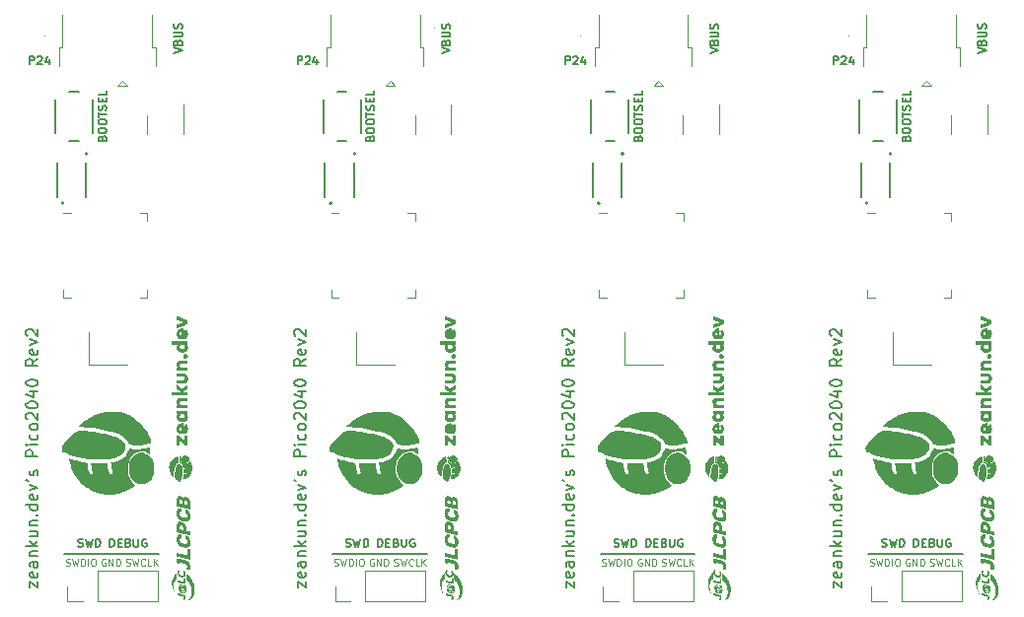
<source format=gbr>
%TF.GenerationSoftware,KiCad,Pcbnew,7.0.6*%
%TF.CreationDate,2023-08-25T07:23:28+07:00*%
%TF.ProjectId,Pico2040-Modular-Rev2-MP,5069636f-3230-4343-902d-4d6f64756c61,rev?*%
%TF.SameCoordinates,Original*%
%TF.FileFunction,Legend,Top*%
%TF.FilePolarity,Positive*%
%FSLAX46Y46*%
G04 Gerber Fmt 4.6, Leading zero omitted, Abs format (unit mm)*
G04 Created by KiCad (PCBNEW 7.0.6) date 2023-08-25 07:23:28*
%MOMM*%
%LPD*%
G01*
G04 APERTURE LIST*
%ADD10C,0.150000*%
%ADD11C,0.050000*%
%ADD12C,0.200000*%
%ADD13C,0.100000*%
%ADD14C,0.120000*%
%ADD15C,0.127000*%
G04 APERTURE END LIST*
D10*
X76156533Y-30334649D02*
X76856533Y-30101316D01*
X76856533Y-30101316D02*
X76156533Y-29867982D01*
X76489866Y-29401316D02*
X76523200Y-29301316D01*
X76523200Y-29301316D02*
X76556533Y-29267982D01*
X76556533Y-29267982D02*
X76623200Y-29234649D01*
X76623200Y-29234649D02*
X76723200Y-29234649D01*
X76723200Y-29234649D02*
X76789866Y-29267982D01*
X76789866Y-29267982D02*
X76823200Y-29301316D01*
X76823200Y-29301316D02*
X76856533Y-29367982D01*
X76856533Y-29367982D02*
X76856533Y-29634649D01*
X76856533Y-29634649D02*
X76156533Y-29634649D01*
X76156533Y-29634649D02*
X76156533Y-29401316D01*
X76156533Y-29401316D02*
X76189866Y-29334649D01*
X76189866Y-29334649D02*
X76223200Y-29301316D01*
X76223200Y-29301316D02*
X76289866Y-29267982D01*
X76289866Y-29267982D02*
X76356533Y-29267982D01*
X76356533Y-29267982D02*
X76423200Y-29301316D01*
X76423200Y-29301316D02*
X76456533Y-29334649D01*
X76456533Y-29334649D02*
X76489866Y-29401316D01*
X76489866Y-29401316D02*
X76489866Y-29634649D01*
X76156533Y-28934649D02*
X76723200Y-28934649D01*
X76723200Y-28934649D02*
X76789866Y-28901316D01*
X76789866Y-28901316D02*
X76823200Y-28867982D01*
X76823200Y-28867982D02*
X76856533Y-28801316D01*
X76856533Y-28801316D02*
X76856533Y-28667982D01*
X76856533Y-28667982D02*
X76823200Y-28601316D01*
X76823200Y-28601316D02*
X76789866Y-28567982D01*
X76789866Y-28567982D02*
X76723200Y-28534649D01*
X76723200Y-28534649D02*
X76156533Y-28534649D01*
X76823200Y-28234649D02*
X76856533Y-28134649D01*
X76856533Y-28134649D02*
X76856533Y-27967983D01*
X76856533Y-27967983D02*
X76823200Y-27901316D01*
X76823200Y-27901316D02*
X76789866Y-27867983D01*
X76789866Y-27867983D02*
X76723200Y-27834649D01*
X76723200Y-27834649D02*
X76656533Y-27834649D01*
X76656533Y-27834649D02*
X76589866Y-27867983D01*
X76589866Y-27867983D02*
X76556533Y-27901316D01*
X76556533Y-27901316D02*
X76523200Y-27967983D01*
X76523200Y-27967983D02*
X76489866Y-28101316D01*
X76489866Y-28101316D02*
X76456533Y-28167983D01*
X76456533Y-28167983D02*
X76423200Y-28201316D01*
X76423200Y-28201316D02*
X76356533Y-28234649D01*
X76356533Y-28234649D02*
X76289866Y-28234649D01*
X76289866Y-28234649D02*
X76223200Y-28201316D01*
X76223200Y-28201316D02*
X76189866Y-28167983D01*
X76189866Y-28167983D02*
X76156533Y-28101316D01*
X76156533Y-28101316D02*
X76156533Y-27934649D01*
X76156533Y-27934649D02*
X76189866Y-27834649D01*
X63765350Y-31306533D02*
X63765350Y-30606533D01*
X63765350Y-30606533D02*
X64032017Y-30606533D01*
X64032017Y-30606533D02*
X64098684Y-30639866D01*
X64098684Y-30639866D02*
X64132017Y-30673200D01*
X64132017Y-30673200D02*
X64165350Y-30739866D01*
X64165350Y-30739866D02*
X64165350Y-30839866D01*
X64165350Y-30839866D02*
X64132017Y-30906533D01*
X64132017Y-30906533D02*
X64098684Y-30939866D01*
X64098684Y-30939866D02*
X64032017Y-30973200D01*
X64032017Y-30973200D02*
X63765350Y-30973200D01*
X64432017Y-30673200D02*
X64465350Y-30639866D01*
X64465350Y-30639866D02*
X64532017Y-30606533D01*
X64532017Y-30606533D02*
X64698684Y-30606533D01*
X64698684Y-30606533D02*
X64765350Y-30639866D01*
X64765350Y-30639866D02*
X64798684Y-30673200D01*
X64798684Y-30673200D02*
X64832017Y-30739866D01*
X64832017Y-30739866D02*
X64832017Y-30806533D01*
X64832017Y-30806533D02*
X64798684Y-30906533D01*
X64798684Y-30906533D02*
X64398684Y-31306533D01*
X64398684Y-31306533D02*
X64832017Y-31306533D01*
X65432017Y-30839866D02*
X65432017Y-31306533D01*
X65265351Y-30573200D02*
X65098684Y-31073200D01*
X65098684Y-31073200D02*
X65532017Y-31073200D01*
X138989866Y-37651316D02*
X139023200Y-37551316D01*
X139023200Y-37551316D02*
X139056533Y-37517982D01*
X139056533Y-37517982D02*
X139123200Y-37484649D01*
X139123200Y-37484649D02*
X139223200Y-37484649D01*
X139223200Y-37484649D02*
X139289866Y-37517982D01*
X139289866Y-37517982D02*
X139323200Y-37551316D01*
X139323200Y-37551316D02*
X139356533Y-37617982D01*
X139356533Y-37617982D02*
X139356533Y-37884649D01*
X139356533Y-37884649D02*
X138656533Y-37884649D01*
X138656533Y-37884649D02*
X138656533Y-37651316D01*
X138656533Y-37651316D02*
X138689866Y-37584649D01*
X138689866Y-37584649D02*
X138723200Y-37551316D01*
X138723200Y-37551316D02*
X138789866Y-37517982D01*
X138789866Y-37517982D02*
X138856533Y-37517982D01*
X138856533Y-37517982D02*
X138923200Y-37551316D01*
X138923200Y-37551316D02*
X138956533Y-37584649D01*
X138956533Y-37584649D02*
X138989866Y-37651316D01*
X138989866Y-37651316D02*
X138989866Y-37884649D01*
X138656533Y-37051316D02*
X138656533Y-36917982D01*
X138656533Y-36917982D02*
X138689866Y-36851316D01*
X138689866Y-36851316D02*
X138756533Y-36784649D01*
X138756533Y-36784649D02*
X138889866Y-36751316D01*
X138889866Y-36751316D02*
X139123200Y-36751316D01*
X139123200Y-36751316D02*
X139256533Y-36784649D01*
X139256533Y-36784649D02*
X139323200Y-36851316D01*
X139323200Y-36851316D02*
X139356533Y-36917982D01*
X139356533Y-36917982D02*
X139356533Y-37051316D01*
X139356533Y-37051316D02*
X139323200Y-37117982D01*
X139323200Y-37117982D02*
X139256533Y-37184649D01*
X139256533Y-37184649D02*
X139123200Y-37217982D01*
X139123200Y-37217982D02*
X138889866Y-37217982D01*
X138889866Y-37217982D02*
X138756533Y-37184649D01*
X138756533Y-37184649D02*
X138689866Y-37117982D01*
X138689866Y-37117982D02*
X138656533Y-37051316D01*
X138656533Y-36317983D02*
X138656533Y-36184649D01*
X138656533Y-36184649D02*
X138689866Y-36117983D01*
X138689866Y-36117983D02*
X138756533Y-36051316D01*
X138756533Y-36051316D02*
X138889866Y-36017983D01*
X138889866Y-36017983D02*
X139123200Y-36017983D01*
X139123200Y-36017983D02*
X139256533Y-36051316D01*
X139256533Y-36051316D02*
X139323200Y-36117983D01*
X139323200Y-36117983D02*
X139356533Y-36184649D01*
X139356533Y-36184649D02*
X139356533Y-36317983D01*
X139356533Y-36317983D02*
X139323200Y-36384649D01*
X139323200Y-36384649D02*
X139256533Y-36451316D01*
X139256533Y-36451316D02*
X139123200Y-36484649D01*
X139123200Y-36484649D02*
X138889866Y-36484649D01*
X138889866Y-36484649D02*
X138756533Y-36451316D01*
X138756533Y-36451316D02*
X138689866Y-36384649D01*
X138689866Y-36384649D02*
X138656533Y-36317983D01*
X138656533Y-35817983D02*
X138656533Y-35417983D01*
X139356533Y-35617983D02*
X138656533Y-35617983D01*
X139323200Y-35217983D02*
X139356533Y-35117983D01*
X139356533Y-35117983D02*
X139356533Y-34951317D01*
X139356533Y-34951317D02*
X139323200Y-34884650D01*
X139323200Y-34884650D02*
X139289866Y-34851317D01*
X139289866Y-34851317D02*
X139223200Y-34817983D01*
X139223200Y-34817983D02*
X139156533Y-34817983D01*
X139156533Y-34817983D02*
X139089866Y-34851317D01*
X139089866Y-34851317D02*
X139056533Y-34884650D01*
X139056533Y-34884650D02*
X139023200Y-34951317D01*
X139023200Y-34951317D02*
X138989866Y-35084650D01*
X138989866Y-35084650D02*
X138956533Y-35151317D01*
X138956533Y-35151317D02*
X138923200Y-35184650D01*
X138923200Y-35184650D02*
X138856533Y-35217983D01*
X138856533Y-35217983D02*
X138789866Y-35217983D01*
X138789866Y-35217983D02*
X138723200Y-35184650D01*
X138723200Y-35184650D02*
X138689866Y-35151317D01*
X138689866Y-35151317D02*
X138656533Y-35084650D01*
X138656533Y-35084650D02*
X138656533Y-34917983D01*
X138656533Y-34917983D02*
X138689866Y-34817983D01*
X138989866Y-34517983D02*
X138989866Y-34284650D01*
X139356533Y-34184650D02*
X139356533Y-34517983D01*
X139356533Y-34517983D02*
X138656533Y-34517983D01*
X138656533Y-34517983D02*
X138656533Y-34184650D01*
X139356533Y-33551317D02*
X139356533Y-33884650D01*
X139356533Y-33884650D02*
X138656533Y-33884650D01*
D11*
X66897179Y-74345400D02*
X66982894Y-74373971D01*
X66982894Y-74373971D02*
X67125751Y-74373971D01*
X67125751Y-74373971D02*
X67182894Y-74345400D01*
X67182894Y-74345400D02*
X67211465Y-74316828D01*
X67211465Y-74316828D02*
X67240036Y-74259685D01*
X67240036Y-74259685D02*
X67240036Y-74202542D01*
X67240036Y-74202542D02*
X67211465Y-74145400D01*
X67211465Y-74145400D02*
X67182894Y-74116828D01*
X67182894Y-74116828D02*
X67125751Y-74088257D01*
X67125751Y-74088257D02*
X67011465Y-74059685D01*
X67011465Y-74059685D02*
X66954322Y-74031114D01*
X66954322Y-74031114D02*
X66925751Y-74002542D01*
X66925751Y-74002542D02*
X66897179Y-73945400D01*
X66897179Y-73945400D02*
X66897179Y-73888257D01*
X66897179Y-73888257D02*
X66925751Y-73831114D01*
X66925751Y-73831114D02*
X66954322Y-73802542D01*
X66954322Y-73802542D02*
X67011465Y-73773971D01*
X67011465Y-73773971D02*
X67154322Y-73773971D01*
X67154322Y-73773971D02*
X67240036Y-73802542D01*
X67440037Y-73773971D02*
X67582894Y-74373971D01*
X67582894Y-74373971D02*
X67697180Y-73945400D01*
X67697180Y-73945400D02*
X67811465Y-74373971D01*
X67811465Y-74373971D02*
X67954323Y-73773971D01*
X68182894Y-74373971D02*
X68182894Y-73773971D01*
X68182894Y-73773971D02*
X68325751Y-73773971D01*
X68325751Y-73773971D02*
X68411465Y-73802542D01*
X68411465Y-73802542D02*
X68468608Y-73859685D01*
X68468608Y-73859685D02*
X68497179Y-73916828D01*
X68497179Y-73916828D02*
X68525751Y-74031114D01*
X68525751Y-74031114D02*
X68525751Y-74116828D01*
X68525751Y-74116828D02*
X68497179Y-74231114D01*
X68497179Y-74231114D02*
X68468608Y-74288257D01*
X68468608Y-74288257D02*
X68411465Y-74345400D01*
X68411465Y-74345400D02*
X68325751Y-74373971D01*
X68325751Y-74373971D02*
X68182894Y-74373971D01*
X68782894Y-74373971D02*
X68782894Y-73773971D01*
X69182893Y-73773971D02*
X69297179Y-73773971D01*
X69297179Y-73773971D02*
X69354322Y-73802542D01*
X69354322Y-73802542D02*
X69411465Y-73859685D01*
X69411465Y-73859685D02*
X69440036Y-73973971D01*
X69440036Y-73973971D02*
X69440036Y-74173971D01*
X69440036Y-74173971D02*
X69411465Y-74288257D01*
X69411465Y-74288257D02*
X69354322Y-74345400D01*
X69354322Y-74345400D02*
X69297179Y-74373971D01*
X69297179Y-74373971D02*
X69182893Y-74373971D01*
X69182893Y-74373971D02*
X69125751Y-74345400D01*
X69125751Y-74345400D02*
X69068608Y-74288257D01*
X69068608Y-74288257D02*
X69040036Y-74173971D01*
X69040036Y-74173971D02*
X69040036Y-73973971D01*
X69040036Y-73973971D02*
X69068608Y-73859685D01*
X69068608Y-73859685D02*
X69125751Y-73802542D01*
X69125751Y-73802542D02*
X69182893Y-73773971D01*
D10*
X67932017Y-72723200D02*
X68032017Y-72756533D01*
X68032017Y-72756533D02*
X68198684Y-72756533D01*
X68198684Y-72756533D02*
X68265350Y-72723200D01*
X68265350Y-72723200D02*
X68298684Y-72689866D01*
X68298684Y-72689866D02*
X68332017Y-72623200D01*
X68332017Y-72623200D02*
X68332017Y-72556533D01*
X68332017Y-72556533D02*
X68298684Y-72489866D01*
X68298684Y-72489866D02*
X68265350Y-72456533D01*
X68265350Y-72456533D02*
X68198684Y-72423200D01*
X68198684Y-72423200D02*
X68065350Y-72389866D01*
X68065350Y-72389866D02*
X67998684Y-72356533D01*
X67998684Y-72356533D02*
X67965350Y-72323200D01*
X67965350Y-72323200D02*
X67932017Y-72256533D01*
X67932017Y-72256533D02*
X67932017Y-72189866D01*
X67932017Y-72189866D02*
X67965350Y-72123200D01*
X67965350Y-72123200D02*
X67998684Y-72089866D01*
X67998684Y-72089866D02*
X68065350Y-72056533D01*
X68065350Y-72056533D02*
X68232017Y-72056533D01*
X68232017Y-72056533D02*
X68332017Y-72089866D01*
X68565351Y-72056533D02*
X68732017Y-72756533D01*
X68732017Y-72756533D02*
X68865351Y-72256533D01*
X68865351Y-72256533D02*
X68998684Y-72756533D01*
X68998684Y-72756533D02*
X69165351Y-72056533D01*
X69432017Y-72756533D02*
X69432017Y-72056533D01*
X69432017Y-72056533D02*
X69598684Y-72056533D01*
X69598684Y-72056533D02*
X69698684Y-72089866D01*
X69698684Y-72089866D02*
X69765351Y-72156533D01*
X69765351Y-72156533D02*
X69798684Y-72223200D01*
X69798684Y-72223200D02*
X69832017Y-72356533D01*
X69832017Y-72356533D02*
X69832017Y-72456533D01*
X69832017Y-72456533D02*
X69798684Y-72589866D01*
X69798684Y-72589866D02*
X69765351Y-72656533D01*
X69765351Y-72656533D02*
X69698684Y-72723200D01*
X69698684Y-72723200D02*
X69598684Y-72756533D01*
X69598684Y-72756533D02*
X69432017Y-72756533D01*
X70665350Y-72756533D02*
X70665350Y-72056533D01*
X70665350Y-72056533D02*
X70832017Y-72056533D01*
X70832017Y-72056533D02*
X70932017Y-72089866D01*
X70932017Y-72089866D02*
X70998684Y-72156533D01*
X70998684Y-72156533D02*
X71032017Y-72223200D01*
X71032017Y-72223200D02*
X71065350Y-72356533D01*
X71065350Y-72356533D02*
X71065350Y-72456533D01*
X71065350Y-72456533D02*
X71032017Y-72589866D01*
X71032017Y-72589866D02*
X70998684Y-72656533D01*
X70998684Y-72656533D02*
X70932017Y-72723200D01*
X70932017Y-72723200D02*
X70832017Y-72756533D01*
X70832017Y-72756533D02*
X70665350Y-72756533D01*
X71365350Y-72389866D02*
X71598684Y-72389866D01*
X71698684Y-72756533D02*
X71365350Y-72756533D01*
X71365350Y-72756533D02*
X71365350Y-72056533D01*
X71365350Y-72056533D02*
X71698684Y-72056533D01*
X72232017Y-72389866D02*
X72332017Y-72423200D01*
X72332017Y-72423200D02*
X72365350Y-72456533D01*
X72365350Y-72456533D02*
X72398683Y-72523200D01*
X72398683Y-72523200D02*
X72398683Y-72623200D01*
X72398683Y-72623200D02*
X72365350Y-72689866D01*
X72365350Y-72689866D02*
X72332017Y-72723200D01*
X72332017Y-72723200D02*
X72265350Y-72756533D01*
X72265350Y-72756533D02*
X71998683Y-72756533D01*
X71998683Y-72756533D02*
X71998683Y-72056533D01*
X71998683Y-72056533D02*
X72232017Y-72056533D01*
X72232017Y-72056533D02*
X72298683Y-72089866D01*
X72298683Y-72089866D02*
X72332017Y-72123200D01*
X72332017Y-72123200D02*
X72365350Y-72189866D01*
X72365350Y-72189866D02*
X72365350Y-72256533D01*
X72365350Y-72256533D02*
X72332017Y-72323200D01*
X72332017Y-72323200D02*
X72298683Y-72356533D01*
X72298683Y-72356533D02*
X72232017Y-72389866D01*
X72232017Y-72389866D02*
X71998683Y-72389866D01*
X72698683Y-72056533D02*
X72698683Y-72623200D01*
X72698683Y-72623200D02*
X72732017Y-72689866D01*
X72732017Y-72689866D02*
X72765350Y-72723200D01*
X72765350Y-72723200D02*
X72832017Y-72756533D01*
X72832017Y-72756533D02*
X72965350Y-72756533D01*
X72965350Y-72756533D02*
X73032017Y-72723200D01*
X73032017Y-72723200D02*
X73065350Y-72689866D01*
X73065350Y-72689866D02*
X73098683Y-72623200D01*
X73098683Y-72623200D02*
X73098683Y-72056533D01*
X73798683Y-72089866D02*
X73732016Y-72056533D01*
X73732016Y-72056533D02*
X73632016Y-72056533D01*
X73632016Y-72056533D02*
X73532016Y-72089866D01*
X73532016Y-72089866D02*
X73465350Y-72156533D01*
X73465350Y-72156533D02*
X73432016Y-72223200D01*
X73432016Y-72223200D02*
X73398683Y-72356533D01*
X73398683Y-72356533D02*
X73398683Y-72456533D01*
X73398683Y-72456533D02*
X73432016Y-72589866D01*
X73432016Y-72589866D02*
X73465350Y-72656533D01*
X73465350Y-72656533D02*
X73532016Y-72723200D01*
X73532016Y-72723200D02*
X73632016Y-72756533D01*
X73632016Y-72756533D02*
X73698683Y-72756533D01*
X73698683Y-72756533D02*
X73798683Y-72723200D01*
X73798683Y-72723200D02*
X73832016Y-72689866D01*
X73832016Y-72689866D02*
X73832016Y-72456533D01*
X73832016Y-72456533D02*
X73698683Y-72456533D01*
D11*
X93290036Y-73802542D02*
X93232894Y-73773971D01*
X93232894Y-73773971D02*
X93147179Y-73773971D01*
X93147179Y-73773971D02*
X93061465Y-73802542D01*
X93061465Y-73802542D02*
X93004322Y-73859685D01*
X93004322Y-73859685D02*
X92975751Y-73916828D01*
X92975751Y-73916828D02*
X92947179Y-74031114D01*
X92947179Y-74031114D02*
X92947179Y-74116828D01*
X92947179Y-74116828D02*
X92975751Y-74231114D01*
X92975751Y-74231114D02*
X93004322Y-74288257D01*
X93004322Y-74288257D02*
X93061465Y-74345400D01*
X93061465Y-74345400D02*
X93147179Y-74373971D01*
X93147179Y-74373971D02*
X93204322Y-74373971D01*
X93204322Y-74373971D02*
X93290036Y-74345400D01*
X93290036Y-74345400D02*
X93318608Y-74316828D01*
X93318608Y-74316828D02*
X93318608Y-74116828D01*
X93318608Y-74116828D02*
X93204322Y-74116828D01*
X93575751Y-74373971D02*
X93575751Y-73773971D01*
X93575751Y-73773971D02*
X93918608Y-74373971D01*
X93918608Y-74373971D02*
X93918608Y-73773971D01*
X94204322Y-74373971D02*
X94204322Y-73773971D01*
X94204322Y-73773971D02*
X94347179Y-73773971D01*
X94347179Y-73773971D02*
X94432893Y-73802542D01*
X94432893Y-73802542D02*
X94490036Y-73859685D01*
X94490036Y-73859685D02*
X94518607Y-73916828D01*
X94518607Y-73916828D02*
X94547179Y-74031114D01*
X94547179Y-74031114D02*
X94547179Y-74116828D01*
X94547179Y-74116828D02*
X94518607Y-74231114D01*
X94518607Y-74231114D02*
X94490036Y-74288257D01*
X94490036Y-74288257D02*
X94432893Y-74345400D01*
X94432893Y-74345400D02*
X94347179Y-74373971D01*
X94347179Y-74373971D02*
X94204322Y-74373971D01*
X139290036Y-73802542D02*
X139232894Y-73773971D01*
X139232894Y-73773971D02*
X139147179Y-73773971D01*
X139147179Y-73773971D02*
X139061465Y-73802542D01*
X139061465Y-73802542D02*
X139004322Y-73859685D01*
X139004322Y-73859685D02*
X138975751Y-73916828D01*
X138975751Y-73916828D02*
X138947179Y-74031114D01*
X138947179Y-74031114D02*
X138947179Y-74116828D01*
X138947179Y-74116828D02*
X138975751Y-74231114D01*
X138975751Y-74231114D02*
X139004322Y-74288257D01*
X139004322Y-74288257D02*
X139061465Y-74345400D01*
X139061465Y-74345400D02*
X139147179Y-74373971D01*
X139147179Y-74373971D02*
X139204322Y-74373971D01*
X139204322Y-74373971D02*
X139290036Y-74345400D01*
X139290036Y-74345400D02*
X139318608Y-74316828D01*
X139318608Y-74316828D02*
X139318608Y-74116828D01*
X139318608Y-74116828D02*
X139204322Y-74116828D01*
X139575751Y-74373971D02*
X139575751Y-73773971D01*
X139575751Y-73773971D02*
X139918608Y-74373971D01*
X139918608Y-74373971D02*
X139918608Y-73773971D01*
X140204322Y-74373971D02*
X140204322Y-73773971D01*
X140204322Y-73773971D02*
X140347179Y-73773971D01*
X140347179Y-73773971D02*
X140432893Y-73802542D01*
X140432893Y-73802542D02*
X140490036Y-73859685D01*
X140490036Y-73859685D02*
X140518607Y-73916828D01*
X140518607Y-73916828D02*
X140547179Y-74031114D01*
X140547179Y-74031114D02*
X140547179Y-74116828D01*
X140547179Y-74116828D02*
X140518607Y-74231114D01*
X140518607Y-74231114D02*
X140490036Y-74288257D01*
X140490036Y-74288257D02*
X140432893Y-74345400D01*
X140432893Y-74345400D02*
X140347179Y-74373971D01*
X140347179Y-74373971D02*
X140204322Y-74373971D01*
X116290036Y-73802542D02*
X116232894Y-73773971D01*
X116232894Y-73773971D02*
X116147179Y-73773971D01*
X116147179Y-73773971D02*
X116061465Y-73802542D01*
X116061465Y-73802542D02*
X116004322Y-73859685D01*
X116004322Y-73859685D02*
X115975751Y-73916828D01*
X115975751Y-73916828D02*
X115947179Y-74031114D01*
X115947179Y-74031114D02*
X115947179Y-74116828D01*
X115947179Y-74116828D02*
X115975751Y-74231114D01*
X115975751Y-74231114D02*
X116004322Y-74288257D01*
X116004322Y-74288257D02*
X116061465Y-74345400D01*
X116061465Y-74345400D02*
X116147179Y-74373971D01*
X116147179Y-74373971D02*
X116204322Y-74373971D01*
X116204322Y-74373971D02*
X116290036Y-74345400D01*
X116290036Y-74345400D02*
X116318608Y-74316828D01*
X116318608Y-74316828D02*
X116318608Y-74116828D01*
X116318608Y-74116828D02*
X116204322Y-74116828D01*
X116575751Y-74373971D02*
X116575751Y-73773971D01*
X116575751Y-73773971D02*
X116918608Y-74373971D01*
X116918608Y-74373971D02*
X116918608Y-73773971D01*
X117204322Y-74373971D02*
X117204322Y-73773971D01*
X117204322Y-73773971D02*
X117347179Y-73773971D01*
X117347179Y-73773971D02*
X117432893Y-73802542D01*
X117432893Y-73802542D02*
X117490036Y-73859685D01*
X117490036Y-73859685D02*
X117518607Y-73916828D01*
X117518607Y-73916828D02*
X117547179Y-74031114D01*
X117547179Y-74031114D02*
X117547179Y-74116828D01*
X117547179Y-74116828D02*
X117518607Y-74231114D01*
X117518607Y-74231114D02*
X117490036Y-74288257D01*
X117490036Y-74288257D02*
X117432893Y-74345400D01*
X117432893Y-74345400D02*
X117347179Y-74373971D01*
X117347179Y-74373971D02*
X117204322Y-74373971D01*
D10*
X92989866Y-37651316D02*
X93023200Y-37551316D01*
X93023200Y-37551316D02*
X93056533Y-37517982D01*
X93056533Y-37517982D02*
X93123200Y-37484649D01*
X93123200Y-37484649D02*
X93223200Y-37484649D01*
X93223200Y-37484649D02*
X93289866Y-37517982D01*
X93289866Y-37517982D02*
X93323200Y-37551316D01*
X93323200Y-37551316D02*
X93356533Y-37617982D01*
X93356533Y-37617982D02*
X93356533Y-37884649D01*
X93356533Y-37884649D02*
X92656533Y-37884649D01*
X92656533Y-37884649D02*
X92656533Y-37651316D01*
X92656533Y-37651316D02*
X92689866Y-37584649D01*
X92689866Y-37584649D02*
X92723200Y-37551316D01*
X92723200Y-37551316D02*
X92789866Y-37517982D01*
X92789866Y-37517982D02*
X92856533Y-37517982D01*
X92856533Y-37517982D02*
X92923200Y-37551316D01*
X92923200Y-37551316D02*
X92956533Y-37584649D01*
X92956533Y-37584649D02*
X92989866Y-37651316D01*
X92989866Y-37651316D02*
X92989866Y-37884649D01*
X92656533Y-37051316D02*
X92656533Y-36917982D01*
X92656533Y-36917982D02*
X92689866Y-36851316D01*
X92689866Y-36851316D02*
X92756533Y-36784649D01*
X92756533Y-36784649D02*
X92889866Y-36751316D01*
X92889866Y-36751316D02*
X93123200Y-36751316D01*
X93123200Y-36751316D02*
X93256533Y-36784649D01*
X93256533Y-36784649D02*
X93323200Y-36851316D01*
X93323200Y-36851316D02*
X93356533Y-36917982D01*
X93356533Y-36917982D02*
X93356533Y-37051316D01*
X93356533Y-37051316D02*
X93323200Y-37117982D01*
X93323200Y-37117982D02*
X93256533Y-37184649D01*
X93256533Y-37184649D02*
X93123200Y-37217982D01*
X93123200Y-37217982D02*
X92889866Y-37217982D01*
X92889866Y-37217982D02*
X92756533Y-37184649D01*
X92756533Y-37184649D02*
X92689866Y-37117982D01*
X92689866Y-37117982D02*
X92656533Y-37051316D01*
X92656533Y-36317983D02*
X92656533Y-36184649D01*
X92656533Y-36184649D02*
X92689866Y-36117983D01*
X92689866Y-36117983D02*
X92756533Y-36051316D01*
X92756533Y-36051316D02*
X92889866Y-36017983D01*
X92889866Y-36017983D02*
X93123200Y-36017983D01*
X93123200Y-36017983D02*
X93256533Y-36051316D01*
X93256533Y-36051316D02*
X93323200Y-36117983D01*
X93323200Y-36117983D02*
X93356533Y-36184649D01*
X93356533Y-36184649D02*
X93356533Y-36317983D01*
X93356533Y-36317983D02*
X93323200Y-36384649D01*
X93323200Y-36384649D02*
X93256533Y-36451316D01*
X93256533Y-36451316D02*
X93123200Y-36484649D01*
X93123200Y-36484649D02*
X92889866Y-36484649D01*
X92889866Y-36484649D02*
X92756533Y-36451316D01*
X92756533Y-36451316D02*
X92689866Y-36384649D01*
X92689866Y-36384649D02*
X92656533Y-36317983D01*
X92656533Y-35817983D02*
X92656533Y-35417983D01*
X93356533Y-35617983D02*
X92656533Y-35617983D01*
X93323200Y-35217983D02*
X93356533Y-35117983D01*
X93356533Y-35117983D02*
X93356533Y-34951317D01*
X93356533Y-34951317D02*
X93323200Y-34884650D01*
X93323200Y-34884650D02*
X93289866Y-34851317D01*
X93289866Y-34851317D02*
X93223200Y-34817983D01*
X93223200Y-34817983D02*
X93156533Y-34817983D01*
X93156533Y-34817983D02*
X93089866Y-34851317D01*
X93089866Y-34851317D02*
X93056533Y-34884650D01*
X93056533Y-34884650D02*
X93023200Y-34951317D01*
X93023200Y-34951317D02*
X92989866Y-35084650D01*
X92989866Y-35084650D02*
X92956533Y-35151317D01*
X92956533Y-35151317D02*
X92923200Y-35184650D01*
X92923200Y-35184650D02*
X92856533Y-35217983D01*
X92856533Y-35217983D02*
X92789866Y-35217983D01*
X92789866Y-35217983D02*
X92723200Y-35184650D01*
X92723200Y-35184650D02*
X92689866Y-35151317D01*
X92689866Y-35151317D02*
X92656533Y-35084650D01*
X92656533Y-35084650D02*
X92656533Y-34917983D01*
X92656533Y-34917983D02*
X92689866Y-34817983D01*
X92989866Y-34517983D02*
X92989866Y-34284650D01*
X93356533Y-34184650D02*
X93356533Y-34517983D01*
X93356533Y-34517983D02*
X92656533Y-34517983D01*
X92656533Y-34517983D02*
X92656533Y-34184650D01*
X93356533Y-33551317D02*
X93356533Y-33884650D01*
X93356533Y-33884650D02*
X92656533Y-33884650D01*
X122156533Y-30334649D02*
X122856533Y-30101316D01*
X122856533Y-30101316D02*
X122156533Y-29867982D01*
X122489866Y-29401316D02*
X122523200Y-29301316D01*
X122523200Y-29301316D02*
X122556533Y-29267982D01*
X122556533Y-29267982D02*
X122623200Y-29234649D01*
X122623200Y-29234649D02*
X122723200Y-29234649D01*
X122723200Y-29234649D02*
X122789866Y-29267982D01*
X122789866Y-29267982D02*
X122823200Y-29301316D01*
X122823200Y-29301316D02*
X122856533Y-29367982D01*
X122856533Y-29367982D02*
X122856533Y-29634649D01*
X122856533Y-29634649D02*
X122156533Y-29634649D01*
X122156533Y-29634649D02*
X122156533Y-29401316D01*
X122156533Y-29401316D02*
X122189866Y-29334649D01*
X122189866Y-29334649D02*
X122223200Y-29301316D01*
X122223200Y-29301316D02*
X122289866Y-29267982D01*
X122289866Y-29267982D02*
X122356533Y-29267982D01*
X122356533Y-29267982D02*
X122423200Y-29301316D01*
X122423200Y-29301316D02*
X122456533Y-29334649D01*
X122456533Y-29334649D02*
X122489866Y-29401316D01*
X122489866Y-29401316D02*
X122489866Y-29634649D01*
X122156533Y-28934649D02*
X122723200Y-28934649D01*
X122723200Y-28934649D02*
X122789866Y-28901316D01*
X122789866Y-28901316D02*
X122823200Y-28867982D01*
X122823200Y-28867982D02*
X122856533Y-28801316D01*
X122856533Y-28801316D02*
X122856533Y-28667982D01*
X122856533Y-28667982D02*
X122823200Y-28601316D01*
X122823200Y-28601316D02*
X122789866Y-28567982D01*
X122789866Y-28567982D02*
X122723200Y-28534649D01*
X122723200Y-28534649D02*
X122156533Y-28534649D01*
X122823200Y-28234649D02*
X122856533Y-28134649D01*
X122856533Y-28134649D02*
X122856533Y-27967983D01*
X122856533Y-27967983D02*
X122823200Y-27901316D01*
X122823200Y-27901316D02*
X122789866Y-27867983D01*
X122789866Y-27867983D02*
X122723200Y-27834649D01*
X122723200Y-27834649D02*
X122656533Y-27834649D01*
X122656533Y-27834649D02*
X122589866Y-27867983D01*
X122589866Y-27867983D02*
X122556533Y-27901316D01*
X122556533Y-27901316D02*
X122523200Y-27967983D01*
X122523200Y-27967983D02*
X122489866Y-28101316D01*
X122489866Y-28101316D02*
X122456533Y-28167983D01*
X122456533Y-28167983D02*
X122423200Y-28201316D01*
X122423200Y-28201316D02*
X122356533Y-28234649D01*
X122356533Y-28234649D02*
X122289866Y-28234649D01*
X122289866Y-28234649D02*
X122223200Y-28201316D01*
X122223200Y-28201316D02*
X122189866Y-28167983D01*
X122189866Y-28167983D02*
X122156533Y-28101316D01*
X122156533Y-28101316D02*
X122156533Y-27934649D01*
X122156533Y-27934649D02*
X122189866Y-27834649D01*
X115989866Y-37651316D02*
X116023200Y-37551316D01*
X116023200Y-37551316D02*
X116056533Y-37517982D01*
X116056533Y-37517982D02*
X116123200Y-37484649D01*
X116123200Y-37484649D02*
X116223200Y-37484649D01*
X116223200Y-37484649D02*
X116289866Y-37517982D01*
X116289866Y-37517982D02*
X116323200Y-37551316D01*
X116323200Y-37551316D02*
X116356533Y-37617982D01*
X116356533Y-37617982D02*
X116356533Y-37884649D01*
X116356533Y-37884649D02*
X115656533Y-37884649D01*
X115656533Y-37884649D02*
X115656533Y-37651316D01*
X115656533Y-37651316D02*
X115689866Y-37584649D01*
X115689866Y-37584649D02*
X115723200Y-37551316D01*
X115723200Y-37551316D02*
X115789866Y-37517982D01*
X115789866Y-37517982D02*
X115856533Y-37517982D01*
X115856533Y-37517982D02*
X115923200Y-37551316D01*
X115923200Y-37551316D02*
X115956533Y-37584649D01*
X115956533Y-37584649D02*
X115989866Y-37651316D01*
X115989866Y-37651316D02*
X115989866Y-37884649D01*
X115656533Y-37051316D02*
X115656533Y-36917982D01*
X115656533Y-36917982D02*
X115689866Y-36851316D01*
X115689866Y-36851316D02*
X115756533Y-36784649D01*
X115756533Y-36784649D02*
X115889866Y-36751316D01*
X115889866Y-36751316D02*
X116123200Y-36751316D01*
X116123200Y-36751316D02*
X116256533Y-36784649D01*
X116256533Y-36784649D02*
X116323200Y-36851316D01*
X116323200Y-36851316D02*
X116356533Y-36917982D01*
X116356533Y-36917982D02*
X116356533Y-37051316D01*
X116356533Y-37051316D02*
X116323200Y-37117982D01*
X116323200Y-37117982D02*
X116256533Y-37184649D01*
X116256533Y-37184649D02*
X116123200Y-37217982D01*
X116123200Y-37217982D02*
X115889866Y-37217982D01*
X115889866Y-37217982D02*
X115756533Y-37184649D01*
X115756533Y-37184649D02*
X115689866Y-37117982D01*
X115689866Y-37117982D02*
X115656533Y-37051316D01*
X115656533Y-36317983D02*
X115656533Y-36184649D01*
X115656533Y-36184649D02*
X115689866Y-36117983D01*
X115689866Y-36117983D02*
X115756533Y-36051316D01*
X115756533Y-36051316D02*
X115889866Y-36017983D01*
X115889866Y-36017983D02*
X116123200Y-36017983D01*
X116123200Y-36017983D02*
X116256533Y-36051316D01*
X116256533Y-36051316D02*
X116323200Y-36117983D01*
X116323200Y-36117983D02*
X116356533Y-36184649D01*
X116356533Y-36184649D02*
X116356533Y-36317983D01*
X116356533Y-36317983D02*
X116323200Y-36384649D01*
X116323200Y-36384649D02*
X116256533Y-36451316D01*
X116256533Y-36451316D02*
X116123200Y-36484649D01*
X116123200Y-36484649D02*
X115889866Y-36484649D01*
X115889866Y-36484649D02*
X115756533Y-36451316D01*
X115756533Y-36451316D02*
X115689866Y-36384649D01*
X115689866Y-36384649D02*
X115656533Y-36317983D01*
X115656533Y-35817983D02*
X115656533Y-35417983D01*
X116356533Y-35617983D02*
X115656533Y-35617983D01*
X116323200Y-35217983D02*
X116356533Y-35117983D01*
X116356533Y-35117983D02*
X116356533Y-34951317D01*
X116356533Y-34951317D02*
X116323200Y-34884650D01*
X116323200Y-34884650D02*
X116289866Y-34851317D01*
X116289866Y-34851317D02*
X116223200Y-34817983D01*
X116223200Y-34817983D02*
X116156533Y-34817983D01*
X116156533Y-34817983D02*
X116089866Y-34851317D01*
X116089866Y-34851317D02*
X116056533Y-34884650D01*
X116056533Y-34884650D02*
X116023200Y-34951317D01*
X116023200Y-34951317D02*
X115989866Y-35084650D01*
X115989866Y-35084650D02*
X115956533Y-35151317D01*
X115956533Y-35151317D02*
X115923200Y-35184650D01*
X115923200Y-35184650D02*
X115856533Y-35217983D01*
X115856533Y-35217983D02*
X115789866Y-35217983D01*
X115789866Y-35217983D02*
X115723200Y-35184650D01*
X115723200Y-35184650D02*
X115689866Y-35151317D01*
X115689866Y-35151317D02*
X115656533Y-35084650D01*
X115656533Y-35084650D02*
X115656533Y-34917983D01*
X115656533Y-34917983D02*
X115689866Y-34817983D01*
X115989866Y-34517983D02*
X115989866Y-34284650D01*
X116356533Y-34184650D02*
X116356533Y-34517983D01*
X116356533Y-34517983D02*
X115656533Y-34517983D01*
X115656533Y-34517983D02*
X115656533Y-34184650D01*
X116356533Y-33551317D02*
X116356533Y-33884650D01*
X116356533Y-33884650D02*
X115656533Y-33884650D01*
X109765350Y-31306533D02*
X109765350Y-30606533D01*
X109765350Y-30606533D02*
X110032017Y-30606533D01*
X110032017Y-30606533D02*
X110098684Y-30639866D01*
X110098684Y-30639866D02*
X110132017Y-30673200D01*
X110132017Y-30673200D02*
X110165350Y-30739866D01*
X110165350Y-30739866D02*
X110165350Y-30839866D01*
X110165350Y-30839866D02*
X110132017Y-30906533D01*
X110132017Y-30906533D02*
X110098684Y-30939866D01*
X110098684Y-30939866D02*
X110032017Y-30973200D01*
X110032017Y-30973200D02*
X109765350Y-30973200D01*
X110432017Y-30673200D02*
X110465350Y-30639866D01*
X110465350Y-30639866D02*
X110532017Y-30606533D01*
X110532017Y-30606533D02*
X110698684Y-30606533D01*
X110698684Y-30606533D02*
X110765350Y-30639866D01*
X110765350Y-30639866D02*
X110798684Y-30673200D01*
X110798684Y-30673200D02*
X110832017Y-30739866D01*
X110832017Y-30739866D02*
X110832017Y-30806533D01*
X110832017Y-30806533D02*
X110798684Y-30906533D01*
X110798684Y-30906533D02*
X110398684Y-31306533D01*
X110398684Y-31306533D02*
X110832017Y-31306533D01*
X111432017Y-30839866D02*
X111432017Y-31306533D01*
X111265351Y-30573200D02*
X111098684Y-31073200D01*
X111098684Y-31073200D02*
X111532017Y-31073200D01*
D11*
X95047179Y-74345400D02*
X95132894Y-74373971D01*
X95132894Y-74373971D02*
X95275751Y-74373971D01*
X95275751Y-74373971D02*
X95332894Y-74345400D01*
X95332894Y-74345400D02*
X95361465Y-74316828D01*
X95361465Y-74316828D02*
X95390036Y-74259685D01*
X95390036Y-74259685D02*
X95390036Y-74202542D01*
X95390036Y-74202542D02*
X95361465Y-74145400D01*
X95361465Y-74145400D02*
X95332894Y-74116828D01*
X95332894Y-74116828D02*
X95275751Y-74088257D01*
X95275751Y-74088257D02*
X95161465Y-74059685D01*
X95161465Y-74059685D02*
X95104322Y-74031114D01*
X95104322Y-74031114D02*
X95075751Y-74002542D01*
X95075751Y-74002542D02*
X95047179Y-73945400D01*
X95047179Y-73945400D02*
X95047179Y-73888257D01*
X95047179Y-73888257D02*
X95075751Y-73831114D01*
X95075751Y-73831114D02*
X95104322Y-73802542D01*
X95104322Y-73802542D02*
X95161465Y-73773971D01*
X95161465Y-73773971D02*
X95304322Y-73773971D01*
X95304322Y-73773971D02*
X95390036Y-73802542D01*
X95590037Y-73773971D02*
X95732894Y-74373971D01*
X95732894Y-74373971D02*
X95847180Y-73945400D01*
X95847180Y-73945400D02*
X95961465Y-74373971D01*
X95961465Y-74373971D02*
X96104323Y-73773971D01*
X96675751Y-74316828D02*
X96647179Y-74345400D01*
X96647179Y-74345400D02*
X96561465Y-74373971D01*
X96561465Y-74373971D02*
X96504322Y-74373971D01*
X96504322Y-74373971D02*
X96418608Y-74345400D01*
X96418608Y-74345400D02*
X96361465Y-74288257D01*
X96361465Y-74288257D02*
X96332894Y-74231114D01*
X96332894Y-74231114D02*
X96304322Y-74116828D01*
X96304322Y-74116828D02*
X96304322Y-74031114D01*
X96304322Y-74031114D02*
X96332894Y-73916828D01*
X96332894Y-73916828D02*
X96361465Y-73859685D01*
X96361465Y-73859685D02*
X96418608Y-73802542D01*
X96418608Y-73802542D02*
X96504322Y-73773971D01*
X96504322Y-73773971D02*
X96561465Y-73773971D01*
X96561465Y-73773971D02*
X96647179Y-73802542D01*
X96647179Y-73802542D02*
X96675751Y-73831114D01*
X97218608Y-74373971D02*
X96932894Y-74373971D01*
X96932894Y-74373971D02*
X96932894Y-73773971D01*
X97418608Y-74373971D02*
X97418608Y-73773971D01*
X97761465Y-74373971D02*
X97504322Y-74031114D01*
X97761465Y-73773971D02*
X97418608Y-74116828D01*
X70290036Y-73802542D02*
X70232894Y-73773971D01*
X70232894Y-73773971D02*
X70147179Y-73773971D01*
X70147179Y-73773971D02*
X70061465Y-73802542D01*
X70061465Y-73802542D02*
X70004322Y-73859685D01*
X70004322Y-73859685D02*
X69975751Y-73916828D01*
X69975751Y-73916828D02*
X69947179Y-74031114D01*
X69947179Y-74031114D02*
X69947179Y-74116828D01*
X69947179Y-74116828D02*
X69975751Y-74231114D01*
X69975751Y-74231114D02*
X70004322Y-74288257D01*
X70004322Y-74288257D02*
X70061465Y-74345400D01*
X70061465Y-74345400D02*
X70147179Y-74373971D01*
X70147179Y-74373971D02*
X70204322Y-74373971D01*
X70204322Y-74373971D02*
X70290036Y-74345400D01*
X70290036Y-74345400D02*
X70318608Y-74316828D01*
X70318608Y-74316828D02*
X70318608Y-74116828D01*
X70318608Y-74116828D02*
X70204322Y-74116828D01*
X70575751Y-74373971D02*
X70575751Y-73773971D01*
X70575751Y-73773971D02*
X70918608Y-74373971D01*
X70918608Y-74373971D02*
X70918608Y-73773971D01*
X71204322Y-74373971D02*
X71204322Y-73773971D01*
X71204322Y-73773971D02*
X71347179Y-73773971D01*
X71347179Y-73773971D02*
X71432893Y-73802542D01*
X71432893Y-73802542D02*
X71490036Y-73859685D01*
X71490036Y-73859685D02*
X71518607Y-73916828D01*
X71518607Y-73916828D02*
X71547179Y-74031114D01*
X71547179Y-74031114D02*
X71547179Y-74116828D01*
X71547179Y-74116828D02*
X71518607Y-74231114D01*
X71518607Y-74231114D02*
X71490036Y-74288257D01*
X71490036Y-74288257D02*
X71432893Y-74345400D01*
X71432893Y-74345400D02*
X71347179Y-74373971D01*
X71347179Y-74373971D02*
X71204322Y-74373971D01*
D12*
X63800552Y-76225564D02*
X63800552Y-75701755D01*
X63800552Y-75701755D02*
X64467219Y-76225564D01*
X64467219Y-76225564D02*
X64467219Y-75701755D01*
X64419600Y-74939850D02*
X64467219Y-75035088D01*
X64467219Y-75035088D02*
X64467219Y-75225564D01*
X64467219Y-75225564D02*
X64419600Y-75320802D01*
X64419600Y-75320802D02*
X64324361Y-75368421D01*
X64324361Y-75368421D02*
X63943409Y-75368421D01*
X63943409Y-75368421D02*
X63848171Y-75320802D01*
X63848171Y-75320802D02*
X63800552Y-75225564D01*
X63800552Y-75225564D02*
X63800552Y-75035088D01*
X63800552Y-75035088D02*
X63848171Y-74939850D01*
X63848171Y-74939850D02*
X63943409Y-74892231D01*
X63943409Y-74892231D02*
X64038647Y-74892231D01*
X64038647Y-74892231D02*
X64133885Y-75368421D01*
X64467219Y-74035088D02*
X63943409Y-74035088D01*
X63943409Y-74035088D02*
X63848171Y-74082707D01*
X63848171Y-74082707D02*
X63800552Y-74177945D01*
X63800552Y-74177945D02*
X63800552Y-74368421D01*
X63800552Y-74368421D02*
X63848171Y-74463659D01*
X64419600Y-74035088D02*
X64467219Y-74130326D01*
X64467219Y-74130326D02*
X64467219Y-74368421D01*
X64467219Y-74368421D02*
X64419600Y-74463659D01*
X64419600Y-74463659D02*
X64324361Y-74511278D01*
X64324361Y-74511278D02*
X64229123Y-74511278D01*
X64229123Y-74511278D02*
X64133885Y-74463659D01*
X64133885Y-74463659D02*
X64086266Y-74368421D01*
X64086266Y-74368421D02*
X64086266Y-74130326D01*
X64086266Y-74130326D02*
X64038647Y-74035088D01*
X63800552Y-73558897D02*
X64467219Y-73558897D01*
X63895790Y-73558897D02*
X63848171Y-73511278D01*
X63848171Y-73511278D02*
X63800552Y-73416040D01*
X63800552Y-73416040D02*
X63800552Y-73273183D01*
X63800552Y-73273183D02*
X63848171Y-73177945D01*
X63848171Y-73177945D02*
X63943409Y-73130326D01*
X63943409Y-73130326D02*
X64467219Y-73130326D01*
X64467219Y-72654135D02*
X63467219Y-72654135D01*
X64086266Y-72558897D02*
X64467219Y-72273183D01*
X63800552Y-72273183D02*
X64181504Y-72654135D01*
X63800552Y-71416040D02*
X64467219Y-71416040D01*
X63800552Y-71844611D02*
X64324361Y-71844611D01*
X64324361Y-71844611D02*
X64419600Y-71796992D01*
X64419600Y-71796992D02*
X64467219Y-71701754D01*
X64467219Y-71701754D02*
X64467219Y-71558897D01*
X64467219Y-71558897D02*
X64419600Y-71463659D01*
X64419600Y-71463659D02*
X64371980Y-71416040D01*
X63800552Y-70939849D02*
X64467219Y-70939849D01*
X63895790Y-70939849D02*
X63848171Y-70892230D01*
X63848171Y-70892230D02*
X63800552Y-70796992D01*
X63800552Y-70796992D02*
X63800552Y-70654135D01*
X63800552Y-70654135D02*
X63848171Y-70558897D01*
X63848171Y-70558897D02*
X63943409Y-70511278D01*
X63943409Y-70511278D02*
X64467219Y-70511278D01*
X64371980Y-70035087D02*
X64419600Y-69987468D01*
X64419600Y-69987468D02*
X64467219Y-70035087D01*
X64467219Y-70035087D02*
X64419600Y-70082706D01*
X64419600Y-70082706D02*
X64371980Y-70035087D01*
X64371980Y-70035087D02*
X64467219Y-70035087D01*
X64467219Y-69130326D02*
X63467219Y-69130326D01*
X64419600Y-69130326D02*
X64467219Y-69225564D01*
X64467219Y-69225564D02*
X64467219Y-69416040D01*
X64467219Y-69416040D02*
X64419600Y-69511278D01*
X64419600Y-69511278D02*
X64371980Y-69558897D01*
X64371980Y-69558897D02*
X64276742Y-69606516D01*
X64276742Y-69606516D02*
X63991028Y-69606516D01*
X63991028Y-69606516D02*
X63895790Y-69558897D01*
X63895790Y-69558897D02*
X63848171Y-69511278D01*
X63848171Y-69511278D02*
X63800552Y-69416040D01*
X63800552Y-69416040D02*
X63800552Y-69225564D01*
X63800552Y-69225564D02*
X63848171Y-69130326D01*
X64419600Y-68273183D02*
X64467219Y-68368421D01*
X64467219Y-68368421D02*
X64467219Y-68558897D01*
X64467219Y-68558897D02*
X64419600Y-68654135D01*
X64419600Y-68654135D02*
X64324361Y-68701754D01*
X64324361Y-68701754D02*
X63943409Y-68701754D01*
X63943409Y-68701754D02*
X63848171Y-68654135D01*
X63848171Y-68654135D02*
X63800552Y-68558897D01*
X63800552Y-68558897D02*
X63800552Y-68368421D01*
X63800552Y-68368421D02*
X63848171Y-68273183D01*
X63848171Y-68273183D02*
X63943409Y-68225564D01*
X63943409Y-68225564D02*
X64038647Y-68225564D01*
X64038647Y-68225564D02*
X64133885Y-68701754D01*
X63800552Y-67892230D02*
X64467219Y-67654135D01*
X64467219Y-67654135D02*
X63800552Y-67416040D01*
X63467219Y-66987468D02*
X63657695Y-67082706D01*
X64419600Y-66606516D02*
X64467219Y-66511278D01*
X64467219Y-66511278D02*
X64467219Y-66320802D01*
X64467219Y-66320802D02*
X64419600Y-66225564D01*
X64419600Y-66225564D02*
X64324361Y-66177945D01*
X64324361Y-66177945D02*
X64276742Y-66177945D01*
X64276742Y-66177945D02*
X64181504Y-66225564D01*
X64181504Y-66225564D02*
X64133885Y-66320802D01*
X64133885Y-66320802D02*
X64133885Y-66463659D01*
X64133885Y-66463659D02*
X64086266Y-66558897D01*
X64086266Y-66558897D02*
X63991028Y-66606516D01*
X63991028Y-66606516D02*
X63943409Y-66606516D01*
X63943409Y-66606516D02*
X63848171Y-66558897D01*
X63848171Y-66558897D02*
X63800552Y-66463659D01*
X63800552Y-66463659D02*
X63800552Y-66320802D01*
X63800552Y-66320802D02*
X63848171Y-66225564D01*
X64467219Y-64987468D02*
X63467219Y-64987468D01*
X63467219Y-64987468D02*
X63467219Y-64606516D01*
X63467219Y-64606516D02*
X63514838Y-64511278D01*
X63514838Y-64511278D02*
X63562457Y-64463659D01*
X63562457Y-64463659D02*
X63657695Y-64416040D01*
X63657695Y-64416040D02*
X63800552Y-64416040D01*
X63800552Y-64416040D02*
X63895790Y-64463659D01*
X63895790Y-64463659D02*
X63943409Y-64511278D01*
X63943409Y-64511278D02*
X63991028Y-64606516D01*
X63991028Y-64606516D02*
X63991028Y-64987468D01*
X64467219Y-63987468D02*
X63800552Y-63987468D01*
X63467219Y-63987468D02*
X63514838Y-64035087D01*
X63514838Y-64035087D02*
X63562457Y-63987468D01*
X63562457Y-63987468D02*
X63514838Y-63939849D01*
X63514838Y-63939849D02*
X63467219Y-63987468D01*
X63467219Y-63987468D02*
X63562457Y-63987468D01*
X64419600Y-63082707D02*
X64467219Y-63177945D01*
X64467219Y-63177945D02*
X64467219Y-63368421D01*
X64467219Y-63368421D02*
X64419600Y-63463659D01*
X64419600Y-63463659D02*
X64371980Y-63511278D01*
X64371980Y-63511278D02*
X64276742Y-63558897D01*
X64276742Y-63558897D02*
X63991028Y-63558897D01*
X63991028Y-63558897D02*
X63895790Y-63511278D01*
X63895790Y-63511278D02*
X63848171Y-63463659D01*
X63848171Y-63463659D02*
X63800552Y-63368421D01*
X63800552Y-63368421D02*
X63800552Y-63177945D01*
X63800552Y-63177945D02*
X63848171Y-63082707D01*
X64467219Y-62511278D02*
X64419600Y-62606516D01*
X64419600Y-62606516D02*
X64371980Y-62654135D01*
X64371980Y-62654135D02*
X64276742Y-62701754D01*
X64276742Y-62701754D02*
X63991028Y-62701754D01*
X63991028Y-62701754D02*
X63895790Y-62654135D01*
X63895790Y-62654135D02*
X63848171Y-62606516D01*
X63848171Y-62606516D02*
X63800552Y-62511278D01*
X63800552Y-62511278D02*
X63800552Y-62368421D01*
X63800552Y-62368421D02*
X63848171Y-62273183D01*
X63848171Y-62273183D02*
X63895790Y-62225564D01*
X63895790Y-62225564D02*
X63991028Y-62177945D01*
X63991028Y-62177945D02*
X64276742Y-62177945D01*
X64276742Y-62177945D02*
X64371980Y-62225564D01*
X64371980Y-62225564D02*
X64419600Y-62273183D01*
X64419600Y-62273183D02*
X64467219Y-62368421D01*
X64467219Y-62368421D02*
X64467219Y-62511278D01*
X63562457Y-61796992D02*
X63514838Y-61749373D01*
X63514838Y-61749373D02*
X63467219Y-61654135D01*
X63467219Y-61654135D02*
X63467219Y-61416040D01*
X63467219Y-61416040D02*
X63514838Y-61320802D01*
X63514838Y-61320802D02*
X63562457Y-61273183D01*
X63562457Y-61273183D02*
X63657695Y-61225564D01*
X63657695Y-61225564D02*
X63752933Y-61225564D01*
X63752933Y-61225564D02*
X63895790Y-61273183D01*
X63895790Y-61273183D02*
X64467219Y-61844611D01*
X64467219Y-61844611D02*
X64467219Y-61225564D01*
X63467219Y-60606516D02*
X63467219Y-60511278D01*
X63467219Y-60511278D02*
X63514838Y-60416040D01*
X63514838Y-60416040D02*
X63562457Y-60368421D01*
X63562457Y-60368421D02*
X63657695Y-60320802D01*
X63657695Y-60320802D02*
X63848171Y-60273183D01*
X63848171Y-60273183D02*
X64086266Y-60273183D01*
X64086266Y-60273183D02*
X64276742Y-60320802D01*
X64276742Y-60320802D02*
X64371980Y-60368421D01*
X64371980Y-60368421D02*
X64419600Y-60416040D01*
X64419600Y-60416040D02*
X64467219Y-60511278D01*
X64467219Y-60511278D02*
X64467219Y-60606516D01*
X64467219Y-60606516D02*
X64419600Y-60701754D01*
X64419600Y-60701754D02*
X64371980Y-60749373D01*
X64371980Y-60749373D02*
X64276742Y-60796992D01*
X64276742Y-60796992D02*
X64086266Y-60844611D01*
X64086266Y-60844611D02*
X63848171Y-60844611D01*
X63848171Y-60844611D02*
X63657695Y-60796992D01*
X63657695Y-60796992D02*
X63562457Y-60749373D01*
X63562457Y-60749373D02*
X63514838Y-60701754D01*
X63514838Y-60701754D02*
X63467219Y-60606516D01*
X63800552Y-59416040D02*
X64467219Y-59416040D01*
X63419600Y-59654135D02*
X64133885Y-59892230D01*
X64133885Y-59892230D02*
X64133885Y-59273183D01*
X63467219Y-58701754D02*
X63467219Y-58606516D01*
X63467219Y-58606516D02*
X63514838Y-58511278D01*
X63514838Y-58511278D02*
X63562457Y-58463659D01*
X63562457Y-58463659D02*
X63657695Y-58416040D01*
X63657695Y-58416040D02*
X63848171Y-58368421D01*
X63848171Y-58368421D02*
X64086266Y-58368421D01*
X64086266Y-58368421D02*
X64276742Y-58416040D01*
X64276742Y-58416040D02*
X64371980Y-58463659D01*
X64371980Y-58463659D02*
X64419600Y-58511278D01*
X64419600Y-58511278D02*
X64467219Y-58606516D01*
X64467219Y-58606516D02*
X64467219Y-58701754D01*
X64467219Y-58701754D02*
X64419600Y-58796992D01*
X64419600Y-58796992D02*
X64371980Y-58844611D01*
X64371980Y-58844611D02*
X64276742Y-58892230D01*
X64276742Y-58892230D02*
X64086266Y-58939849D01*
X64086266Y-58939849D02*
X63848171Y-58939849D01*
X63848171Y-58939849D02*
X63657695Y-58892230D01*
X63657695Y-58892230D02*
X63562457Y-58844611D01*
X63562457Y-58844611D02*
X63514838Y-58796992D01*
X63514838Y-58796992D02*
X63467219Y-58701754D01*
X64467219Y-56606516D02*
X63991028Y-56939849D01*
X64467219Y-57177944D02*
X63467219Y-57177944D01*
X63467219Y-57177944D02*
X63467219Y-56796992D01*
X63467219Y-56796992D02*
X63514838Y-56701754D01*
X63514838Y-56701754D02*
X63562457Y-56654135D01*
X63562457Y-56654135D02*
X63657695Y-56606516D01*
X63657695Y-56606516D02*
X63800552Y-56606516D01*
X63800552Y-56606516D02*
X63895790Y-56654135D01*
X63895790Y-56654135D02*
X63943409Y-56701754D01*
X63943409Y-56701754D02*
X63991028Y-56796992D01*
X63991028Y-56796992D02*
X63991028Y-57177944D01*
X64419600Y-55796992D02*
X64467219Y-55892230D01*
X64467219Y-55892230D02*
X64467219Y-56082706D01*
X64467219Y-56082706D02*
X64419600Y-56177944D01*
X64419600Y-56177944D02*
X64324361Y-56225563D01*
X64324361Y-56225563D02*
X63943409Y-56225563D01*
X63943409Y-56225563D02*
X63848171Y-56177944D01*
X63848171Y-56177944D02*
X63800552Y-56082706D01*
X63800552Y-56082706D02*
X63800552Y-55892230D01*
X63800552Y-55892230D02*
X63848171Y-55796992D01*
X63848171Y-55796992D02*
X63943409Y-55749373D01*
X63943409Y-55749373D02*
X64038647Y-55749373D01*
X64038647Y-55749373D02*
X64133885Y-56225563D01*
X63800552Y-55416039D02*
X64467219Y-55177944D01*
X64467219Y-55177944D02*
X63800552Y-54939849D01*
X63562457Y-54606515D02*
X63514838Y-54558896D01*
X63514838Y-54558896D02*
X63467219Y-54463658D01*
X63467219Y-54463658D02*
X63467219Y-54225563D01*
X63467219Y-54225563D02*
X63514838Y-54130325D01*
X63514838Y-54130325D02*
X63562457Y-54082706D01*
X63562457Y-54082706D02*
X63657695Y-54035087D01*
X63657695Y-54035087D02*
X63752933Y-54035087D01*
X63752933Y-54035087D02*
X63895790Y-54082706D01*
X63895790Y-54082706D02*
X64467219Y-54654134D01*
X64467219Y-54654134D02*
X64467219Y-54035087D01*
D10*
X86765350Y-31306533D02*
X86765350Y-30606533D01*
X86765350Y-30606533D02*
X87032017Y-30606533D01*
X87032017Y-30606533D02*
X87098684Y-30639866D01*
X87098684Y-30639866D02*
X87132017Y-30673200D01*
X87132017Y-30673200D02*
X87165350Y-30739866D01*
X87165350Y-30739866D02*
X87165350Y-30839866D01*
X87165350Y-30839866D02*
X87132017Y-30906533D01*
X87132017Y-30906533D02*
X87098684Y-30939866D01*
X87098684Y-30939866D02*
X87032017Y-30973200D01*
X87032017Y-30973200D02*
X86765350Y-30973200D01*
X87432017Y-30673200D02*
X87465350Y-30639866D01*
X87465350Y-30639866D02*
X87532017Y-30606533D01*
X87532017Y-30606533D02*
X87698684Y-30606533D01*
X87698684Y-30606533D02*
X87765350Y-30639866D01*
X87765350Y-30639866D02*
X87798684Y-30673200D01*
X87798684Y-30673200D02*
X87832017Y-30739866D01*
X87832017Y-30739866D02*
X87832017Y-30806533D01*
X87832017Y-30806533D02*
X87798684Y-30906533D01*
X87798684Y-30906533D02*
X87398684Y-31306533D01*
X87398684Y-31306533D02*
X87832017Y-31306533D01*
X88432017Y-30839866D02*
X88432017Y-31306533D01*
X88265351Y-30573200D02*
X88098684Y-31073200D01*
X88098684Y-31073200D02*
X88532017Y-31073200D01*
X145156533Y-30334649D02*
X145856533Y-30101316D01*
X145856533Y-30101316D02*
X145156533Y-29867982D01*
X145489866Y-29401316D02*
X145523200Y-29301316D01*
X145523200Y-29301316D02*
X145556533Y-29267982D01*
X145556533Y-29267982D02*
X145623200Y-29234649D01*
X145623200Y-29234649D02*
X145723200Y-29234649D01*
X145723200Y-29234649D02*
X145789866Y-29267982D01*
X145789866Y-29267982D02*
X145823200Y-29301316D01*
X145823200Y-29301316D02*
X145856533Y-29367982D01*
X145856533Y-29367982D02*
X145856533Y-29634649D01*
X145856533Y-29634649D02*
X145156533Y-29634649D01*
X145156533Y-29634649D02*
X145156533Y-29401316D01*
X145156533Y-29401316D02*
X145189866Y-29334649D01*
X145189866Y-29334649D02*
X145223200Y-29301316D01*
X145223200Y-29301316D02*
X145289866Y-29267982D01*
X145289866Y-29267982D02*
X145356533Y-29267982D01*
X145356533Y-29267982D02*
X145423200Y-29301316D01*
X145423200Y-29301316D02*
X145456533Y-29334649D01*
X145456533Y-29334649D02*
X145489866Y-29401316D01*
X145489866Y-29401316D02*
X145489866Y-29634649D01*
X145156533Y-28934649D02*
X145723200Y-28934649D01*
X145723200Y-28934649D02*
X145789866Y-28901316D01*
X145789866Y-28901316D02*
X145823200Y-28867982D01*
X145823200Y-28867982D02*
X145856533Y-28801316D01*
X145856533Y-28801316D02*
X145856533Y-28667982D01*
X145856533Y-28667982D02*
X145823200Y-28601316D01*
X145823200Y-28601316D02*
X145789866Y-28567982D01*
X145789866Y-28567982D02*
X145723200Y-28534649D01*
X145723200Y-28534649D02*
X145156533Y-28534649D01*
X145823200Y-28234649D02*
X145856533Y-28134649D01*
X145856533Y-28134649D02*
X145856533Y-27967983D01*
X145856533Y-27967983D02*
X145823200Y-27901316D01*
X145823200Y-27901316D02*
X145789866Y-27867983D01*
X145789866Y-27867983D02*
X145723200Y-27834649D01*
X145723200Y-27834649D02*
X145656533Y-27834649D01*
X145656533Y-27834649D02*
X145589866Y-27867983D01*
X145589866Y-27867983D02*
X145556533Y-27901316D01*
X145556533Y-27901316D02*
X145523200Y-27967983D01*
X145523200Y-27967983D02*
X145489866Y-28101316D01*
X145489866Y-28101316D02*
X145456533Y-28167983D01*
X145456533Y-28167983D02*
X145423200Y-28201316D01*
X145423200Y-28201316D02*
X145356533Y-28234649D01*
X145356533Y-28234649D02*
X145289866Y-28234649D01*
X145289866Y-28234649D02*
X145223200Y-28201316D01*
X145223200Y-28201316D02*
X145189866Y-28167983D01*
X145189866Y-28167983D02*
X145156533Y-28101316D01*
X145156533Y-28101316D02*
X145156533Y-27934649D01*
X145156533Y-27934649D02*
X145189866Y-27834649D01*
D12*
X86800552Y-76225564D02*
X86800552Y-75701755D01*
X86800552Y-75701755D02*
X87467219Y-76225564D01*
X87467219Y-76225564D02*
X87467219Y-75701755D01*
X87419600Y-74939850D02*
X87467219Y-75035088D01*
X87467219Y-75035088D02*
X87467219Y-75225564D01*
X87467219Y-75225564D02*
X87419600Y-75320802D01*
X87419600Y-75320802D02*
X87324361Y-75368421D01*
X87324361Y-75368421D02*
X86943409Y-75368421D01*
X86943409Y-75368421D02*
X86848171Y-75320802D01*
X86848171Y-75320802D02*
X86800552Y-75225564D01*
X86800552Y-75225564D02*
X86800552Y-75035088D01*
X86800552Y-75035088D02*
X86848171Y-74939850D01*
X86848171Y-74939850D02*
X86943409Y-74892231D01*
X86943409Y-74892231D02*
X87038647Y-74892231D01*
X87038647Y-74892231D02*
X87133885Y-75368421D01*
X87467219Y-74035088D02*
X86943409Y-74035088D01*
X86943409Y-74035088D02*
X86848171Y-74082707D01*
X86848171Y-74082707D02*
X86800552Y-74177945D01*
X86800552Y-74177945D02*
X86800552Y-74368421D01*
X86800552Y-74368421D02*
X86848171Y-74463659D01*
X87419600Y-74035088D02*
X87467219Y-74130326D01*
X87467219Y-74130326D02*
X87467219Y-74368421D01*
X87467219Y-74368421D02*
X87419600Y-74463659D01*
X87419600Y-74463659D02*
X87324361Y-74511278D01*
X87324361Y-74511278D02*
X87229123Y-74511278D01*
X87229123Y-74511278D02*
X87133885Y-74463659D01*
X87133885Y-74463659D02*
X87086266Y-74368421D01*
X87086266Y-74368421D02*
X87086266Y-74130326D01*
X87086266Y-74130326D02*
X87038647Y-74035088D01*
X86800552Y-73558897D02*
X87467219Y-73558897D01*
X86895790Y-73558897D02*
X86848171Y-73511278D01*
X86848171Y-73511278D02*
X86800552Y-73416040D01*
X86800552Y-73416040D02*
X86800552Y-73273183D01*
X86800552Y-73273183D02*
X86848171Y-73177945D01*
X86848171Y-73177945D02*
X86943409Y-73130326D01*
X86943409Y-73130326D02*
X87467219Y-73130326D01*
X87467219Y-72654135D02*
X86467219Y-72654135D01*
X87086266Y-72558897D02*
X87467219Y-72273183D01*
X86800552Y-72273183D02*
X87181504Y-72654135D01*
X86800552Y-71416040D02*
X87467219Y-71416040D01*
X86800552Y-71844611D02*
X87324361Y-71844611D01*
X87324361Y-71844611D02*
X87419600Y-71796992D01*
X87419600Y-71796992D02*
X87467219Y-71701754D01*
X87467219Y-71701754D02*
X87467219Y-71558897D01*
X87467219Y-71558897D02*
X87419600Y-71463659D01*
X87419600Y-71463659D02*
X87371980Y-71416040D01*
X86800552Y-70939849D02*
X87467219Y-70939849D01*
X86895790Y-70939849D02*
X86848171Y-70892230D01*
X86848171Y-70892230D02*
X86800552Y-70796992D01*
X86800552Y-70796992D02*
X86800552Y-70654135D01*
X86800552Y-70654135D02*
X86848171Y-70558897D01*
X86848171Y-70558897D02*
X86943409Y-70511278D01*
X86943409Y-70511278D02*
X87467219Y-70511278D01*
X87371980Y-70035087D02*
X87419600Y-69987468D01*
X87419600Y-69987468D02*
X87467219Y-70035087D01*
X87467219Y-70035087D02*
X87419600Y-70082706D01*
X87419600Y-70082706D02*
X87371980Y-70035087D01*
X87371980Y-70035087D02*
X87467219Y-70035087D01*
X87467219Y-69130326D02*
X86467219Y-69130326D01*
X87419600Y-69130326D02*
X87467219Y-69225564D01*
X87467219Y-69225564D02*
X87467219Y-69416040D01*
X87467219Y-69416040D02*
X87419600Y-69511278D01*
X87419600Y-69511278D02*
X87371980Y-69558897D01*
X87371980Y-69558897D02*
X87276742Y-69606516D01*
X87276742Y-69606516D02*
X86991028Y-69606516D01*
X86991028Y-69606516D02*
X86895790Y-69558897D01*
X86895790Y-69558897D02*
X86848171Y-69511278D01*
X86848171Y-69511278D02*
X86800552Y-69416040D01*
X86800552Y-69416040D02*
X86800552Y-69225564D01*
X86800552Y-69225564D02*
X86848171Y-69130326D01*
X87419600Y-68273183D02*
X87467219Y-68368421D01*
X87467219Y-68368421D02*
X87467219Y-68558897D01*
X87467219Y-68558897D02*
X87419600Y-68654135D01*
X87419600Y-68654135D02*
X87324361Y-68701754D01*
X87324361Y-68701754D02*
X86943409Y-68701754D01*
X86943409Y-68701754D02*
X86848171Y-68654135D01*
X86848171Y-68654135D02*
X86800552Y-68558897D01*
X86800552Y-68558897D02*
X86800552Y-68368421D01*
X86800552Y-68368421D02*
X86848171Y-68273183D01*
X86848171Y-68273183D02*
X86943409Y-68225564D01*
X86943409Y-68225564D02*
X87038647Y-68225564D01*
X87038647Y-68225564D02*
X87133885Y-68701754D01*
X86800552Y-67892230D02*
X87467219Y-67654135D01*
X87467219Y-67654135D02*
X86800552Y-67416040D01*
X86467219Y-66987468D02*
X86657695Y-67082706D01*
X87419600Y-66606516D02*
X87467219Y-66511278D01*
X87467219Y-66511278D02*
X87467219Y-66320802D01*
X87467219Y-66320802D02*
X87419600Y-66225564D01*
X87419600Y-66225564D02*
X87324361Y-66177945D01*
X87324361Y-66177945D02*
X87276742Y-66177945D01*
X87276742Y-66177945D02*
X87181504Y-66225564D01*
X87181504Y-66225564D02*
X87133885Y-66320802D01*
X87133885Y-66320802D02*
X87133885Y-66463659D01*
X87133885Y-66463659D02*
X87086266Y-66558897D01*
X87086266Y-66558897D02*
X86991028Y-66606516D01*
X86991028Y-66606516D02*
X86943409Y-66606516D01*
X86943409Y-66606516D02*
X86848171Y-66558897D01*
X86848171Y-66558897D02*
X86800552Y-66463659D01*
X86800552Y-66463659D02*
X86800552Y-66320802D01*
X86800552Y-66320802D02*
X86848171Y-66225564D01*
X87467219Y-64987468D02*
X86467219Y-64987468D01*
X86467219Y-64987468D02*
X86467219Y-64606516D01*
X86467219Y-64606516D02*
X86514838Y-64511278D01*
X86514838Y-64511278D02*
X86562457Y-64463659D01*
X86562457Y-64463659D02*
X86657695Y-64416040D01*
X86657695Y-64416040D02*
X86800552Y-64416040D01*
X86800552Y-64416040D02*
X86895790Y-64463659D01*
X86895790Y-64463659D02*
X86943409Y-64511278D01*
X86943409Y-64511278D02*
X86991028Y-64606516D01*
X86991028Y-64606516D02*
X86991028Y-64987468D01*
X87467219Y-63987468D02*
X86800552Y-63987468D01*
X86467219Y-63987468D02*
X86514838Y-64035087D01*
X86514838Y-64035087D02*
X86562457Y-63987468D01*
X86562457Y-63987468D02*
X86514838Y-63939849D01*
X86514838Y-63939849D02*
X86467219Y-63987468D01*
X86467219Y-63987468D02*
X86562457Y-63987468D01*
X87419600Y-63082707D02*
X87467219Y-63177945D01*
X87467219Y-63177945D02*
X87467219Y-63368421D01*
X87467219Y-63368421D02*
X87419600Y-63463659D01*
X87419600Y-63463659D02*
X87371980Y-63511278D01*
X87371980Y-63511278D02*
X87276742Y-63558897D01*
X87276742Y-63558897D02*
X86991028Y-63558897D01*
X86991028Y-63558897D02*
X86895790Y-63511278D01*
X86895790Y-63511278D02*
X86848171Y-63463659D01*
X86848171Y-63463659D02*
X86800552Y-63368421D01*
X86800552Y-63368421D02*
X86800552Y-63177945D01*
X86800552Y-63177945D02*
X86848171Y-63082707D01*
X87467219Y-62511278D02*
X87419600Y-62606516D01*
X87419600Y-62606516D02*
X87371980Y-62654135D01*
X87371980Y-62654135D02*
X87276742Y-62701754D01*
X87276742Y-62701754D02*
X86991028Y-62701754D01*
X86991028Y-62701754D02*
X86895790Y-62654135D01*
X86895790Y-62654135D02*
X86848171Y-62606516D01*
X86848171Y-62606516D02*
X86800552Y-62511278D01*
X86800552Y-62511278D02*
X86800552Y-62368421D01*
X86800552Y-62368421D02*
X86848171Y-62273183D01*
X86848171Y-62273183D02*
X86895790Y-62225564D01*
X86895790Y-62225564D02*
X86991028Y-62177945D01*
X86991028Y-62177945D02*
X87276742Y-62177945D01*
X87276742Y-62177945D02*
X87371980Y-62225564D01*
X87371980Y-62225564D02*
X87419600Y-62273183D01*
X87419600Y-62273183D02*
X87467219Y-62368421D01*
X87467219Y-62368421D02*
X87467219Y-62511278D01*
X86562457Y-61796992D02*
X86514838Y-61749373D01*
X86514838Y-61749373D02*
X86467219Y-61654135D01*
X86467219Y-61654135D02*
X86467219Y-61416040D01*
X86467219Y-61416040D02*
X86514838Y-61320802D01*
X86514838Y-61320802D02*
X86562457Y-61273183D01*
X86562457Y-61273183D02*
X86657695Y-61225564D01*
X86657695Y-61225564D02*
X86752933Y-61225564D01*
X86752933Y-61225564D02*
X86895790Y-61273183D01*
X86895790Y-61273183D02*
X87467219Y-61844611D01*
X87467219Y-61844611D02*
X87467219Y-61225564D01*
X86467219Y-60606516D02*
X86467219Y-60511278D01*
X86467219Y-60511278D02*
X86514838Y-60416040D01*
X86514838Y-60416040D02*
X86562457Y-60368421D01*
X86562457Y-60368421D02*
X86657695Y-60320802D01*
X86657695Y-60320802D02*
X86848171Y-60273183D01*
X86848171Y-60273183D02*
X87086266Y-60273183D01*
X87086266Y-60273183D02*
X87276742Y-60320802D01*
X87276742Y-60320802D02*
X87371980Y-60368421D01*
X87371980Y-60368421D02*
X87419600Y-60416040D01*
X87419600Y-60416040D02*
X87467219Y-60511278D01*
X87467219Y-60511278D02*
X87467219Y-60606516D01*
X87467219Y-60606516D02*
X87419600Y-60701754D01*
X87419600Y-60701754D02*
X87371980Y-60749373D01*
X87371980Y-60749373D02*
X87276742Y-60796992D01*
X87276742Y-60796992D02*
X87086266Y-60844611D01*
X87086266Y-60844611D02*
X86848171Y-60844611D01*
X86848171Y-60844611D02*
X86657695Y-60796992D01*
X86657695Y-60796992D02*
X86562457Y-60749373D01*
X86562457Y-60749373D02*
X86514838Y-60701754D01*
X86514838Y-60701754D02*
X86467219Y-60606516D01*
X86800552Y-59416040D02*
X87467219Y-59416040D01*
X86419600Y-59654135D02*
X87133885Y-59892230D01*
X87133885Y-59892230D02*
X87133885Y-59273183D01*
X86467219Y-58701754D02*
X86467219Y-58606516D01*
X86467219Y-58606516D02*
X86514838Y-58511278D01*
X86514838Y-58511278D02*
X86562457Y-58463659D01*
X86562457Y-58463659D02*
X86657695Y-58416040D01*
X86657695Y-58416040D02*
X86848171Y-58368421D01*
X86848171Y-58368421D02*
X87086266Y-58368421D01*
X87086266Y-58368421D02*
X87276742Y-58416040D01*
X87276742Y-58416040D02*
X87371980Y-58463659D01*
X87371980Y-58463659D02*
X87419600Y-58511278D01*
X87419600Y-58511278D02*
X87467219Y-58606516D01*
X87467219Y-58606516D02*
X87467219Y-58701754D01*
X87467219Y-58701754D02*
X87419600Y-58796992D01*
X87419600Y-58796992D02*
X87371980Y-58844611D01*
X87371980Y-58844611D02*
X87276742Y-58892230D01*
X87276742Y-58892230D02*
X87086266Y-58939849D01*
X87086266Y-58939849D02*
X86848171Y-58939849D01*
X86848171Y-58939849D02*
X86657695Y-58892230D01*
X86657695Y-58892230D02*
X86562457Y-58844611D01*
X86562457Y-58844611D02*
X86514838Y-58796992D01*
X86514838Y-58796992D02*
X86467219Y-58701754D01*
X87467219Y-56606516D02*
X86991028Y-56939849D01*
X87467219Y-57177944D02*
X86467219Y-57177944D01*
X86467219Y-57177944D02*
X86467219Y-56796992D01*
X86467219Y-56796992D02*
X86514838Y-56701754D01*
X86514838Y-56701754D02*
X86562457Y-56654135D01*
X86562457Y-56654135D02*
X86657695Y-56606516D01*
X86657695Y-56606516D02*
X86800552Y-56606516D01*
X86800552Y-56606516D02*
X86895790Y-56654135D01*
X86895790Y-56654135D02*
X86943409Y-56701754D01*
X86943409Y-56701754D02*
X86991028Y-56796992D01*
X86991028Y-56796992D02*
X86991028Y-57177944D01*
X87419600Y-55796992D02*
X87467219Y-55892230D01*
X87467219Y-55892230D02*
X87467219Y-56082706D01*
X87467219Y-56082706D02*
X87419600Y-56177944D01*
X87419600Y-56177944D02*
X87324361Y-56225563D01*
X87324361Y-56225563D02*
X86943409Y-56225563D01*
X86943409Y-56225563D02*
X86848171Y-56177944D01*
X86848171Y-56177944D02*
X86800552Y-56082706D01*
X86800552Y-56082706D02*
X86800552Y-55892230D01*
X86800552Y-55892230D02*
X86848171Y-55796992D01*
X86848171Y-55796992D02*
X86943409Y-55749373D01*
X86943409Y-55749373D02*
X87038647Y-55749373D01*
X87038647Y-55749373D02*
X87133885Y-56225563D01*
X86800552Y-55416039D02*
X87467219Y-55177944D01*
X87467219Y-55177944D02*
X86800552Y-54939849D01*
X86562457Y-54606515D02*
X86514838Y-54558896D01*
X86514838Y-54558896D02*
X86467219Y-54463658D01*
X86467219Y-54463658D02*
X86467219Y-54225563D01*
X86467219Y-54225563D02*
X86514838Y-54130325D01*
X86514838Y-54130325D02*
X86562457Y-54082706D01*
X86562457Y-54082706D02*
X86657695Y-54035087D01*
X86657695Y-54035087D02*
X86752933Y-54035087D01*
X86752933Y-54035087D02*
X86895790Y-54082706D01*
X86895790Y-54082706D02*
X87467219Y-54654134D01*
X87467219Y-54654134D02*
X87467219Y-54035087D01*
X132800552Y-76225564D02*
X132800552Y-75701755D01*
X132800552Y-75701755D02*
X133467219Y-76225564D01*
X133467219Y-76225564D02*
X133467219Y-75701755D01*
X133419600Y-74939850D02*
X133467219Y-75035088D01*
X133467219Y-75035088D02*
X133467219Y-75225564D01*
X133467219Y-75225564D02*
X133419600Y-75320802D01*
X133419600Y-75320802D02*
X133324361Y-75368421D01*
X133324361Y-75368421D02*
X132943409Y-75368421D01*
X132943409Y-75368421D02*
X132848171Y-75320802D01*
X132848171Y-75320802D02*
X132800552Y-75225564D01*
X132800552Y-75225564D02*
X132800552Y-75035088D01*
X132800552Y-75035088D02*
X132848171Y-74939850D01*
X132848171Y-74939850D02*
X132943409Y-74892231D01*
X132943409Y-74892231D02*
X133038647Y-74892231D01*
X133038647Y-74892231D02*
X133133885Y-75368421D01*
X133467219Y-74035088D02*
X132943409Y-74035088D01*
X132943409Y-74035088D02*
X132848171Y-74082707D01*
X132848171Y-74082707D02*
X132800552Y-74177945D01*
X132800552Y-74177945D02*
X132800552Y-74368421D01*
X132800552Y-74368421D02*
X132848171Y-74463659D01*
X133419600Y-74035088D02*
X133467219Y-74130326D01*
X133467219Y-74130326D02*
X133467219Y-74368421D01*
X133467219Y-74368421D02*
X133419600Y-74463659D01*
X133419600Y-74463659D02*
X133324361Y-74511278D01*
X133324361Y-74511278D02*
X133229123Y-74511278D01*
X133229123Y-74511278D02*
X133133885Y-74463659D01*
X133133885Y-74463659D02*
X133086266Y-74368421D01*
X133086266Y-74368421D02*
X133086266Y-74130326D01*
X133086266Y-74130326D02*
X133038647Y-74035088D01*
X132800552Y-73558897D02*
X133467219Y-73558897D01*
X132895790Y-73558897D02*
X132848171Y-73511278D01*
X132848171Y-73511278D02*
X132800552Y-73416040D01*
X132800552Y-73416040D02*
X132800552Y-73273183D01*
X132800552Y-73273183D02*
X132848171Y-73177945D01*
X132848171Y-73177945D02*
X132943409Y-73130326D01*
X132943409Y-73130326D02*
X133467219Y-73130326D01*
X133467219Y-72654135D02*
X132467219Y-72654135D01*
X133086266Y-72558897D02*
X133467219Y-72273183D01*
X132800552Y-72273183D02*
X133181504Y-72654135D01*
X132800552Y-71416040D02*
X133467219Y-71416040D01*
X132800552Y-71844611D02*
X133324361Y-71844611D01*
X133324361Y-71844611D02*
X133419600Y-71796992D01*
X133419600Y-71796992D02*
X133467219Y-71701754D01*
X133467219Y-71701754D02*
X133467219Y-71558897D01*
X133467219Y-71558897D02*
X133419600Y-71463659D01*
X133419600Y-71463659D02*
X133371980Y-71416040D01*
X132800552Y-70939849D02*
X133467219Y-70939849D01*
X132895790Y-70939849D02*
X132848171Y-70892230D01*
X132848171Y-70892230D02*
X132800552Y-70796992D01*
X132800552Y-70796992D02*
X132800552Y-70654135D01*
X132800552Y-70654135D02*
X132848171Y-70558897D01*
X132848171Y-70558897D02*
X132943409Y-70511278D01*
X132943409Y-70511278D02*
X133467219Y-70511278D01*
X133371980Y-70035087D02*
X133419600Y-69987468D01*
X133419600Y-69987468D02*
X133467219Y-70035087D01*
X133467219Y-70035087D02*
X133419600Y-70082706D01*
X133419600Y-70082706D02*
X133371980Y-70035087D01*
X133371980Y-70035087D02*
X133467219Y-70035087D01*
X133467219Y-69130326D02*
X132467219Y-69130326D01*
X133419600Y-69130326D02*
X133467219Y-69225564D01*
X133467219Y-69225564D02*
X133467219Y-69416040D01*
X133467219Y-69416040D02*
X133419600Y-69511278D01*
X133419600Y-69511278D02*
X133371980Y-69558897D01*
X133371980Y-69558897D02*
X133276742Y-69606516D01*
X133276742Y-69606516D02*
X132991028Y-69606516D01*
X132991028Y-69606516D02*
X132895790Y-69558897D01*
X132895790Y-69558897D02*
X132848171Y-69511278D01*
X132848171Y-69511278D02*
X132800552Y-69416040D01*
X132800552Y-69416040D02*
X132800552Y-69225564D01*
X132800552Y-69225564D02*
X132848171Y-69130326D01*
X133419600Y-68273183D02*
X133467219Y-68368421D01*
X133467219Y-68368421D02*
X133467219Y-68558897D01*
X133467219Y-68558897D02*
X133419600Y-68654135D01*
X133419600Y-68654135D02*
X133324361Y-68701754D01*
X133324361Y-68701754D02*
X132943409Y-68701754D01*
X132943409Y-68701754D02*
X132848171Y-68654135D01*
X132848171Y-68654135D02*
X132800552Y-68558897D01*
X132800552Y-68558897D02*
X132800552Y-68368421D01*
X132800552Y-68368421D02*
X132848171Y-68273183D01*
X132848171Y-68273183D02*
X132943409Y-68225564D01*
X132943409Y-68225564D02*
X133038647Y-68225564D01*
X133038647Y-68225564D02*
X133133885Y-68701754D01*
X132800552Y-67892230D02*
X133467219Y-67654135D01*
X133467219Y-67654135D02*
X132800552Y-67416040D01*
X132467219Y-66987468D02*
X132657695Y-67082706D01*
X133419600Y-66606516D02*
X133467219Y-66511278D01*
X133467219Y-66511278D02*
X133467219Y-66320802D01*
X133467219Y-66320802D02*
X133419600Y-66225564D01*
X133419600Y-66225564D02*
X133324361Y-66177945D01*
X133324361Y-66177945D02*
X133276742Y-66177945D01*
X133276742Y-66177945D02*
X133181504Y-66225564D01*
X133181504Y-66225564D02*
X133133885Y-66320802D01*
X133133885Y-66320802D02*
X133133885Y-66463659D01*
X133133885Y-66463659D02*
X133086266Y-66558897D01*
X133086266Y-66558897D02*
X132991028Y-66606516D01*
X132991028Y-66606516D02*
X132943409Y-66606516D01*
X132943409Y-66606516D02*
X132848171Y-66558897D01*
X132848171Y-66558897D02*
X132800552Y-66463659D01*
X132800552Y-66463659D02*
X132800552Y-66320802D01*
X132800552Y-66320802D02*
X132848171Y-66225564D01*
X133467219Y-64987468D02*
X132467219Y-64987468D01*
X132467219Y-64987468D02*
X132467219Y-64606516D01*
X132467219Y-64606516D02*
X132514838Y-64511278D01*
X132514838Y-64511278D02*
X132562457Y-64463659D01*
X132562457Y-64463659D02*
X132657695Y-64416040D01*
X132657695Y-64416040D02*
X132800552Y-64416040D01*
X132800552Y-64416040D02*
X132895790Y-64463659D01*
X132895790Y-64463659D02*
X132943409Y-64511278D01*
X132943409Y-64511278D02*
X132991028Y-64606516D01*
X132991028Y-64606516D02*
X132991028Y-64987468D01*
X133467219Y-63987468D02*
X132800552Y-63987468D01*
X132467219Y-63987468D02*
X132514838Y-64035087D01*
X132514838Y-64035087D02*
X132562457Y-63987468D01*
X132562457Y-63987468D02*
X132514838Y-63939849D01*
X132514838Y-63939849D02*
X132467219Y-63987468D01*
X132467219Y-63987468D02*
X132562457Y-63987468D01*
X133419600Y-63082707D02*
X133467219Y-63177945D01*
X133467219Y-63177945D02*
X133467219Y-63368421D01*
X133467219Y-63368421D02*
X133419600Y-63463659D01*
X133419600Y-63463659D02*
X133371980Y-63511278D01*
X133371980Y-63511278D02*
X133276742Y-63558897D01*
X133276742Y-63558897D02*
X132991028Y-63558897D01*
X132991028Y-63558897D02*
X132895790Y-63511278D01*
X132895790Y-63511278D02*
X132848171Y-63463659D01*
X132848171Y-63463659D02*
X132800552Y-63368421D01*
X132800552Y-63368421D02*
X132800552Y-63177945D01*
X132800552Y-63177945D02*
X132848171Y-63082707D01*
X133467219Y-62511278D02*
X133419600Y-62606516D01*
X133419600Y-62606516D02*
X133371980Y-62654135D01*
X133371980Y-62654135D02*
X133276742Y-62701754D01*
X133276742Y-62701754D02*
X132991028Y-62701754D01*
X132991028Y-62701754D02*
X132895790Y-62654135D01*
X132895790Y-62654135D02*
X132848171Y-62606516D01*
X132848171Y-62606516D02*
X132800552Y-62511278D01*
X132800552Y-62511278D02*
X132800552Y-62368421D01*
X132800552Y-62368421D02*
X132848171Y-62273183D01*
X132848171Y-62273183D02*
X132895790Y-62225564D01*
X132895790Y-62225564D02*
X132991028Y-62177945D01*
X132991028Y-62177945D02*
X133276742Y-62177945D01*
X133276742Y-62177945D02*
X133371980Y-62225564D01*
X133371980Y-62225564D02*
X133419600Y-62273183D01*
X133419600Y-62273183D02*
X133467219Y-62368421D01*
X133467219Y-62368421D02*
X133467219Y-62511278D01*
X132562457Y-61796992D02*
X132514838Y-61749373D01*
X132514838Y-61749373D02*
X132467219Y-61654135D01*
X132467219Y-61654135D02*
X132467219Y-61416040D01*
X132467219Y-61416040D02*
X132514838Y-61320802D01*
X132514838Y-61320802D02*
X132562457Y-61273183D01*
X132562457Y-61273183D02*
X132657695Y-61225564D01*
X132657695Y-61225564D02*
X132752933Y-61225564D01*
X132752933Y-61225564D02*
X132895790Y-61273183D01*
X132895790Y-61273183D02*
X133467219Y-61844611D01*
X133467219Y-61844611D02*
X133467219Y-61225564D01*
X132467219Y-60606516D02*
X132467219Y-60511278D01*
X132467219Y-60511278D02*
X132514838Y-60416040D01*
X132514838Y-60416040D02*
X132562457Y-60368421D01*
X132562457Y-60368421D02*
X132657695Y-60320802D01*
X132657695Y-60320802D02*
X132848171Y-60273183D01*
X132848171Y-60273183D02*
X133086266Y-60273183D01*
X133086266Y-60273183D02*
X133276742Y-60320802D01*
X133276742Y-60320802D02*
X133371980Y-60368421D01*
X133371980Y-60368421D02*
X133419600Y-60416040D01*
X133419600Y-60416040D02*
X133467219Y-60511278D01*
X133467219Y-60511278D02*
X133467219Y-60606516D01*
X133467219Y-60606516D02*
X133419600Y-60701754D01*
X133419600Y-60701754D02*
X133371980Y-60749373D01*
X133371980Y-60749373D02*
X133276742Y-60796992D01*
X133276742Y-60796992D02*
X133086266Y-60844611D01*
X133086266Y-60844611D02*
X132848171Y-60844611D01*
X132848171Y-60844611D02*
X132657695Y-60796992D01*
X132657695Y-60796992D02*
X132562457Y-60749373D01*
X132562457Y-60749373D02*
X132514838Y-60701754D01*
X132514838Y-60701754D02*
X132467219Y-60606516D01*
X132800552Y-59416040D02*
X133467219Y-59416040D01*
X132419600Y-59654135D02*
X133133885Y-59892230D01*
X133133885Y-59892230D02*
X133133885Y-59273183D01*
X132467219Y-58701754D02*
X132467219Y-58606516D01*
X132467219Y-58606516D02*
X132514838Y-58511278D01*
X132514838Y-58511278D02*
X132562457Y-58463659D01*
X132562457Y-58463659D02*
X132657695Y-58416040D01*
X132657695Y-58416040D02*
X132848171Y-58368421D01*
X132848171Y-58368421D02*
X133086266Y-58368421D01*
X133086266Y-58368421D02*
X133276742Y-58416040D01*
X133276742Y-58416040D02*
X133371980Y-58463659D01*
X133371980Y-58463659D02*
X133419600Y-58511278D01*
X133419600Y-58511278D02*
X133467219Y-58606516D01*
X133467219Y-58606516D02*
X133467219Y-58701754D01*
X133467219Y-58701754D02*
X133419600Y-58796992D01*
X133419600Y-58796992D02*
X133371980Y-58844611D01*
X133371980Y-58844611D02*
X133276742Y-58892230D01*
X133276742Y-58892230D02*
X133086266Y-58939849D01*
X133086266Y-58939849D02*
X132848171Y-58939849D01*
X132848171Y-58939849D02*
X132657695Y-58892230D01*
X132657695Y-58892230D02*
X132562457Y-58844611D01*
X132562457Y-58844611D02*
X132514838Y-58796992D01*
X132514838Y-58796992D02*
X132467219Y-58701754D01*
X133467219Y-56606516D02*
X132991028Y-56939849D01*
X133467219Y-57177944D02*
X132467219Y-57177944D01*
X132467219Y-57177944D02*
X132467219Y-56796992D01*
X132467219Y-56796992D02*
X132514838Y-56701754D01*
X132514838Y-56701754D02*
X132562457Y-56654135D01*
X132562457Y-56654135D02*
X132657695Y-56606516D01*
X132657695Y-56606516D02*
X132800552Y-56606516D01*
X132800552Y-56606516D02*
X132895790Y-56654135D01*
X132895790Y-56654135D02*
X132943409Y-56701754D01*
X132943409Y-56701754D02*
X132991028Y-56796992D01*
X132991028Y-56796992D02*
X132991028Y-57177944D01*
X133419600Y-55796992D02*
X133467219Y-55892230D01*
X133467219Y-55892230D02*
X133467219Y-56082706D01*
X133467219Y-56082706D02*
X133419600Y-56177944D01*
X133419600Y-56177944D02*
X133324361Y-56225563D01*
X133324361Y-56225563D02*
X132943409Y-56225563D01*
X132943409Y-56225563D02*
X132848171Y-56177944D01*
X132848171Y-56177944D02*
X132800552Y-56082706D01*
X132800552Y-56082706D02*
X132800552Y-55892230D01*
X132800552Y-55892230D02*
X132848171Y-55796992D01*
X132848171Y-55796992D02*
X132943409Y-55749373D01*
X132943409Y-55749373D02*
X133038647Y-55749373D01*
X133038647Y-55749373D02*
X133133885Y-56225563D01*
X132800552Y-55416039D02*
X133467219Y-55177944D01*
X133467219Y-55177944D02*
X132800552Y-54939849D01*
X132562457Y-54606515D02*
X132514838Y-54558896D01*
X132514838Y-54558896D02*
X132467219Y-54463658D01*
X132467219Y-54463658D02*
X132467219Y-54225563D01*
X132467219Y-54225563D02*
X132514838Y-54130325D01*
X132514838Y-54130325D02*
X132562457Y-54082706D01*
X132562457Y-54082706D02*
X132657695Y-54035087D01*
X132657695Y-54035087D02*
X132752933Y-54035087D01*
X132752933Y-54035087D02*
X132895790Y-54082706D01*
X132895790Y-54082706D02*
X133467219Y-54654134D01*
X133467219Y-54654134D02*
X133467219Y-54035087D01*
D10*
X90932017Y-72723200D02*
X91032017Y-72756533D01*
X91032017Y-72756533D02*
X91198684Y-72756533D01*
X91198684Y-72756533D02*
X91265350Y-72723200D01*
X91265350Y-72723200D02*
X91298684Y-72689866D01*
X91298684Y-72689866D02*
X91332017Y-72623200D01*
X91332017Y-72623200D02*
X91332017Y-72556533D01*
X91332017Y-72556533D02*
X91298684Y-72489866D01*
X91298684Y-72489866D02*
X91265350Y-72456533D01*
X91265350Y-72456533D02*
X91198684Y-72423200D01*
X91198684Y-72423200D02*
X91065350Y-72389866D01*
X91065350Y-72389866D02*
X90998684Y-72356533D01*
X90998684Y-72356533D02*
X90965350Y-72323200D01*
X90965350Y-72323200D02*
X90932017Y-72256533D01*
X90932017Y-72256533D02*
X90932017Y-72189866D01*
X90932017Y-72189866D02*
X90965350Y-72123200D01*
X90965350Y-72123200D02*
X90998684Y-72089866D01*
X90998684Y-72089866D02*
X91065350Y-72056533D01*
X91065350Y-72056533D02*
X91232017Y-72056533D01*
X91232017Y-72056533D02*
X91332017Y-72089866D01*
X91565351Y-72056533D02*
X91732017Y-72756533D01*
X91732017Y-72756533D02*
X91865351Y-72256533D01*
X91865351Y-72256533D02*
X91998684Y-72756533D01*
X91998684Y-72756533D02*
X92165351Y-72056533D01*
X92432017Y-72756533D02*
X92432017Y-72056533D01*
X92432017Y-72056533D02*
X92598684Y-72056533D01*
X92598684Y-72056533D02*
X92698684Y-72089866D01*
X92698684Y-72089866D02*
X92765351Y-72156533D01*
X92765351Y-72156533D02*
X92798684Y-72223200D01*
X92798684Y-72223200D02*
X92832017Y-72356533D01*
X92832017Y-72356533D02*
X92832017Y-72456533D01*
X92832017Y-72456533D02*
X92798684Y-72589866D01*
X92798684Y-72589866D02*
X92765351Y-72656533D01*
X92765351Y-72656533D02*
X92698684Y-72723200D01*
X92698684Y-72723200D02*
X92598684Y-72756533D01*
X92598684Y-72756533D02*
X92432017Y-72756533D01*
X93665350Y-72756533D02*
X93665350Y-72056533D01*
X93665350Y-72056533D02*
X93832017Y-72056533D01*
X93832017Y-72056533D02*
X93932017Y-72089866D01*
X93932017Y-72089866D02*
X93998684Y-72156533D01*
X93998684Y-72156533D02*
X94032017Y-72223200D01*
X94032017Y-72223200D02*
X94065350Y-72356533D01*
X94065350Y-72356533D02*
X94065350Y-72456533D01*
X94065350Y-72456533D02*
X94032017Y-72589866D01*
X94032017Y-72589866D02*
X93998684Y-72656533D01*
X93998684Y-72656533D02*
X93932017Y-72723200D01*
X93932017Y-72723200D02*
X93832017Y-72756533D01*
X93832017Y-72756533D02*
X93665350Y-72756533D01*
X94365350Y-72389866D02*
X94598684Y-72389866D01*
X94698684Y-72756533D02*
X94365350Y-72756533D01*
X94365350Y-72756533D02*
X94365350Y-72056533D01*
X94365350Y-72056533D02*
X94698684Y-72056533D01*
X95232017Y-72389866D02*
X95332017Y-72423200D01*
X95332017Y-72423200D02*
X95365350Y-72456533D01*
X95365350Y-72456533D02*
X95398683Y-72523200D01*
X95398683Y-72523200D02*
X95398683Y-72623200D01*
X95398683Y-72623200D02*
X95365350Y-72689866D01*
X95365350Y-72689866D02*
X95332017Y-72723200D01*
X95332017Y-72723200D02*
X95265350Y-72756533D01*
X95265350Y-72756533D02*
X94998683Y-72756533D01*
X94998683Y-72756533D02*
X94998683Y-72056533D01*
X94998683Y-72056533D02*
X95232017Y-72056533D01*
X95232017Y-72056533D02*
X95298683Y-72089866D01*
X95298683Y-72089866D02*
X95332017Y-72123200D01*
X95332017Y-72123200D02*
X95365350Y-72189866D01*
X95365350Y-72189866D02*
X95365350Y-72256533D01*
X95365350Y-72256533D02*
X95332017Y-72323200D01*
X95332017Y-72323200D02*
X95298683Y-72356533D01*
X95298683Y-72356533D02*
X95232017Y-72389866D01*
X95232017Y-72389866D02*
X94998683Y-72389866D01*
X95698683Y-72056533D02*
X95698683Y-72623200D01*
X95698683Y-72623200D02*
X95732017Y-72689866D01*
X95732017Y-72689866D02*
X95765350Y-72723200D01*
X95765350Y-72723200D02*
X95832017Y-72756533D01*
X95832017Y-72756533D02*
X95965350Y-72756533D01*
X95965350Y-72756533D02*
X96032017Y-72723200D01*
X96032017Y-72723200D02*
X96065350Y-72689866D01*
X96065350Y-72689866D02*
X96098683Y-72623200D01*
X96098683Y-72623200D02*
X96098683Y-72056533D01*
X96798683Y-72089866D02*
X96732016Y-72056533D01*
X96732016Y-72056533D02*
X96632016Y-72056533D01*
X96632016Y-72056533D02*
X96532016Y-72089866D01*
X96532016Y-72089866D02*
X96465350Y-72156533D01*
X96465350Y-72156533D02*
X96432016Y-72223200D01*
X96432016Y-72223200D02*
X96398683Y-72356533D01*
X96398683Y-72356533D02*
X96398683Y-72456533D01*
X96398683Y-72456533D02*
X96432016Y-72589866D01*
X96432016Y-72589866D02*
X96465350Y-72656533D01*
X96465350Y-72656533D02*
X96532016Y-72723200D01*
X96532016Y-72723200D02*
X96632016Y-72756533D01*
X96632016Y-72756533D02*
X96698683Y-72756533D01*
X96698683Y-72756533D02*
X96798683Y-72723200D01*
X96798683Y-72723200D02*
X96832016Y-72689866D01*
X96832016Y-72689866D02*
X96832016Y-72456533D01*
X96832016Y-72456533D02*
X96698683Y-72456533D01*
D11*
X89897179Y-74345400D02*
X89982894Y-74373971D01*
X89982894Y-74373971D02*
X90125751Y-74373971D01*
X90125751Y-74373971D02*
X90182894Y-74345400D01*
X90182894Y-74345400D02*
X90211465Y-74316828D01*
X90211465Y-74316828D02*
X90240036Y-74259685D01*
X90240036Y-74259685D02*
X90240036Y-74202542D01*
X90240036Y-74202542D02*
X90211465Y-74145400D01*
X90211465Y-74145400D02*
X90182894Y-74116828D01*
X90182894Y-74116828D02*
X90125751Y-74088257D01*
X90125751Y-74088257D02*
X90011465Y-74059685D01*
X90011465Y-74059685D02*
X89954322Y-74031114D01*
X89954322Y-74031114D02*
X89925751Y-74002542D01*
X89925751Y-74002542D02*
X89897179Y-73945400D01*
X89897179Y-73945400D02*
X89897179Y-73888257D01*
X89897179Y-73888257D02*
X89925751Y-73831114D01*
X89925751Y-73831114D02*
X89954322Y-73802542D01*
X89954322Y-73802542D02*
X90011465Y-73773971D01*
X90011465Y-73773971D02*
X90154322Y-73773971D01*
X90154322Y-73773971D02*
X90240036Y-73802542D01*
X90440037Y-73773971D02*
X90582894Y-74373971D01*
X90582894Y-74373971D02*
X90697180Y-73945400D01*
X90697180Y-73945400D02*
X90811465Y-74373971D01*
X90811465Y-74373971D02*
X90954323Y-73773971D01*
X91182894Y-74373971D02*
X91182894Y-73773971D01*
X91182894Y-73773971D02*
X91325751Y-73773971D01*
X91325751Y-73773971D02*
X91411465Y-73802542D01*
X91411465Y-73802542D02*
X91468608Y-73859685D01*
X91468608Y-73859685D02*
X91497179Y-73916828D01*
X91497179Y-73916828D02*
X91525751Y-74031114D01*
X91525751Y-74031114D02*
X91525751Y-74116828D01*
X91525751Y-74116828D02*
X91497179Y-74231114D01*
X91497179Y-74231114D02*
X91468608Y-74288257D01*
X91468608Y-74288257D02*
X91411465Y-74345400D01*
X91411465Y-74345400D02*
X91325751Y-74373971D01*
X91325751Y-74373971D02*
X91182894Y-74373971D01*
X91782894Y-74373971D02*
X91782894Y-73773971D01*
X92182893Y-73773971D02*
X92297179Y-73773971D01*
X92297179Y-73773971D02*
X92354322Y-73802542D01*
X92354322Y-73802542D02*
X92411465Y-73859685D01*
X92411465Y-73859685D02*
X92440036Y-73973971D01*
X92440036Y-73973971D02*
X92440036Y-74173971D01*
X92440036Y-74173971D02*
X92411465Y-74288257D01*
X92411465Y-74288257D02*
X92354322Y-74345400D01*
X92354322Y-74345400D02*
X92297179Y-74373971D01*
X92297179Y-74373971D02*
X92182893Y-74373971D01*
X92182893Y-74373971D02*
X92125751Y-74345400D01*
X92125751Y-74345400D02*
X92068608Y-74288257D01*
X92068608Y-74288257D02*
X92040036Y-74173971D01*
X92040036Y-74173971D02*
X92040036Y-73973971D01*
X92040036Y-73973971D02*
X92068608Y-73859685D01*
X92068608Y-73859685D02*
X92125751Y-73802542D01*
X92125751Y-73802542D02*
X92182893Y-73773971D01*
X112897179Y-74345400D02*
X112982894Y-74373971D01*
X112982894Y-74373971D02*
X113125751Y-74373971D01*
X113125751Y-74373971D02*
X113182894Y-74345400D01*
X113182894Y-74345400D02*
X113211465Y-74316828D01*
X113211465Y-74316828D02*
X113240036Y-74259685D01*
X113240036Y-74259685D02*
X113240036Y-74202542D01*
X113240036Y-74202542D02*
X113211465Y-74145400D01*
X113211465Y-74145400D02*
X113182894Y-74116828D01*
X113182894Y-74116828D02*
X113125751Y-74088257D01*
X113125751Y-74088257D02*
X113011465Y-74059685D01*
X113011465Y-74059685D02*
X112954322Y-74031114D01*
X112954322Y-74031114D02*
X112925751Y-74002542D01*
X112925751Y-74002542D02*
X112897179Y-73945400D01*
X112897179Y-73945400D02*
X112897179Y-73888257D01*
X112897179Y-73888257D02*
X112925751Y-73831114D01*
X112925751Y-73831114D02*
X112954322Y-73802542D01*
X112954322Y-73802542D02*
X113011465Y-73773971D01*
X113011465Y-73773971D02*
X113154322Y-73773971D01*
X113154322Y-73773971D02*
X113240036Y-73802542D01*
X113440037Y-73773971D02*
X113582894Y-74373971D01*
X113582894Y-74373971D02*
X113697180Y-73945400D01*
X113697180Y-73945400D02*
X113811465Y-74373971D01*
X113811465Y-74373971D02*
X113954323Y-73773971D01*
X114182894Y-74373971D02*
X114182894Y-73773971D01*
X114182894Y-73773971D02*
X114325751Y-73773971D01*
X114325751Y-73773971D02*
X114411465Y-73802542D01*
X114411465Y-73802542D02*
X114468608Y-73859685D01*
X114468608Y-73859685D02*
X114497179Y-73916828D01*
X114497179Y-73916828D02*
X114525751Y-74031114D01*
X114525751Y-74031114D02*
X114525751Y-74116828D01*
X114525751Y-74116828D02*
X114497179Y-74231114D01*
X114497179Y-74231114D02*
X114468608Y-74288257D01*
X114468608Y-74288257D02*
X114411465Y-74345400D01*
X114411465Y-74345400D02*
X114325751Y-74373971D01*
X114325751Y-74373971D02*
X114182894Y-74373971D01*
X114782894Y-74373971D02*
X114782894Y-73773971D01*
X115182893Y-73773971D02*
X115297179Y-73773971D01*
X115297179Y-73773971D02*
X115354322Y-73802542D01*
X115354322Y-73802542D02*
X115411465Y-73859685D01*
X115411465Y-73859685D02*
X115440036Y-73973971D01*
X115440036Y-73973971D02*
X115440036Y-74173971D01*
X115440036Y-74173971D02*
X115411465Y-74288257D01*
X115411465Y-74288257D02*
X115354322Y-74345400D01*
X115354322Y-74345400D02*
X115297179Y-74373971D01*
X115297179Y-74373971D02*
X115182893Y-74373971D01*
X115182893Y-74373971D02*
X115125751Y-74345400D01*
X115125751Y-74345400D02*
X115068608Y-74288257D01*
X115068608Y-74288257D02*
X115040036Y-74173971D01*
X115040036Y-74173971D02*
X115040036Y-73973971D01*
X115040036Y-73973971D02*
X115068608Y-73859685D01*
X115068608Y-73859685D02*
X115125751Y-73802542D01*
X115125751Y-73802542D02*
X115182893Y-73773971D01*
D10*
X99156533Y-30334649D02*
X99856533Y-30101316D01*
X99856533Y-30101316D02*
X99156533Y-29867982D01*
X99489866Y-29401316D02*
X99523200Y-29301316D01*
X99523200Y-29301316D02*
X99556533Y-29267982D01*
X99556533Y-29267982D02*
X99623200Y-29234649D01*
X99623200Y-29234649D02*
X99723200Y-29234649D01*
X99723200Y-29234649D02*
X99789866Y-29267982D01*
X99789866Y-29267982D02*
X99823200Y-29301316D01*
X99823200Y-29301316D02*
X99856533Y-29367982D01*
X99856533Y-29367982D02*
X99856533Y-29634649D01*
X99856533Y-29634649D02*
X99156533Y-29634649D01*
X99156533Y-29634649D02*
X99156533Y-29401316D01*
X99156533Y-29401316D02*
X99189866Y-29334649D01*
X99189866Y-29334649D02*
X99223200Y-29301316D01*
X99223200Y-29301316D02*
X99289866Y-29267982D01*
X99289866Y-29267982D02*
X99356533Y-29267982D01*
X99356533Y-29267982D02*
X99423200Y-29301316D01*
X99423200Y-29301316D02*
X99456533Y-29334649D01*
X99456533Y-29334649D02*
X99489866Y-29401316D01*
X99489866Y-29401316D02*
X99489866Y-29634649D01*
X99156533Y-28934649D02*
X99723200Y-28934649D01*
X99723200Y-28934649D02*
X99789866Y-28901316D01*
X99789866Y-28901316D02*
X99823200Y-28867982D01*
X99823200Y-28867982D02*
X99856533Y-28801316D01*
X99856533Y-28801316D02*
X99856533Y-28667982D01*
X99856533Y-28667982D02*
X99823200Y-28601316D01*
X99823200Y-28601316D02*
X99789866Y-28567982D01*
X99789866Y-28567982D02*
X99723200Y-28534649D01*
X99723200Y-28534649D02*
X99156533Y-28534649D01*
X99823200Y-28234649D02*
X99856533Y-28134649D01*
X99856533Y-28134649D02*
X99856533Y-27967983D01*
X99856533Y-27967983D02*
X99823200Y-27901316D01*
X99823200Y-27901316D02*
X99789866Y-27867983D01*
X99789866Y-27867983D02*
X99723200Y-27834649D01*
X99723200Y-27834649D02*
X99656533Y-27834649D01*
X99656533Y-27834649D02*
X99589866Y-27867983D01*
X99589866Y-27867983D02*
X99556533Y-27901316D01*
X99556533Y-27901316D02*
X99523200Y-27967983D01*
X99523200Y-27967983D02*
X99489866Y-28101316D01*
X99489866Y-28101316D02*
X99456533Y-28167983D01*
X99456533Y-28167983D02*
X99423200Y-28201316D01*
X99423200Y-28201316D02*
X99356533Y-28234649D01*
X99356533Y-28234649D02*
X99289866Y-28234649D01*
X99289866Y-28234649D02*
X99223200Y-28201316D01*
X99223200Y-28201316D02*
X99189866Y-28167983D01*
X99189866Y-28167983D02*
X99156533Y-28101316D01*
X99156533Y-28101316D02*
X99156533Y-27934649D01*
X99156533Y-27934649D02*
X99189866Y-27834649D01*
D12*
X109800552Y-76225564D02*
X109800552Y-75701755D01*
X109800552Y-75701755D02*
X110467219Y-76225564D01*
X110467219Y-76225564D02*
X110467219Y-75701755D01*
X110419600Y-74939850D02*
X110467219Y-75035088D01*
X110467219Y-75035088D02*
X110467219Y-75225564D01*
X110467219Y-75225564D02*
X110419600Y-75320802D01*
X110419600Y-75320802D02*
X110324361Y-75368421D01*
X110324361Y-75368421D02*
X109943409Y-75368421D01*
X109943409Y-75368421D02*
X109848171Y-75320802D01*
X109848171Y-75320802D02*
X109800552Y-75225564D01*
X109800552Y-75225564D02*
X109800552Y-75035088D01*
X109800552Y-75035088D02*
X109848171Y-74939850D01*
X109848171Y-74939850D02*
X109943409Y-74892231D01*
X109943409Y-74892231D02*
X110038647Y-74892231D01*
X110038647Y-74892231D02*
X110133885Y-75368421D01*
X110467219Y-74035088D02*
X109943409Y-74035088D01*
X109943409Y-74035088D02*
X109848171Y-74082707D01*
X109848171Y-74082707D02*
X109800552Y-74177945D01*
X109800552Y-74177945D02*
X109800552Y-74368421D01*
X109800552Y-74368421D02*
X109848171Y-74463659D01*
X110419600Y-74035088D02*
X110467219Y-74130326D01*
X110467219Y-74130326D02*
X110467219Y-74368421D01*
X110467219Y-74368421D02*
X110419600Y-74463659D01*
X110419600Y-74463659D02*
X110324361Y-74511278D01*
X110324361Y-74511278D02*
X110229123Y-74511278D01*
X110229123Y-74511278D02*
X110133885Y-74463659D01*
X110133885Y-74463659D02*
X110086266Y-74368421D01*
X110086266Y-74368421D02*
X110086266Y-74130326D01*
X110086266Y-74130326D02*
X110038647Y-74035088D01*
X109800552Y-73558897D02*
X110467219Y-73558897D01*
X109895790Y-73558897D02*
X109848171Y-73511278D01*
X109848171Y-73511278D02*
X109800552Y-73416040D01*
X109800552Y-73416040D02*
X109800552Y-73273183D01*
X109800552Y-73273183D02*
X109848171Y-73177945D01*
X109848171Y-73177945D02*
X109943409Y-73130326D01*
X109943409Y-73130326D02*
X110467219Y-73130326D01*
X110467219Y-72654135D02*
X109467219Y-72654135D01*
X110086266Y-72558897D02*
X110467219Y-72273183D01*
X109800552Y-72273183D02*
X110181504Y-72654135D01*
X109800552Y-71416040D02*
X110467219Y-71416040D01*
X109800552Y-71844611D02*
X110324361Y-71844611D01*
X110324361Y-71844611D02*
X110419600Y-71796992D01*
X110419600Y-71796992D02*
X110467219Y-71701754D01*
X110467219Y-71701754D02*
X110467219Y-71558897D01*
X110467219Y-71558897D02*
X110419600Y-71463659D01*
X110419600Y-71463659D02*
X110371980Y-71416040D01*
X109800552Y-70939849D02*
X110467219Y-70939849D01*
X109895790Y-70939849D02*
X109848171Y-70892230D01*
X109848171Y-70892230D02*
X109800552Y-70796992D01*
X109800552Y-70796992D02*
X109800552Y-70654135D01*
X109800552Y-70654135D02*
X109848171Y-70558897D01*
X109848171Y-70558897D02*
X109943409Y-70511278D01*
X109943409Y-70511278D02*
X110467219Y-70511278D01*
X110371980Y-70035087D02*
X110419600Y-69987468D01*
X110419600Y-69987468D02*
X110467219Y-70035087D01*
X110467219Y-70035087D02*
X110419600Y-70082706D01*
X110419600Y-70082706D02*
X110371980Y-70035087D01*
X110371980Y-70035087D02*
X110467219Y-70035087D01*
X110467219Y-69130326D02*
X109467219Y-69130326D01*
X110419600Y-69130326D02*
X110467219Y-69225564D01*
X110467219Y-69225564D02*
X110467219Y-69416040D01*
X110467219Y-69416040D02*
X110419600Y-69511278D01*
X110419600Y-69511278D02*
X110371980Y-69558897D01*
X110371980Y-69558897D02*
X110276742Y-69606516D01*
X110276742Y-69606516D02*
X109991028Y-69606516D01*
X109991028Y-69606516D02*
X109895790Y-69558897D01*
X109895790Y-69558897D02*
X109848171Y-69511278D01*
X109848171Y-69511278D02*
X109800552Y-69416040D01*
X109800552Y-69416040D02*
X109800552Y-69225564D01*
X109800552Y-69225564D02*
X109848171Y-69130326D01*
X110419600Y-68273183D02*
X110467219Y-68368421D01*
X110467219Y-68368421D02*
X110467219Y-68558897D01*
X110467219Y-68558897D02*
X110419600Y-68654135D01*
X110419600Y-68654135D02*
X110324361Y-68701754D01*
X110324361Y-68701754D02*
X109943409Y-68701754D01*
X109943409Y-68701754D02*
X109848171Y-68654135D01*
X109848171Y-68654135D02*
X109800552Y-68558897D01*
X109800552Y-68558897D02*
X109800552Y-68368421D01*
X109800552Y-68368421D02*
X109848171Y-68273183D01*
X109848171Y-68273183D02*
X109943409Y-68225564D01*
X109943409Y-68225564D02*
X110038647Y-68225564D01*
X110038647Y-68225564D02*
X110133885Y-68701754D01*
X109800552Y-67892230D02*
X110467219Y-67654135D01*
X110467219Y-67654135D02*
X109800552Y-67416040D01*
X109467219Y-66987468D02*
X109657695Y-67082706D01*
X110419600Y-66606516D02*
X110467219Y-66511278D01*
X110467219Y-66511278D02*
X110467219Y-66320802D01*
X110467219Y-66320802D02*
X110419600Y-66225564D01*
X110419600Y-66225564D02*
X110324361Y-66177945D01*
X110324361Y-66177945D02*
X110276742Y-66177945D01*
X110276742Y-66177945D02*
X110181504Y-66225564D01*
X110181504Y-66225564D02*
X110133885Y-66320802D01*
X110133885Y-66320802D02*
X110133885Y-66463659D01*
X110133885Y-66463659D02*
X110086266Y-66558897D01*
X110086266Y-66558897D02*
X109991028Y-66606516D01*
X109991028Y-66606516D02*
X109943409Y-66606516D01*
X109943409Y-66606516D02*
X109848171Y-66558897D01*
X109848171Y-66558897D02*
X109800552Y-66463659D01*
X109800552Y-66463659D02*
X109800552Y-66320802D01*
X109800552Y-66320802D02*
X109848171Y-66225564D01*
X110467219Y-64987468D02*
X109467219Y-64987468D01*
X109467219Y-64987468D02*
X109467219Y-64606516D01*
X109467219Y-64606516D02*
X109514838Y-64511278D01*
X109514838Y-64511278D02*
X109562457Y-64463659D01*
X109562457Y-64463659D02*
X109657695Y-64416040D01*
X109657695Y-64416040D02*
X109800552Y-64416040D01*
X109800552Y-64416040D02*
X109895790Y-64463659D01*
X109895790Y-64463659D02*
X109943409Y-64511278D01*
X109943409Y-64511278D02*
X109991028Y-64606516D01*
X109991028Y-64606516D02*
X109991028Y-64987468D01*
X110467219Y-63987468D02*
X109800552Y-63987468D01*
X109467219Y-63987468D02*
X109514838Y-64035087D01*
X109514838Y-64035087D02*
X109562457Y-63987468D01*
X109562457Y-63987468D02*
X109514838Y-63939849D01*
X109514838Y-63939849D02*
X109467219Y-63987468D01*
X109467219Y-63987468D02*
X109562457Y-63987468D01*
X110419600Y-63082707D02*
X110467219Y-63177945D01*
X110467219Y-63177945D02*
X110467219Y-63368421D01*
X110467219Y-63368421D02*
X110419600Y-63463659D01*
X110419600Y-63463659D02*
X110371980Y-63511278D01*
X110371980Y-63511278D02*
X110276742Y-63558897D01*
X110276742Y-63558897D02*
X109991028Y-63558897D01*
X109991028Y-63558897D02*
X109895790Y-63511278D01*
X109895790Y-63511278D02*
X109848171Y-63463659D01*
X109848171Y-63463659D02*
X109800552Y-63368421D01*
X109800552Y-63368421D02*
X109800552Y-63177945D01*
X109800552Y-63177945D02*
X109848171Y-63082707D01*
X110467219Y-62511278D02*
X110419600Y-62606516D01*
X110419600Y-62606516D02*
X110371980Y-62654135D01*
X110371980Y-62654135D02*
X110276742Y-62701754D01*
X110276742Y-62701754D02*
X109991028Y-62701754D01*
X109991028Y-62701754D02*
X109895790Y-62654135D01*
X109895790Y-62654135D02*
X109848171Y-62606516D01*
X109848171Y-62606516D02*
X109800552Y-62511278D01*
X109800552Y-62511278D02*
X109800552Y-62368421D01*
X109800552Y-62368421D02*
X109848171Y-62273183D01*
X109848171Y-62273183D02*
X109895790Y-62225564D01*
X109895790Y-62225564D02*
X109991028Y-62177945D01*
X109991028Y-62177945D02*
X110276742Y-62177945D01*
X110276742Y-62177945D02*
X110371980Y-62225564D01*
X110371980Y-62225564D02*
X110419600Y-62273183D01*
X110419600Y-62273183D02*
X110467219Y-62368421D01*
X110467219Y-62368421D02*
X110467219Y-62511278D01*
X109562457Y-61796992D02*
X109514838Y-61749373D01*
X109514838Y-61749373D02*
X109467219Y-61654135D01*
X109467219Y-61654135D02*
X109467219Y-61416040D01*
X109467219Y-61416040D02*
X109514838Y-61320802D01*
X109514838Y-61320802D02*
X109562457Y-61273183D01*
X109562457Y-61273183D02*
X109657695Y-61225564D01*
X109657695Y-61225564D02*
X109752933Y-61225564D01*
X109752933Y-61225564D02*
X109895790Y-61273183D01*
X109895790Y-61273183D02*
X110467219Y-61844611D01*
X110467219Y-61844611D02*
X110467219Y-61225564D01*
X109467219Y-60606516D02*
X109467219Y-60511278D01*
X109467219Y-60511278D02*
X109514838Y-60416040D01*
X109514838Y-60416040D02*
X109562457Y-60368421D01*
X109562457Y-60368421D02*
X109657695Y-60320802D01*
X109657695Y-60320802D02*
X109848171Y-60273183D01*
X109848171Y-60273183D02*
X110086266Y-60273183D01*
X110086266Y-60273183D02*
X110276742Y-60320802D01*
X110276742Y-60320802D02*
X110371980Y-60368421D01*
X110371980Y-60368421D02*
X110419600Y-60416040D01*
X110419600Y-60416040D02*
X110467219Y-60511278D01*
X110467219Y-60511278D02*
X110467219Y-60606516D01*
X110467219Y-60606516D02*
X110419600Y-60701754D01*
X110419600Y-60701754D02*
X110371980Y-60749373D01*
X110371980Y-60749373D02*
X110276742Y-60796992D01*
X110276742Y-60796992D02*
X110086266Y-60844611D01*
X110086266Y-60844611D02*
X109848171Y-60844611D01*
X109848171Y-60844611D02*
X109657695Y-60796992D01*
X109657695Y-60796992D02*
X109562457Y-60749373D01*
X109562457Y-60749373D02*
X109514838Y-60701754D01*
X109514838Y-60701754D02*
X109467219Y-60606516D01*
X109800552Y-59416040D02*
X110467219Y-59416040D01*
X109419600Y-59654135D02*
X110133885Y-59892230D01*
X110133885Y-59892230D02*
X110133885Y-59273183D01*
X109467219Y-58701754D02*
X109467219Y-58606516D01*
X109467219Y-58606516D02*
X109514838Y-58511278D01*
X109514838Y-58511278D02*
X109562457Y-58463659D01*
X109562457Y-58463659D02*
X109657695Y-58416040D01*
X109657695Y-58416040D02*
X109848171Y-58368421D01*
X109848171Y-58368421D02*
X110086266Y-58368421D01*
X110086266Y-58368421D02*
X110276742Y-58416040D01*
X110276742Y-58416040D02*
X110371980Y-58463659D01*
X110371980Y-58463659D02*
X110419600Y-58511278D01*
X110419600Y-58511278D02*
X110467219Y-58606516D01*
X110467219Y-58606516D02*
X110467219Y-58701754D01*
X110467219Y-58701754D02*
X110419600Y-58796992D01*
X110419600Y-58796992D02*
X110371980Y-58844611D01*
X110371980Y-58844611D02*
X110276742Y-58892230D01*
X110276742Y-58892230D02*
X110086266Y-58939849D01*
X110086266Y-58939849D02*
X109848171Y-58939849D01*
X109848171Y-58939849D02*
X109657695Y-58892230D01*
X109657695Y-58892230D02*
X109562457Y-58844611D01*
X109562457Y-58844611D02*
X109514838Y-58796992D01*
X109514838Y-58796992D02*
X109467219Y-58701754D01*
X110467219Y-56606516D02*
X109991028Y-56939849D01*
X110467219Y-57177944D02*
X109467219Y-57177944D01*
X109467219Y-57177944D02*
X109467219Y-56796992D01*
X109467219Y-56796992D02*
X109514838Y-56701754D01*
X109514838Y-56701754D02*
X109562457Y-56654135D01*
X109562457Y-56654135D02*
X109657695Y-56606516D01*
X109657695Y-56606516D02*
X109800552Y-56606516D01*
X109800552Y-56606516D02*
X109895790Y-56654135D01*
X109895790Y-56654135D02*
X109943409Y-56701754D01*
X109943409Y-56701754D02*
X109991028Y-56796992D01*
X109991028Y-56796992D02*
X109991028Y-57177944D01*
X110419600Y-55796992D02*
X110467219Y-55892230D01*
X110467219Y-55892230D02*
X110467219Y-56082706D01*
X110467219Y-56082706D02*
X110419600Y-56177944D01*
X110419600Y-56177944D02*
X110324361Y-56225563D01*
X110324361Y-56225563D02*
X109943409Y-56225563D01*
X109943409Y-56225563D02*
X109848171Y-56177944D01*
X109848171Y-56177944D02*
X109800552Y-56082706D01*
X109800552Y-56082706D02*
X109800552Y-55892230D01*
X109800552Y-55892230D02*
X109848171Y-55796992D01*
X109848171Y-55796992D02*
X109943409Y-55749373D01*
X109943409Y-55749373D02*
X110038647Y-55749373D01*
X110038647Y-55749373D02*
X110133885Y-56225563D01*
X109800552Y-55416039D02*
X110467219Y-55177944D01*
X110467219Y-55177944D02*
X109800552Y-54939849D01*
X109562457Y-54606515D02*
X109514838Y-54558896D01*
X109514838Y-54558896D02*
X109467219Y-54463658D01*
X109467219Y-54463658D02*
X109467219Y-54225563D01*
X109467219Y-54225563D02*
X109514838Y-54130325D01*
X109514838Y-54130325D02*
X109562457Y-54082706D01*
X109562457Y-54082706D02*
X109657695Y-54035087D01*
X109657695Y-54035087D02*
X109752933Y-54035087D01*
X109752933Y-54035087D02*
X109895790Y-54082706D01*
X109895790Y-54082706D02*
X110467219Y-54654134D01*
X110467219Y-54654134D02*
X110467219Y-54035087D01*
D10*
X113932017Y-72723200D02*
X114032017Y-72756533D01*
X114032017Y-72756533D02*
X114198684Y-72756533D01*
X114198684Y-72756533D02*
X114265350Y-72723200D01*
X114265350Y-72723200D02*
X114298684Y-72689866D01*
X114298684Y-72689866D02*
X114332017Y-72623200D01*
X114332017Y-72623200D02*
X114332017Y-72556533D01*
X114332017Y-72556533D02*
X114298684Y-72489866D01*
X114298684Y-72489866D02*
X114265350Y-72456533D01*
X114265350Y-72456533D02*
X114198684Y-72423200D01*
X114198684Y-72423200D02*
X114065350Y-72389866D01*
X114065350Y-72389866D02*
X113998684Y-72356533D01*
X113998684Y-72356533D02*
X113965350Y-72323200D01*
X113965350Y-72323200D02*
X113932017Y-72256533D01*
X113932017Y-72256533D02*
X113932017Y-72189866D01*
X113932017Y-72189866D02*
X113965350Y-72123200D01*
X113965350Y-72123200D02*
X113998684Y-72089866D01*
X113998684Y-72089866D02*
X114065350Y-72056533D01*
X114065350Y-72056533D02*
X114232017Y-72056533D01*
X114232017Y-72056533D02*
X114332017Y-72089866D01*
X114565351Y-72056533D02*
X114732017Y-72756533D01*
X114732017Y-72756533D02*
X114865351Y-72256533D01*
X114865351Y-72256533D02*
X114998684Y-72756533D01*
X114998684Y-72756533D02*
X115165351Y-72056533D01*
X115432017Y-72756533D02*
X115432017Y-72056533D01*
X115432017Y-72056533D02*
X115598684Y-72056533D01*
X115598684Y-72056533D02*
X115698684Y-72089866D01*
X115698684Y-72089866D02*
X115765351Y-72156533D01*
X115765351Y-72156533D02*
X115798684Y-72223200D01*
X115798684Y-72223200D02*
X115832017Y-72356533D01*
X115832017Y-72356533D02*
X115832017Y-72456533D01*
X115832017Y-72456533D02*
X115798684Y-72589866D01*
X115798684Y-72589866D02*
X115765351Y-72656533D01*
X115765351Y-72656533D02*
X115698684Y-72723200D01*
X115698684Y-72723200D02*
X115598684Y-72756533D01*
X115598684Y-72756533D02*
X115432017Y-72756533D01*
X116665350Y-72756533D02*
X116665350Y-72056533D01*
X116665350Y-72056533D02*
X116832017Y-72056533D01*
X116832017Y-72056533D02*
X116932017Y-72089866D01*
X116932017Y-72089866D02*
X116998684Y-72156533D01*
X116998684Y-72156533D02*
X117032017Y-72223200D01*
X117032017Y-72223200D02*
X117065350Y-72356533D01*
X117065350Y-72356533D02*
X117065350Y-72456533D01*
X117065350Y-72456533D02*
X117032017Y-72589866D01*
X117032017Y-72589866D02*
X116998684Y-72656533D01*
X116998684Y-72656533D02*
X116932017Y-72723200D01*
X116932017Y-72723200D02*
X116832017Y-72756533D01*
X116832017Y-72756533D02*
X116665350Y-72756533D01*
X117365350Y-72389866D02*
X117598684Y-72389866D01*
X117698684Y-72756533D02*
X117365350Y-72756533D01*
X117365350Y-72756533D02*
X117365350Y-72056533D01*
X117365350Y-72056533D02*
X117698684Y-72056533D01*
X118232017Y-72389866D02*
X118332017Y-72423200D01*
X118332017Y-72423200D02*
X118365350Y-72456533D01*
X118365350Y-72456533D02*
X118398683Y-72523200D01*
X118398683Y-72523200D02*
X118398683Y-72623200D01*
X118398683Y-72623200D02*
X118365350Y-72689866D01*
X118365350Y-72689866D02*
X118332017Y-72723200D01*
X118332017Y-72723200D02*
X118265350Y-72756533D01*
X118265350Y-72756533D02*
X117998683Y-72756533D01*
X117998683Y-72756533D02*
X117998683Y-72056533D01*
X117998683Y-72056533D02*
X118232017Y-72056533D01*
X118232017Y-72056533D02*
X118298683Y-72089866D01*
X118298683Y-72089866D02*
X118332017Y-72123200D01*
X118332017Y-72123200D02*
X118365350Y-72189866D01*
X118365350Y-72189866D02*
X118365350Y-72256533D01*
X118365350Y-72256533D02*
X118332017Y-72323200D01*
X118332017Y-72323200D02*
X118298683Y-72356533D01*
X118298683Y-72356533D02*
X118232017Y-72389866D01*
X118232017Y-72389866D02*
X117998683Y-72389866D01*
X118698683Y-72056533D02*
X118698683Y-72623200D01*
X118698683Y-72623200D02*
X118732017Y-72689866D01*
X118732017Y-72689866D02*
X118765350Y-72723200D01*
X118765350Y-72723200D02*
X118832017Y-72756533D01*
X118832017Y-72756533D02*
X118965350Y-72756533D01*
X118965350Y-72756533D02*
X119032017Y-72723200D01*
X119032017Y-72723200D02*
X119065350Y-72689866D01*
X119065350Y-72689866D02*
X119098683Y-72623200D01*
X119098683Y-72623200D02*
X119098683Y-72056533D01*
X119798683Y-72089866D02*
X119732016Y-72056533D01*
X119732016Y-72056533D02*
X119632016Y-72056533D01*
X119632016Y-72056533D02*
X119532016Y-72089866D01*
X119532016Y-72089866D02*
X119465350Y-72156533D01*
X119465350Y-72156533D02*
X119432016Y-72223200D01*
X119432016Y-72223200D02*
X119398683Y-72356533D01*
X119398683Y-72356533D02*
X119398683Y-72456533D01*
X119398683Y-72456533D02*
X119432016Y-72589866D01*
X119432016Y-72589866D02*
X119465350Y-72656533D01*
X119465350Y-72656533D02*
X119532016Y-72723200D01*
X119532016Y-72723200D02*
X119632016Y-72756533D01*
X119632016Y-72756533D02*
X119698683Y-72756533D01*
X119698683Y-72756533D02*
X119798683Y-72723200D01*
X119798683Y-72723200D02*
X119832016Y-72689866D01*
X119832016Y-72689866D02*
X119832016Y-72456533D01*
X119832016Y-72456533D02*
X119698683Y-72456533D01*
D11*
X72047179Y-74345400D02*
X72132894Y-74373971D01*
X72132894Y-74373971D02*
X72275751Y-74373971D01*
X72275751Y-74373971D02*
X72332894Y-74345400D01*
X72332894Y-74345400D02*
X72361465Y-74316828D01*
X72361465Y-74316828D02*
X72390036Y-74259685D01*
X72390036Y-74259685D02*
X72390036Y-74202542D01*
X72390036Y-74202542D02*
X72361465Y-74145400D01*
X72361465Y-74145400D02*
X72332894Y-74116828D01*
X72332894Y-74116828D02*
X72275751Y-74088257D01*
X72275751Y-74088257D02*
X72161465Y-74059685D01*
X72161465Y-74059685D02*
X72104322Y-74031114D01*
X72104322Y-74031114D02*
X72075751Y-74002542D01*
X72075751Y-74002542D02*
X72047179Y-73945400D01*
X72047179Y-73945400D02*
X72047179Y-73888257D01*
X72047179Y-73888257D02*
X72075751Y-73831114D01*
X72075751Y-73831114D02*
X72104322Y-73802542D01*
X72104322Y-73802542D02*
X72161465Y-73773971D01*
X72161465Y-73773971D02*
X72304322Y-73773971D01*
X72304322Y-73773971D02*
X72390036Y-73802542D01*
X72590037Y-73773971D02*
X72732894Y-74373971D01*
X72732894Y-74373971D02*
X72847180Y-73945400D01*
X72847180Y-73945400D02*
X72961465Y-74373971D01*
X72961465Y-74373971D02*
X73104323Y-73773971D01*
X73675751Y-74316828D02*
X73647179Y-74345400D01*
X73647179Y-74345400D02*
X73561465Y-74373971D01*
X73561465Y-74373971D02*
X73504322Y-74373971D01*
X73504322Y-74373971D02*
X73418608Y-74345400D01*
X73418608Y-74345400D02*
X73361465Y-74288257D01*
X73361465Y-74288257D02*
X73332894Y-74231114D01*
X73332894Y-74231114D02*
X73304322Y-74116828D01*
X73304322Y-74116828D02*
X73304322Y-74031114D01*
X73304322Y-74031114D02*
X73332894Y-73916828D01*
X73332894Y-73916828D02*
X73361465Y-73859685D01*
X73361465Y-73859685D02*
X73418608Y-73802542D01*
X73418608Y-73802542D02*
X73504322Y-73773971D01*
X73504322Y-73773971D02*
X73561465Y-73773971D01*
X73561465Y-73773971D02*
X73647179Y-73802542D01*
X73647179Y-73802542D02*
X73675751Y-73831114D01*
X74218608Y-74373971D02*
X73932894Y-74373971D01*
X73932894Y-74373971D02*
X73932894Y-73773971D01*
X74418608Y-74373971D02*
X74418608Y-73773971D01*
X74761465Y-74373971D02*
X74504322Y-74031114D01*
X74761465Y-73773971D02*
X74418608Y-74116828D01*
D10*
X136932017Y-72723200D02*
X137032017Y-72756533D01*
X137032017Y-72756533D02*
X137198684Y-72756533D01*
X137198684Y-72756533D02*
X137265350Y-72723200D01*
X137265350Y-72723200D02*
X137298684Y-72689866D01*
X137298684Y-72689866D02*
X137332017Y-72623200D01*
X137332017Y-72623200D02*
X137332017Y-72556533D01*
X137332017Y-72556533D02*
X137298684Y-72489866D01*
X137298684Y-72489866D02*
X137265350Y-72456533D01*
X137265350Y-72456533D02*
X137198684Y-72423200D01*
X137198684Y-72423200D02*
X137065350Y-72389866D01*
X137065350Y-72389866D02*
X136998684Y-72356533D01*
X136998684Y-72356533D02*
X136965350Y-72323200D01*
X136965350Y-72323200D02*
X136932017Y-72256533D01*
X136932017Y-72256533D02*
X136932017Y-72189866D01*
X136932017Y-72189866D02*
X136965350Y-72123200D01*
X136965350Y-72123200D02*
X136998684Y-72089866D01*
X136998684Y-72089866D02*
X137065350Y-72056533D01*
X137065350Y-72056533D02*
X137232017Y-72056533D01*
X137232017Y-72056533D02*
X137332017Y-72089866D01*
X137565351Y-72056533D02*
X137732017Y-72756533D01*
X137732017Y-72756533D02*
X137865351Y-72256533D01*
X137865351Y-72256533D02*
X137998684Y-72756533D01*
X137998684Y-72756533D02*
X138165351Y-72056533D01*
X138432017Y-72756533D02*
X138432017Y-72056533D01*
X138432017Y-72056533D02*
X138598684Y-72056533D01*
X138598684Y-72056533D02*
X138698684Y-72089866D01*
X138698684Y-72089866D02*
X138765351Y-72156533D01*
X138765351Y-72156533D02*
X138798684Y-72223200D01*
X138798684Y-72223200D02*
X138832017Y-72356533D01*
X138832017Y-72356533D02*
X138832017Y-72456533D01*
X138832017Y-72456533D02*
X138798684Y-72589866D01*
X138798684Y-72589866D02*
X138765351Y-72656533D01*
X138765351Y-72656533D02*
X138698684Y-72723200D01*
X138698684Y-72723200D02*
X138598684Y-72756533D01*
X138598684Y-72756533D02*
X138432017Y-72756533D01*
X139665350Y-72756533D02*
X139665350Y-72056533D01*
X139665350Y-72056533D02*
X139832017Y-72056533D01*
X139832017Y-72056533D02*
X139932017Y-72089866D01*
X139932017Y-72089866D02*
X139998684Y-72156533D01*
X139998684Y-72156533D02*
X140032017Y-72223200D01*
X140032017Y-72223200D02*
X140065350Y-72356533D01*
X140065350Y-72356533D02*
X140065350Y-72456533D01*
X140065350Y-72456533D02*
X140032017Y-72589866D01*
X140032017Y-72589866D02*
X139998684Y-72656533D01*
X139998684Y-72656533D02*
X139932017Y-72723200D01*
X139932017Y-72723200D02*
X139832017Y-72756533D01*
X139832017Y-72756533D02*
X139665350Y-72756533D01*
X140365350Y-72389866D02*
X140598684Y-72389866D01*
X140698684Y-72756533D02*
X140365350Y-72756533D01*
X140365350Y-72756533D02*
X140365350Y-72056533D01*
X140365350Y-72056533D02*
X140698684Y-72056533D01*
X141232017Y-72389866D02*
X141332017Y-72423200D01*
X141332017Y-72423200D02*
X141365350Y-72456533D01*
X141365350Y-72456533D02*
X141398683Y-72523200D01*
X141398683Y-72523200D02*
X141398683Y-72623200D01*
X141398683Y-72623200D02*
X141365350Y-72689866D01*
X141365350Y-72689866D02*
X141332017Y-72723200D01*
X141332017Y-72723200D02*
X141265350Y-72756533D01*
X141265350Y-72756533D02*
X140998683Y-72756533D01*
X140998683Y-72756533D02*
X140998683Y-72056533D01*
X140998683Y-72056533D02*
X141232017Y-72056533D01*
X141232017Y-72056533D02*
X141298683Y-72089866D01*
X141298683Y-72089866D02*
X141332017Y-72123200D01*
X141332017Y-72123200D02*
X141365350Y-72189866D01*
X141365350Y-72189866D02*
X141365350Y-72256533D01*
X141365350Y-72256533D02*
X141332017Y-72323200D01*
X141332017Y-72323200D02*
X141298683Y-72356533D01*
X141298683Y-72356533D02*
X141232017Y-72389866D01*
X141232017Y-72389866D02*
X140998683Y-72389866D01*
X141698683Y-72056533D02*
X141698683Y-72623200D01*
X141698683Y-72623200D02*
X141732017Y-72689866D01*
X141732017Y-72689866D02*
X141765350Y-72723200D01*
X141765350Y-72723200D02*
X141832017Y-72756533D01*
X141832017Y-72756533D02*
X141965350Y-72756533D01*
X141965350Y-72756533D02*
X142032017Y-72723200D01*
X142032017Y-72723200D02*
X142065350Y-72689866D01*
X142065350Y-72689866D02*
X142098683Y-72623200D01*
X142098683Y-72623200D02*
X142098683Y-72056533D01*
X142798683Y-72089866D02*
X142732016Y-72056533D01*
X142732016Y-72056533D02*
X142632016Y-72056533D01*
X142632016Y-72056533D02*
X142532016Y-72089866D01*
X142532016Y-72089866D02*
X142465350Y-72156533D01*
X142465350Y-72156533D02*
X142432016Y-72223200D01*
X142432016Y-72223200D02*
X142398683Y-72356533D01*
X142398683Y-72356533D02*
X142398683Y-72456533D01*
X142398683Y-72456533D02*
X142432016Y-72589866D01*
X142432016Y-72589866D02*
X142465350Y-72656533D01*
X142465350Y-72656533D02*
X142532016Y-72723200D01*
X142532016Y-72723200D02*
X142632016Y-72756533D01*
X142632016Y-72756533D02*
X142698683Y-72756533D01*
X142698683Y-72756533D02*
X142798683Y-72723200D01*
X142798683Y-72723200D02*
X142832016Y-72689866D01*
X142832016Y-72689866D02*
X142832016Y-72456533D01*
X142832016Y-72456533D02*
X142698683Y-72456533D01*
D11*
X141047179Y-74345400D02*
X141132894Y-74373971D01*
X141132894Y-74373971D02*
X141275751Y-74373971D01*
X141275751Y-74373971D02*
X141332894Y-74345400D01*
X141332894Y-74345400D02*
X141361465Y-74316828D01*
X141361465Y-74316828D02*
X141390036Y-74259685D01*
X141390036Y-74259685D02*
X141390036Y-74202542D01*
X141390036Y-74202542D02*
X141361465Y-74145400D01*
X141361465Y-74145400D02*
X141332894Y-74116828D01*
X141332894Y-74116828D02*
X141275751Y-74088257D01*
X141275751Y-74088257D02*
X141161465Y-74059685D01*
X141161465Y-74059685D02*
X141104322Y-74031114D01*
X141104322Y-74031114D02*
X141075751Y-74002542D01*
X141075751Y-74002542D02*
X141047179Y-73945400D01*
X141047179Y-73945400D02*
X141047179Y-73888257D01*
X141047179Y-73888257D02*
X141075751Y-73831114D01*
X141075751Y-73831114D02*
X141104322Y-73802542D01*
X141104322Y-73802542D02*
X141161465Y-73773971D01*
X141161465Y-73773971D02*
X141304322Y-73773971D01*
X141304322Y-73773971D02*
X141390036Y-73802542D01*
X141590037Y-73773971D02*
X141732894Y-74373971D01*
X141732894Y-74373971D02*
X141847180Y-73945400D01*
X141847180Y-73945400D02*
X141961465Y-74373971D01*
X141961465Y-74373971D02*
X142104323Y-73773971D01*
X142675751Y-74316828D02*
X142647179Y-74345400D01*
X142647179Y-74345400D02*
X142561465Y-74373971D01*
X142561465Y-74373971D02*
X142504322Y-74373971D01*
X142504322Y-74373971D02*
X142418608Y-74345400D01*
X142418608Y-74345400D02*
X142361465Y-74288257D01*
X142361465Y-74288257D02*
X142332894Y-74231114D01*
X142332894Y-74231114D02*
X142304322Y-74116828D01*
X142304322Y-74116828D02*
X142304322Y-74031114D01*
X142304322Y-74031114D02*
X142332894Y-73916828D01*
X142332894Y-73916828D02*
X142361465Y-73859685D01*
X142361465Y-73859685D02*
X142418608Y-73802542D01*
X142418608Y-73802542D02*
X142504322Y-73773971D01*
X142504322Y-73773971D02*
X142561465Y-73773971D01*
X142561465Y-73773971D02*
X142647179Y-73802542D01*
X142647179Y-73802542D02*
X142675751Y-73831114D01*
X143218608Y-74373971D02*
X142932894Y-74373971D01*
X142932894Y-74373971D02*
X142932894Y-73773971D01*
X143418608Y-74373971D02*
X143418608Y-73773971D01*
X143761465Y-74373971D02*
X143504322Y-74031114D01*
X143761465Y-73773971D02*
X143418608Y-74116828D01*
D10*
X69989866Y-37651316D02*
X70023200Y-37551316D01*
X70023200Y-37551316D02*
X70056533Y-37517982D01*
X70056533Y-37517982D02*
X70123200Y-37484649D01*
X70123200Y-37484649D02*
X70223200Y-37484649D01*
X70223200Y-37484649D02*
X70289866Y-37517982D01*
X70289866Y-37517982D02*
X70323200Y-37551316D01*
X70323200Y-37551316D02*
X70356533Y-37617982D01*
X70356533Y-37617982D02*
X70356533Y-37884649D01*
X70356533Y-37884649D02*
X69656533Y-37884649D01*
X69656533Y-37884649D02*
X69656533Y-37651316D01*
X69656533Y-37651316D02*
X69689866Y-37584649D01*
X69689866Y-37584649D02*
X69723200Y-37551316D01*
X69723200Y-37551316D02*
X69789866Y-37517982D01*
X69789866Y-37517982D02*
X69856533Y-37517982D01*
X69856533Y-37517982D02*
X69923200Y-37551316D01*
X69923200Y-37551316D02*
X69956533Y-37584649D01*
X69956533Y-37584649D02*
X69989866Y-37651316D01*
X69989866Y-37651316D02*
X69989866Y-37884649D01*
X69656533Y-37051316D02*
X69656533Y-36917982D01*
X69656533Y-36917982D02*
X69689866Y-36851316D01*
X69689866Y-36851316D02*
X69756533Y-36784649D01*
X69756533Y-36784649D02*
X69889866Y-36751316D01*
X69889866Y-36751316D02*
X70123200Y-36751316D01*
X70123200Y-36751316D02*
X70256533Y-36784649D01*
X70256533Y-36784649D02*
X70323200Y-36851316D01*
X70323200Y-36851316D02*
X70356533Y-36917982D01*
X70356533Y-36917982D02*
X70356533Y-37051316D01*
X70356533Y-37051316D02*
X70323200Y-37117982D01*
X70323200Y-37117982D02*
X70256533Y-37184649D01*
X70256533Y-37184649D02*
X70123200Y-37217982D01*
X70123200Y-37217982D02*
X69889866Y-37217982D01*
X69889866Y-37217982D02*
X69756533Y-37184649D01*
X69756533Y-37184649D02*
X69689866Y-37117982D01*
X69689866Y-37117982D02*
X69656533Y-37051316D01*
X69656533Y-36317983D02*
X69656533Y-36184649D01*
X69656533Y-36184649D02*
X69689866Y-36117983D01*
X69689866Y-36117983D02*
X69756533Y-36051316D01*
X69756533Y-36051316D02*
X69889866Y-36017983D01*
X69889866Y-36017983D02*
X70123200Y-36017983D01*
X70123200Y-36017983D02*
X70256533Y-36051316D01*
X70256533Y-36051316D02*
X70323200Y-36117983D01*
X70323200Y-36117983D02*
X70356533Y-36184649D01*
X70356533Y-36184649D02*
X70356533Y-36317983D01*
X70356533Y-36317983D02*
X70323200Y-36384649D01*
X70323200Y-36384649D02*
X70256533Y-36451316D01*
X70256533Y-36451316D02*
X70123200Y-36484649D01*
X70123200Y-36484649D02*
X69889866Y-36484649D01*
X69889866Y-36484649D02*
X69756533Y-36451316D01*
X69756533Y-36451316D02*
X69689866Y-36384649D01*
X69689866Y-36384649D02*
X69656533Y-36317983D01*
X69656533Y-35817983D02*
X69656533Y-35417983D01*
X70356533Y-35617983D02*
X69656533Y-35617983D01*
X70323200Y-35217983D02*
X70356533Y-35117983D01*
X70356533Y-35117983D02*
X70356533Y-34951317D01*
X70356533Y-34951317D02*
X70323200Y-34884650D01*
X70323200Y-34884650D02*
X70289866Y-34851317D01*
X70289866Y-34851317D02*
X70223200Y-34817983D01*
X70223200Y-34817983D02*
X70156533Y-34817983D01*
X70156533Y-34817983D02*
X70089866Y-34851317D01*
X70089866Y-34851317D02*
X70056533Y-34884650D01*
X70056533Y-34884650D02*
X70023200Y-34951317D01*
X70023200Y-34951317D02*
X69989866Y-35084650D01*
X69989866Y-35084650D02*
X69956533Y-35151317D01*
X69956533Y-35151317D02*
X69923200Y-35184650D01*
X69923200Y-35184650D02*
X69856533Y-35217983D01*
X69856533Y-35217983D02*
X69789866Y-35217983D01*
X69789866Y-35217983D02*
X69723200Y-35184650D01*
X69723200Y-35184650D02*
X69689866Y-35151317D01*
X69689866Y-35151317D02*
X69656533Y-35084650D01*
X69656533Y-35084650D02*
X69656533Y-34917983D01*
X69656533Y-34917983D02*
X69689866Y-34817983D01*
X69989866Y-34517983D02*
X69989866Y-34284650D01*
X70356533Y-34184650D02*
X70356533Y-34517983D01*
X70356533Y-34517983D02*
X69656533Y-34517983D01*
X69656533Y-34517983D02*
X69656533Y-34184650D01*
X70356533Y-33551317D02*
X70356533Y-33884650D01*
X70356533Y-33884650D02*
X69656533Y-33884650D01*
X132765350Y-31306533D02*
X132765350Y-30606533D01*
X132765350Y-30606533D02*
X133032017Y-30606533D01*
X133032017Y-30606533D02*
X133098684Y-30639866D01*
X133098684Y-30639866D02*
X133132017Y-30673200D01*
X133132017Y-30673200D02*
X133165350Y-30739866D01*
X133165350Y-30739866D02*
X133165350Y-30839866D01*
X133165350Y-30839866D02*
X133132017Y-30906533D01*
X133132017Y-30906533D02*
X133098684Y-30939866D01*
X133098684Y-30939866D02*
X133032017Y-30973200D01*
X133032017Y-30973200D02*
X132765350Y-30973200D01*
X133432017Y-30673200D02*
X133465350Y-30639866D01*
X133465350Y-30639866D02*
X133532017Y-30606533D01*
X133532017Y-30606533D02*
X133698684Y-30606533D01*
X133698684Y-30606533D02*
X133765350Y-30639866D01*
X133765350Y-30639866D02*
X133798684Y-30673200D01*
X133798684Y-30673200D02*
X133832017Y-30739866D01*
X133832017Y-30739866D02*
X133832017Y-30806533D01*
X133832017Y-30806533D02*
X133798684Y-30906533D01*
X133798684Y-30906533D02*
X133398684Y-31306533D01*
X133398684Y-31306533D02*
X133832017Y-31306533D01*
X134432017Y-30839866D02*
X134432017Y-31306533D01*
X134265351Y-30573200D02*
X134098684Y-31073200D01*
X134098684Y-31073200D02*
X134532017Y-31073200D01*
D11*
X135897179Y-74345400D02*
X135982894Y-74373971D01*
X135982894Y-74373971D02*
X136125751Y-74373971D01*
X136125751Y-74373971D02*
X136182894Y-74345400D01*
X136182894Y-74345400D02*
X136211465Y-74316828D01*
X136211465Y-74316828D02*
X136240036Y-74259685D01*
X136240036Y-74259685D02*
X136240036Y-74202542D01*
X136240036Y-74202542D02*
X136211465Y-74145400D01*
X136211465Y-74145400D02*
X136182894Y-74116828D01*
X136182894Y-74116828D02*
X136125751Y-74088257D01*
X136125751Y-74088257D02*
X136011465Y-74059685D01*
X136011465Y-74059685D02*
X135954322Y-74031114D01*
X135954322Y-74031114D02*
X135925751Y-74002542D01*
X135925751Y-74002542D02*
X135897179Y-73945400D01*
X135897179Y-73945400D02*
X135897179Y-73888257D01*
X135897179Y-73888257D02*
X135925751Y-73831114D01*
X135925751Y-73831114D02*
X135954322Y-73802542D01*
X135954322Y-73802542D02*
X136011465Y-73773971D01*
X136011465Y-73773971D02*
X136154322Y-73773971D01*
X136154322Y-73773971D02*
X136240036Y-73802542D01*
X136440037Y-73773971D02*
X136582894Y-74373971D01*
X136582894Y-74373971D02*
X136697180Y-73945400D01*
X136697180Y-73945400D02*
X136811465Y-74373971D01*
X136811465Y-74373971D02*
X136954323Y-73773971D01*
X137182894Y-74373971D02*
X137182894Y-73773971D01*
X137182894Y-73773971D02*
X137325751Y-73773971D01*
X137325751Y-73773971D02*
X137411465Y-73802542D01*
X137411465Y-73802542D02*
X137468608Y-73859685D01*
X137468608Y-73859685D02*
X137497179Y-73916828D01*
X137497179Y-73916828D02*
X137525751Y-74031114D01*
X137525751Y-74031114D02*
X137525751Y-74116828D01*
X137525751Y-74116828D02*
X137497179Y-74231114D01*
X137497179Y-74231114D02*
X137468608Y-74288257D01*
X137468608Y-74288257D02*
X137411465Y-74345400D01*
X137411465Y-74345400D02*
X137325751Y-74373971D01*
X137325751Y-74373971D02*
X137182894Y-74373971D01*
X137782894Y-74373971D02*
X137782894Y-73773971D01*
X138182893Y-73773971D02*
X138297179Y-73773971D01*
X138297179Y-73773971D02*
X138354322Y-73802542D01*
X138354322Y-73802542D02*
X138411465Y-73859685D01*
X138411465Y-73859685D02*
X138440036Y-73973971D01*
X138440036Y-73973971D02*
X138440036Y-74173971D01*
X138440036Y-74173971D02*
X138411465Y-74288257D01*
X138411465Y-74288257D02*
X138354322Y-74345400D01*
X138354322Y-74345400D02*
X138297179Y-74373971D01*
X138297179Y-74373971D02*
X138182893Y-74373971D01*
X138182893Y-74373971D02*
X138125751Y-74345400D01*
X138125751Y-74345400D02*
X138068608Y-74288257D01*
X138068608Y-74288257D02*
X138040036Y-74173971D01*
X138040036Y-74173971D02*
X138040036Y-73973971D01*
X138040036Y-73973971D02*
X138068608Y-73859685D01*
X138068608Y-73859685D02*
X138125751Y-73802542D01*
X138125751Y-73802542D02*
X138182893Y-73773971D01*
X118047179Y-74345400D02*
X118132894Y-74373971D01*
X118132894Y-74373971D02*
X118275751Y-74373971D01*
X118275751Y-74373971D02*
X118332894Y-74345400D01*
X118332894Y-74345400D02*
X118361465Y-74316828D01*
X118361465Y-74316828D02*
X118390036Y-74259685D01*
X118390036Y-74259685D02*
X118390036Y-74202542D01*
X118390036Y-74202542D02*
X118361465Y-74145400D01*
X118361465Y-74145400D02*
X118332894Y-74116828D01*
X118332894Y-74116828D02*
X118275751Y-74088257D01*
X118275751Y-74088257D02*
X118161465Y-74059685D01*
X118161465Y-74059685D02*
X118104322Y-74031114D01*
X118104322Y-74031114D02*
X118075751Y-74002542D01*
X118075751Y-74002542D02*
X118047179Y-73945400D01*
X118047179Y-73945400D02*
X118047179Y-73888257D01*
X118047179Y-73888257D02*
X118075751Y-73831114D01*
X118075751Y-73831114D02*
X118104322Y-73802542D01*
X118104322Y-73802542D02*
X118161465Y-73773971D01*
X118161465Y-73773971D02*
X118304322Y-73773971D01*
X118304322Y-73773971D02*
X118390036Y-73802542D01*
X118590037Y-73773971D02*
X118732894Y-74373971D01*
X118732894Y-74373971D02*
X118847180Y-73945400D01*
X118847180Y-73945400D02*
X118961465Y-74373971D01*
X118961465Y-74373971D02*
X119104323Y-73773971D01*
X119675751Y-74316828D02*
X119647179Y-74345400D01*
X119647179Y-74345400D02*
X119561465Y-74373971D01*
X119561465Y-74373971D02*
X119504322Y-74373971D01*
X119504322Y-74373971D02*
X119418608Y-74345400D01*
X119418608Y-74345400D02*
X119361465Y-74288257D01*
X119361465Y-74288257D02*
X119332894Y-74231114D01*
X119332894Y-74231114D02*
X119304322Y-74116828D01*
X119304322Y-74116828D02*
X119304322Y-74031114D01*
X119304322Y-74031114D02*
X119332894Y-73916828D01*
X119332894Y-73916828D02*
X119361465Y-73859685D01*
X119361465Y-73859685D02*
X119418608Y-73802542D01*
X119418608Y-73802542D02*
X119504322Y-73773971D01*
X119504322Y-73773971D02*
X119561465Y-73773971D01*
X119561465Y-73773971D02*
X119647179Y-73802542D01*
X119647179Y-73802542D02*
X119675751Y-73831114D01*
X120218608Y-74373971D02*
X119932894Y-74373971D01*
X119932894Y-74373971D02*
X119932894Y-73773971D01*
X120418608Y-74373971D02*
X120418608Y-73773971D01*
X120761465Y-74373971D02*
X120504322Y-74031114D01*
X120761465Y-73773971D02*
X120418608Y-74116828D01*
D10*
X143850000Y-73350000D02*
X135750000Y-73350000D01*
X97850000Y-73350000D02*
X89750000Y-73350000D01*
X120850000Y-73350000D02*
X112750000Y-73350000D01*
X74850000Y-73350000D02*
X66750000Y-73350000D01*
%TO.C,G\u002A\u002A\u002A*%
G36*
X146340724Y-63597326D02*
G01*
X146340724Y-64014122D01*
X146228162Y-64014122D01*
X146115600Y-64014122D01*
X145897177Y-63812319D01*
X145678755Y-63610517D01*
X145676100Y-63807416D01*
X145673446Y-64004315D01*
X145541255Y-64004315D01*
X145409064Y-64004315D01*
X145409064Y-63597326D01*
X145409064Y-63190338D01*
X145521552Y-63190338D01*
X145634039Y-63190338D01*
X145847633Y-63386230D01*
X146061226Y-63582123D01*
X146063877Y-63381327D01*
X146066528Y-63180531D01*
X146203626Y-63180531D01*
X146340724Y-63180531D01*
X146340724Y-63597326D01*
G37*
G36*
X146185372Y-56175359D02*
G01*
X146239872Y-56191838D01*
X146289505Y-56224429D01*
X146324977Y-56264212D01*
X146348068Y-56311698D01*
X146358472Y-56366204D01*
X146355391Y-56420309D01*
X146345242Y-56452963D01*
X146312092Y-56506007D01*
X146268498Y-56545220D01*
X146217727Y-56570102D01*
X146163050Y-56580148D01*
X146107735Y-56574856D01*
X146055053Y-56553723D01*
X146008271Y-56516247D01*
X145999412Y-56506144D01*
X145966799Y-56452510D01*
X145952336Y-56394672D01*
X145956219Y-56335743D01*
X145978648Y-56278835D01*
X145984349Y-56269539D01*
X146025492Y-56222083D01*
X146074899Y-56190533D01*
X146129286Y-56174941D01*
X146185372Y-56175359D01*
G37*
G36*
X146147522Y-64918459D02*
G01*
X146238353Y-64931024D01*
X146317463Y-64958326D01*
X146384064Y-64999909D01*
X146437369Y-65055315D01*
X146467474Y-65104309D01*
X146491079Y-65170808D01*
X146497703Y-65239205D01*
X146487871Y-65301146D01*
X146462722Y-65355132D01*
X146422191Y-65407305D01*
X146370351Y-65453377D01*
X146311278Y-65489066D01*
X146307527Y-65490813D01*
X146228024Y-65518282D01*
X146145782Y-65530559D01*
X146063696Y-65528438D01*
X145984657Y-65512711D01*
X145911559Y-65484172D01*
X145847296Y-65443614D01*
X145794759Y-65391831D01*
X145762344Y-65341320D01*
X145738997Y-65274257D01*
X145734277Y-65206440D01*
X145747453Y-65140280D01*
X145777796Y-65078187D01*
X145824575Y-65022570D01*
X145869821Y-64986681D01*
X145938383Y-64949209D01*
X146011442Y-64926544D01*
X146093210Y-64917651D01*
X146147522Y-64918459D01*
G37*
G36*
X146340724Y-56893053D02*
G01*
X146340724Y-57039826D01*
X146053871Y-57043055D01*
X145970677Y-57044072D01*
X145904750Y-57045148D01*
X145853743Y-57046453D01*
X145815309Y-57048152D01*
X145787103Y-57050414D01*
X145766776Y-57053405D01*
X145751982Y-57057295D01*
X145740375Y-57062249D01*
X145733803Y-57065898D01*
X145696056Y-57098247D01*
X145673288Y-57139170D01*
X145665439Y-57184651D01*
X145672445Y-57230674D01*
X145694245Y-57273224D01*
X145730778Y-57308286D01*
X145737597Y-57312695D01*
X145747770Y-57317947D01*
X145760734Y-57322132D01*
X145778790Y-57325403D01*
X145804239Y-57327911D01*
X145839384Y-57329811D01*
X145886526Y-57331254D01*
X145947966Y-57332394D01*
X146026007Y-57333383D01*
X146053871Y-57333682D01*
X146340724Y-57336678D01*
X146340724Y-57481603D01*
X146340304Y-57533051D01*
X146339145Y-57577367D01*
X146337406Y-57610926D01*
X146335243Y-57630106D01*
X146334186Y-57633066D01*
X146323346Y-57634389D01*
X146294848Y-57635623D01*
X146250646Y-57636739D01*
X146192695Y-57637711D01*
X146122951Y-57638511D01*
X146043369Y-57639111D01*
X145955904Y-57639485D01*
X145868356Y-57639604D01*
X145409064Y-57639604D01*
X145409064Y-57492500D01*
X145409064Y-57345396D01*
X145456418Y-57345396D01*
X145503771Y-57345396D01*
X145461658Y-57301444D01*
X145421559Y-57246060D01*
X145395325Y-57180623D01*
X145382962Y-57108963D01*
X145384475Y-57034907D01*
X145399872Y-56962282D01*
X145429158Y-56894916D01*
X145460931Y-56849328D01*
X145482987Y-56828941D01*
X145515416Y-56805449D01*
X145548309Y-56785583D01*
X145610107Y-56752075D01*
X145975415Y-56749177D01*
X146340724Y-56746279D01*
X146340724Y-56893053D01*
G37*
G36*
X145526747Y-65105145D02*
G01*
X145537877Y-65172447D01*
X145546020Y-65244367D01*
X145550939Y-65316034D01*
X145552394Y-65382572D01*
X145550148Y-65439108D01*
X145544912Y-65476757D01*
X145536812Y-65505515D01*
X145526338Y-65520480D01*
X145509244Y-65527382D01*
X145507055Y-65527840D01*
X145484329Y-65538425D01*
X145453164Y-65560987D01*
X145417264Y-65592095D01*
X145380331Y-65628321D01*
X145346066Y-65666236D01*
X145318173Y-65702411D01*
X145317504Y-65703389D01*
X145296836Y-65739080D01*
X145275632Y-65784300D01*
X145258302Y-65829600D01*
X145257517Y-65832004D01*
X145240649Y-65890502D01*
X145222687Y-65963782D01*
X145204244Y-66048268D01*
X145185934Y-66140384D01*
X145168372Y-66236553D01*
X145152170Y-66333200D01*
X145137944Y-66426747D01*
X145126307Y-66513620D01*
X145117874Y-66590241D01*
X145113257Y-66653034D01*
X145112585Y-66676171D01*
X145111805Y-66763896D01*
X145059357Y-66707548D01*
X144980562Y-66611058D01*
X144909252Y-66500442D01*
X144847802Y-66380509D01*
X144798586Y-66256068D01*
X144763979Y-66131931D01*
X144756606Y-66094362D01*
X144748612Y-66032134D01*
X144744058Y-65960376D01*
X144742948Y-65885338D01*
X144745286Y-65813270D01*
X144751077Y-65750424D01*
X144756340Y-65719130D01*
X144783135Y-65625110D01*
X144823498Y-65527580D01*
X144863931Y-65451326D01*
X144892989Y-65408889D01*
X144933922Y-65358557D01*
X144982950Y-65304253D01*
X145036291Y-65249898D01*
X145090167Y-65199414D01*
X145140796Y-65156724D01*
X145166047Y-65137877D01*
X145221498Y-65101446D01*
X145279561Y-65067674D01*
X145336529Y-65038344D01*
X145388699Y-65015236D01*
X145432365Y-65000133D01*
X145463461Y-64994817D01*
X145504907Y-64994817D01*
X145526747Y-65105145D01*
G37*
G36*
X146340724Y-60106052D02*
G01*
X146340724Y-60258060D01*
X146058775Y-60258075D01*
X145975431Y-60258194D01*
X145909344Y-60258626D01*
X145858157Y-60259500D01*
X145819514Y-60260942D01*
X145791057Y-60263082D01*
X145770431Y-60266047D01*
X145755279Y-60269965D01*
X145743243Y-60274964D01*
X145742696Y-60275237D01*
X145702325Y-60305076D01*
X145676631Y-60344003D01*
X145665698Y-60388001D01*
X145669610Y-60433054D01*
X145688449Y-60475143D01*
X145722300Y-60510254D01*
X145737597Y-60520087D01*
X145749627Y-60526486D01*
X145761920Y-60531512D01*
X145776896Y-60535332D01*
X145796972Y-60538114D01*
X145824564Y-60540025D01*
X145862092Y-60541232D01*
X145911972Y-60541902D01*
X145976622Y-60542202D01*
X146058460Y-60542300D01*
X146058775Y-60542300D01*
X146340724Y-60542461D01*
X146340724Y-60694469D01*
X146340724Y-60846477D01*
X145874894Y-60846477D01*
X145409064Y-60846477D01*
X145409064Y-60699373D01*
X145409064Y-60552268D01*
X145455186Y-60552268D01*
X145501307Y-60552268D01*
X145465477Y-60515492D01*
X145428150Y-60469893D01*
X145403379Y-60420599D01*
X145389490Y-60362882D01*
X145384810Y-60292015D01*
X145384786Y-60287481D01*
X145385344Y-60240884D01*
X145388098Y-60207328D01*
X145394244Y-60180263D01*
X145404978Y-60153143D01*
X145412010Y-60138389D01*
X145453852Y-60074112D01*
X145509138Y-60021642D01*
X145574449Y-59983940D01*
X145602281Y-59973759D01*
X145620834Y-59968426D01*
X145639851Y-59964145D01*
X145661661Y-59960802D01*
X145688594Y-59958284D01*
X145722980Y-59956476D01*
X145767148Y-59955262D01*
X145823427Y-59954529D01*
X145894147Y-59954162D01*
X145981637Y-59954047D01*
X146003418Y-59954044D01*
X146340724Y-59954044D01*
X146340724Y-60106052D01*
G37*
G36*
X145578324Y-65614503D02*
G01*
X145639202Y-65627365D01*
X145702010Y-65654091D01*
X145759525Y-65691197D01*
X145786472Y-65714952D01*
X145811289Y-65744431D01*
X145831540Y-65780101D01*
X145848609Y-65825492D01*
X145863874Y-65884133D01*
X145875719Y-65942963D01*
X145881657Y-65986682D01*
X145886626Y-66045638D01*
X145890523Y-66115472D01*
X145893240Y-66191828D01*
X145894673Y-66270346D01*
X145894717Y-66346668D01*
X145893266Y-66416437D01*
X145890214Y-66475295D01*
X145888952Y-66490376D01*
X145877629Y-66585710D01*
X145861407Y-66675863D01*
X145838686Y-66768406D01*
X145809863Y-66864681D01*
X145782492Y-66947676D01*
X145758512Y-67013483D01*
X145736681Y-67063976D01*
X145715760Y-67101027D01*
X145694508Y-67126509D01*
X145671685Y-67142295D01*
X145646051Y-67150257D01*
X145619367Y-67152281D01*
X145602332Y-67151596D01*
X145586444Y-67148431D01*
X145569540Y-67141212D01*
X145549454Y-67128366D01*
X145524022Y-67108319D01*
X145491080Y-67079497D01*
X145448463Y-67040326D01*
X145394007Y-66989231D01*
X145390183Y-66985627D01*
X145333757Y-66931757D01*
X145290331Y-66887760D01*
X145258227Y-66850502D01*
X145235764Y-66816851D01*
X145221262Y-66783673D01*
X145213041Y-66747834D01*
X145209421Y-66706202D01*
X145208721Y-66655643D01*
X145208763Y-66647288D01*
X145211671Y-66582367D01*
X145219236Y-66502494D01*
X145230778Y-66411589D01*
X145245617Y-66313574D01*
X145263075Y-66212370D01*
X145282470Y-66111898D01*
X145303124Y-66016080D01*
X145324357Y-65928836D01*
X145345490Y-65854089D01*
X145347141Y-65848812D01*
X145359886Y-65810702D01*
X145372348Y-65781687D01*
X145387991Y-65756298D01*
X145410274Y-65729066D01*
X145442660Y-65694522D01*
X145448828Y-65688140D01*
X145524455Y-65610035D01*
X145578324Y-65614503D01*
G37*
G36*
X145695917Y-57826107D02*
G01*
X145802526Y-57826681D01*
X145891755Y-57828573D01*
X145965818Y-57832242D01*
X146026932Y-57838147D01*
X146077311Y-57846747D01*
X146119170Y-57858502D01*
X146154724Y-57873872D01*
X146186189Y-57893315D01*
X146215779Y-57917290D01*
X146238085Y-57938534D01*
X146286139Y-57999649D01*
X146322950Y-58073796D01*
X146347724Y-58157407D01*
X146359668Y-58246915D01*
X146357986Y-58338751D01*
X146344780Y-58417942D01*
X146315736Y-58502730D01*
X146273123Y-58575380D01*
X146218115Y-58634370D01*
X146151886Y-58678178D01*
X146139682Y-58683968D01*
X146110853Y-58696051D01*
X146082129Y-58705747D01*
X146050964Y-58713309D01*
X146014808Y-58718993D01*
X145971114Y-58723054D01*
X145917335Y-58725746D01*
X145850922Y-58727325D01*
X145769328Y-58728045D01*
X145697886Y-58728176D01*
X145409064Y-58728176D01*
X145409064Y-58576168D01*
X145409064Y-58424160D01*
X145683974Y-58424160D01*
X145771133Y-58424006D01*
X145841015Y-58423316D01*
X145895958Y-58421747D01*
X145938298Y-58418959D01*
X145970372Y-58414608D01*
X145994517Y-58408354D01*
X146013068Y-58399853D01*
X146028363Y-58388765D01*
X146042739Y-58374746D01*
X146046071Y-58371169D01*
X146061015Y-58350137D01*
X146069607Y-58323346D01*
X146074036Y-58283941D01*
X146074058Y-58283604D01*
X146075378Y-58248233D01*
X146072519Y-58224959D01*
X146063629Y-58206406D01*
X146050443Y-58189422D01*
X146035850Y-58173001D01*
X146021174Y-58159914D01*
X146004087Y-58149785D01*
X145982263Y-58142236D01*
X145953375Y-58136888D01*
X145915097Y-58133365D01*
X145865103Y-58131289D01*
X145801064Y-58130283D01*
X145720656Y-58129968D01*
X145683974Y-58129952D01*
X145409064Y-58129952D01*
X145409064Y-57977944D01*
X145409064Y-57825936D01*
X145695917Y-57826107D01*
G37*
G36*
X146331857Y-58820466D02*
G01*
X146335475Y-58828862D01*
X146337944Y-58847174D01*
X146339441Y-58877752D01*
X146340147Y-58922944D01*
X146340239Y-58985098D01*
X146340216Y-58994366D01*
X146339707Y-59174392D01*
X146161239Y-59287511D01*
X146101114Y-59325908D01*
X146055747Y-59355706D01*
X146023115Y-59378462D01*
X146001195Y-59395729D01*
X145987963Y-59409063D01*
X145981396Y-59420018D01*
X145979689Y-59427036D01*
X145976608Y-59453443D01*
X146156214Y-59456118D01*
X146335821Y-59458793D01*
X146338528Y-59608349D01*
X146341235Y-59757905D01*
X145659397Y-59757905D01*
X144977558Y-59757905D01*
X144977558Y-59605898D01*
X144977558Y-59453890D01*
X145345319Y-59453890D01*
X145713080Y-59453890D01*
X145713080Y-59425007D01*
X145711744Y-59413926D01*
X145706339Y-59402593D01*
X145694767Y-59389105D01*
X145674930Y-59371559D01*
X145644729Y-59348054D01*
X145602068Y-59316686D01*
X145561072Y-59287172D01*
X145409064Y-59178220D01*
X145409064Y-58996750D01*
X145409333Y-58930851D01*
X145410234Y-58882520D01*
X145411912Y-58849717D01*
X145414511Y-58830402D01*
X145418173Y-58822536D01*
X145421323Y-58822671D01*
X145432075Y-58830512D01*
X145456069Y-58848803D01*
X145491135Y-58875865D01*
X145535101Y-58910017D01*
X145585799Y-58949578D01*
X145637363Y-58989968D01*
X145691896Y-59032615D01*
X145741304Y-59070976D01*
X145783516Y-59103467D01*
X145816462Y-59128503D01*
X145838071Y-59144497D01*
X145846230Y-59149874D01*
X145855243Y-59144448D01*
X145878215Y-59129113D01*
X145913091Y-59105284D01*
X145957815Y-59074376D01*
X146010332Y-59037805D01*
X146068587Y-58996985D01*
X146082207Y-58987408D01*
X146141988Y-58945491D01*
X146196978Y-58907218D01*
X146245018Y-58874067D01*
X146283951Y-58847518D01*
X146311620Y-58829051D01*
X146325867Y-58820143D01*
X146326911Y-58819640D01*
X146331857Y-58820466D01*
G37*
G36*
X146340724Y-61189720D02*
G01*
X146340724Y-61336824D01*
X146295577Y-61336824D01*
X146250430Y-61336824D01*
X146281833Y-61372591D01*
X146318035Y-61422656D01*
X146341412Y-61477785D01*
X146353764Y-61543037D01*
X146356406Y-61581998D01*
X146356750Y-61625826D01*
X146354903Y-61666861D01*
X146351252Y-61697548D01*
X146350242Y-61702173D01*
X146321440Y-61777984D01*
X146275818Y-61847558D01*
X146215721Y-61908833D01*
X146143495Y-61959746D01*
X146061484Y-61998234D01*
X145990487Y-62018674D01*
X145889762Y-62031352D01*
X145866145Y-62030271D01*
X145792304Y-62026892D01*
X145700159Y-62006185D01*
X145615374Y-61970123D01*
X145539994Y-61919598D01*
X145476065Y-61855502D01*
X145425634Y-61778727D01*
X145421557Y-61770680D01*
X145403193Y-61731748D01*
X145392234Y-61701358D01*
X145386778Y-61671325D01*
X145384922Y-61633463D01*
X145384756Y-61612351D01*
X145387814Y-61542068D01*
X145664272Y-61542068D01*
X145675536Y-61596163D01*
X145702831Y-61644603D01*
X145711252Y-61654335D01*
X145756533Y-61690013D01*
X145809428Y-61711288D01*
X145866145Y-61718677D01*
X145922894Y-61712696D01*
X145975886Y-61693862D01*
X146021329Y-61662692D01*
X146055433Y-61619703D01*
X146062037Y-61606515D01*
X146074352Y-61558934D01*
X146074543Y-61505152D01*
X146063102Y-61453984D01*
X146052153Y-61430358D01*
X146016968Y-61388522D01*
X145970056Y-61358635D01*
X145915643Y-61341232D01*
X145857956Y-61336850D01*
X145801219Y-61346026D01*
X145749659Y-61369295D01*
X145724518Y-61388779D01*
X145688977Y-61434083D01*
X145668823Y-61486610D01*
X145664272Y-61542068D01*
X145387814Y-61542068D01*
X145387820Y-61541933D01*
X145398451Y-61484690D01*
X145418218Y-61435121D01*
X145448693Y-61387726D01*
X145449011Y-61387305D01*
X145487219Y-61336824D01*
X145448141Y-61336824D01*
X145409064Y-61336824D01*
X145409064Y-61189720D01*
X145409064Y-61042616D01*
X145874894Y-61042616D01*
X146340724Y-61042616D01*
X146340724Y-61189720D01*
G37*
G36*
X146340724Y-55227095D02*
G01*
X146340724Y-55374199D01*
X146295577Y-55374199D01*
X146250430Y-55374199D01*
X146282282Y-55410477D01*
X146318429Y-55460044D01*
X146341767Y-55513921D01*
X146354202Y-55577428D01*
X146357122Y-55619373D01*
X146356989Y-55668677D01*
X146353501Y-55714347D01*
X146347485Y-55747556D01*
X146317155Y-55821032D01*
X146268552Y-55890188D01*
X146230528Y-55929884D01*
X146156219Y-55988253D01*
X146074036Y-56029701D01*
X145982548Y-56054760D01*
X145880321Y-56063964D01*
X145869991Y-56064033D01*
X145865087Y-56063654D01*
X145765131Y-56055936D01*
X145670936Y-56031528D01*
X145586918Y-55990631D01*
X145514813Y-55935159D01*
X145459558Y-55871500D01*
X145417246Y-55797771D01*
X145389932Y-55718547D01*
X145379672Y-55638406D01*
X145379643Y-55634083D01*
X145385363Y-55576459D01*
X145392554Y-55548496D01*
X145665193Y-55548496D01*
X145668597Y-55604958D01*
X145688971Y-55659035D01*
X145705509Y-55683734D01*
X145733911Y-55708974D01*
X145774261Y-55731820D01*
X145818924Y-55748789D01*
X145860266Y-55756399D01*
X145865087Y-55756519D01*
X145926169Y-55748849D01*
X145981502Y-55727236D01*
X146027068Y-55693973D01*
X146058845Y-55651351D01*
X146062270Y-55644072D01*
X146073500Y-55599748D01*
X146074701Y-55547997D01*
X146066201Y-55498050D01*
X146056129Y-55471889D01*
X146035169Y-55442152D01*
X146006278Y-55413985D01*
X145995552Y-55406082D01*
X145973256Y-55392676D01*
X145952184Y-55384602D01*
X145926212Y-55380544D01*
X145889214Y-55379185D01*
X145869988Y-55379102D01*
X145826338Y-55379827D01*
X145796478Y-55382767D01*
X145774613Y-55389071D01*
X145754948Y-55399885D01*
X145750704Y-55402735D01*
X145706857Y-55443590D01*
X145678150Y-55493442D01*
X145665193Y-55548496D01*
X145392554Y-55548496D01*
X145400874Y-55516142D01*
X145423701Y-55460794D01*
X145448113Y-55421989D01*
X145478637Y-55384006D01*
X145228098Y-55384006D01*
X144977558Y-55384006D01*
X144977558Y-55231998D01*
X144977558Y-55079990D01*
X145659141Y-55079990D01*
X146340724Y-55079990D01*
X146340724Y-55227095D01*
G37*
G36*
X145429919Y-52925855D02*
G01*
X145456846Y-52935484D01*
X145497739Y-52950526D01*
X145550434Y-52970154D01*
X145612765Y-52993543D01*
X145682565Y-53019869D01*
X145757669Y-53048307D01*
X145835912Y-53078032D01*
X145915127Y-53108218D01*
X145993149Y-53138041D01*
X146067811Y-53166675D01*
X146136949Y-53193297D01*
X146198396Y-53217080D01*
X146249986Y-53237200D01*
X146289555Y-53252832D01*
X146314935Y-53263151D01*
X146323287Y-53266869D01*
X146329702Y-53272018D01*
X146334333Y-53281452D01*
X146337465Y-53298037D01*
X146339382Y-53324640D01*
X146340368Y-53364125D01*
X146340706Y-53419358D01*
X146340724Y-53442817D01*
X146340640Y-53503550D01*
X146340145Y-53547559D01*
X146338875Y-53577737D01*
X146336465Y-53596973D01*
X146332551Y-53608159D01*
X146326770Y-53614185D01*
X146318757Y-53617944D01*
X146318659Y-53617982D01*
X146305266Y-53623165D01*
X146275474Y-53634691D01*
X146231177Y-53651828D01*
X146174271Y-53673842D01*
X146106648Y-53700001D01*
X146030203Y-53729571D01*
X145946831Y-53761821D01*
X145860184Y-53795338D01*
X145772471Y-53829298D01*
X145690343Y-53861157D01*
X145615615Y-53890207D01*
X145550099Y-53915740D01*
X145495610Y-53937048D01*
X145453960Y-53953423D01*
X145426964Y-53964158D01*
X145416435Y-53968545D01*
X145416419Y-53968554D01*
X145414005Y-53960780D01*
X145411924Y-53936474D01*
X145410316Y-53898719D01*
X145409323Y-53850595D01*
X145409064Y-53807266D01*
X145409064Y-53641569D01*
X145504682Y-53609009D01*
X145544119Y-53595550D01*
X145597422Y-53577315D01*
X145659911Y-53555907D01*
X145726905Y-53532931D01*
X145793722Y-53509991D01*
X145800127Y-53507790D01*
X145999954Y-53439131D01*
X145775609Y-53362253D01*
X145708074Y-53339060D01*
X145642360Y-53316402D01*
X145582183Y-53295565D01*
X145531255Y-53277838D01*
X145493290Y-53264508D01*
X145480164Y-53259834D01*
X145409064Y-53234294D01*
X145409064Y-53078378D01*
X145409685Y-53013746D01*
X145411507Y-52965585D01*
X145414464Y-52934886D01*
X145418492Y-52922646D01*
X145419125Y-52922461D01*
X145429919Y-52925855D01*
G37*
G36*
X145921477Y-53988547D02*
G01*
X145968060Y-53993970D01*
X145968060Y-54306274D01*
X145968060Y-54618578D01*
X145995029Y-54608361D01*
X146039433Y-54581799D01*
X146072787Y-54542074D01*
X146094548Y-54492583D01*
X146104177Y-54436725D01*
X146101133Y-54377895D01*
X146084874Y-54319492D01*
X146054860Y-54264913D01*
X146050623Y-54259194D01*
X146025694Y-54226511D01*
X146045866Y-54200867D01*
X146061205Y-54182841D01*
X146086131Y-54155121D01*
X146116620Y-54122138D01*
X146136416Y-54101133D01*
X146206794Y-54027043D01*
X146237628Y-54062713D01*
X146285292Y-54131581D01*
X146322036Y-54213185D01*
X146347051Y-54303454D01*
X146359523Y-54398316D01*
X146358645Y-54493697D01*
X146343603Y-54585528D01*
X146342546Y-54589643D01*
X146309837Y-54678790D01*
X146261724Y-54755952D01*
X146198781Y-54820519D01*
X146121583Y-54871880D01*
X146046516Y-54904241D01*
X145979528Y-54920290D01*
X145902231Y-54927557D01*
X145821870Y-54926011D01*
X145771921Y-54919197D01*
X145745691Y-54915618D01*
X145706999Y-54905750D01*
X145620059Y-54869170D01*
X145543753Y-54817577D01*
X145480044Y-54752837D01*
X145430900Y-54676813D01*
X145407507Y-54621680D01*
X145392459Y-54560556D01*
X145384747Y-54490191D01*
X145384437Y-54431760D01*
X145641250Y-54431760D01*
X145641441Y-54481311D01*
X145643399Y-54491841D01*
X145663090Y-54539527D01*
X145699256Y-54578152D01*
X145735145Y-54600603D01*
X145771921Y-54619462D01*
X145771921Y-54457448D01*
X145771303Y-54388962D01*
X145769464Y-54338911D01*
X145766428Y-54307660D01*
X145762217Y-54295579D01*
X145761627Y-54295434D01*
X145740156Y-54301617D01*
X145712350Y-54317157D01*
X145685746Y-54337544D01*
X145677180Y-54345989D01*
X145653762Y-54384068D01*
X145641250Y-54431760D01*
X145384437Y-54431760D01*
X145384360Y-54417221D01*
X145391287Y-54348283D01*
X145405520Y-54290014D01*
X145408019Y-54283281D01*
X145449303Y-54202544D01*
X145505155Y-54131449D01*
X145572738Y-54072850D01*
X145649215Y-54029601D01*
X145667545Y-54022207D01*
X145718789Y-54007202D01*
X145779719Y-53995618D01*
X145842326Y-53988516D01*
X145898601Y-53986959D01*
X145921477Y-53988547D01*
G37*
G36*
X145928007Y-62132618D02*
G01*
X145952548Y-62137140D01*
X145956914Y-62140654D01*
X145960389Y-62148812D01*
X145963070Y-62163617D01*
X145965057Y-62187071D01*
X145966448Y-62221176D01*
X145967343Y-62267935D01*
X145967842Y-62329351D01*
X145968041Y-62407425D01*
X145968060Y-62450962D01*
X145968194Y-62539065D01*
X145968646Y-62609364D01*
X145969494Y-62663671D01*
X145970817Y-62703795D01*
X145972692Y-62731545D01*
X145975196Y-62748731D01*
X145978409Y-62757164D01*
X145981299Y-62758832D01*
X145996543Y-62753408D01*
X146020335Y-62739624D01*
X146033773Y-62730411D01*
X146072195Y-62691131D01*
X146096327Y-62641235D01*
X146105951Y-62583767D01*
X146100853Y-62521771D01*
X146080817Y-62458288D01*
X146056293Y-62412218D01*
X146026597Y-62365393D01*
X146112071Y-62272807D01*
X146144979Y-62238008D01*
X146173682Y-62209228D01*
X146195346Y-62189199D01*
X146207139Y-62180650D01*
X146207841Y-62180525D01*
X146220134Y-62188622D01*
X146238812Y-62209604D01*
X146260720Y-62239219D01*
X146282703Y-62273213D01*
X146300966Y-62306054D01*
X146327755Y-62374467D01*
X146346949Y-62454734D01*
X146357741Y-62540307D01*
X146359324Y-62624637D01*
X146350890Y-62701177D01*
X146350148Y-62704894D01*
X146322093Y-62796691D01*
X146278443Y-62877870D01*
X146220548Y-62946980D01*
X146149760Y-63002572D01*
X146067429Y-63043194D01*
X146021656Y-63057621D01*
X145966844Y-63067224D01*
X145901063Y-63071719D01*
X145832270Y-63071105D01*
X145771921Y-63065695D01*
X145768423Y-63065381D01*
X145728197Y-63057638D01*
X145639038Y-63024957D01*
X145561217Y-62977303D01*
X145495868Y-62916451D01*
X145444127Y-62844179D01*
X145407130Y-62762264D01*
X145386011Y-62672484D01*
X145382784Y-62597137D01*
X145641629Y-62597137D01*
X145649862Y-62653381D01*
X145673303Y-62700419D01*
X145710066Y-62735520D01*
X145749856Y-62753781D01*
X145771921Y-62760154D01*
X145771921Y-62597678D01*
X145771578Y-62543710D01*
X145770627Y-62497325D01*
X145769189Y-62461750D01*
X145767382Y-62440211D01*
X145765901Y-62435203D01*
X145754429Y-62439612D01*
X145732486Y-62450739D01*
X145721285Y-62456895D01*
X145678230Y-62490644D01*
X145651863Y-62534449D01*
X145641768Y-62589045D01*
X145641629Y-62597137D01*
X145382784Y-62597137D01*
X145381905Y-62576616D01*
X145387070Y-62523563D01*
X145406310Y-62438676D01*
X145438682Y-62365446D01*
X145486526Y-62299157D01*
X145511333Y-62272713D01*
X145578012Y-62216335D01*
X145650760Y-62175962D01*
X145734532Y-62148935D01*
X145747575Y-62146033D01*
X145793429Y-62138348D01*
X145842567Y-62133386D01*
X145889317Y-62131394D01*
X145928007Y-62132618D01*
G37*
G36*
X145763671Y-65016282D02*
G01*
X145771921Y-65018009D01*
X145766630Y-65029044D01*
X145753170Y-65049931D01*
X145743906Y-65063081D01*
X145710583Y-65124615D01*
X145694948Y-65190416D01*
X145696339Y-65257826D01*
X145714093Y-65324189D01*
X145747547Y-65386848D01*
X145796038Y-65443145D01*
X145848988Y-65484273D01*
X145931549Y-65526526D01*
X146019665Y-65552338D01*
X146110386Y-65561988D01*
X146200761Y-65555752D01*
X146287838Y-65533909D01*
X146368667Y-65496734D01*
X146440296Y-65444507D01*
X146458557Y-65426963D01*
X146515266Y-65369008D01*
X146534400Y-65390310D01*
X146574148Y-65442076D01*
X146614408Y-65507903D01*
X146652506Y-65582502D01*
X146685764Y-65660580D01*
X146711508Y-65736847D01*
X146713807Y-65745048D01*
X146725206Y-65800654D01*
X146733543Y-65869597D01*
X146738625Y-65945948D01*
X146740258Y-66023776D01*
X146738248Y-66097150D01*
X146732404Y-66160139D01*
X146728156Y-66185058D01*
X146691080Y-66317507D01*
X146637165Y-66441616D01*
X146567732Y-66556049D01*
X146484101Y-66659467D01*
X146387592Y-66750536D01*
X146279525Y-66827918D01*
X146161222Y-66890275D01*
X146034002Y-66936273D01*
X145970541Y-66952065D01*
X145932918Y-66959227D01*
X145902924Y-66963304D01*
X145885435Y-66963693D01*
X145883164Y-66962842D01*
X145883094Y-66951279D01*
X145888198Y-66925473D01*
X145897506Y-66889808D01*
X145904686Y-66865560D01*
X145918364Y-66817678D01*
X145933559Y-66758791D01*
X145948202Y-66697179D01*
X145957916Y-66652523D01*
X145983124Y-66530269D01*
X146071210Y-66519254D01*
X146135654Y-66509816D01*
X146182711Y-66499297D01*
X146214609Y-66486669D01*
X146233575Y-66470903D01*
X146241836Y-66450974D01*
X146242655Y-66440167D01*
X146234963Y-66415913D01*
X146214615Y-66403567D01*
X146185700Y-66404822D01*
X146170789Y-66410367D01*
X146145669Y-66418702D01*
X146108628Y-66426926D01*
X146067301Y-66433369D01*
X146063678Y-66433799D01*
X145987674Y-66442565D01*
X145985923Y-66267880D01*
X145985315Y-66209838D01*
X145984716Y-66157388D01*
X145984173Y-66114186D01*
X145983730Y-66083890D01*
X145983471Y-66071129D01*
X145987096Y-66054754D01*
X146002936Y-66047716D01*
X146012192Y-66046635D01*
X146060462Y-66041429D01*
X146110283Y-66034020D01*
X146156317Y-66025402D01*
X146193227Y-66016569D01*
X146214991Y-66008876D01*
X146240647Y-65988595D01*
X146249385Y-65965012D01*
X146240363Y-65941730D01*
X146232477Y-65934012D01*
X146210027Y-65922251D01*
X146194456Y-65922523D01*
X146155362Y-65935693D01*
X146104949Y-65947508D01*
X146051504Y-65956153D01*
X146031232Y-65958308D01*
X145971818Y-65963504D01*
X145954032Y-65875513D01*
X145931306Y-65788963D01*
X145901017Y-65718875D01*
X145862110Y-65663207D01*
X145827234Y-65630163D01*
X145782963Y-65599623D01*
X145728570Y-65568836D01*
X145672902Y-65542547D01*
X145641303Y-65530477D01*
X145628224Y-65518509D01*
X145628828Y-65507278D01*
X145643199Y-65437371D01*
X145647173Y-65352791D01*
X145640737Y-65252933D01*
X145623876Y-65137194D01*
X145619379Y-65112758D01*
X145612767Y-65075507D01*
X145608464Y-65046438D01*
X145607132Y-65030245D01*
X145607495Y-65028484D01*
X145618816Y-65025440D01*
X145643332Y-65022335D01*
X145675558Y-65019517D01*
X145710013Y-65017336D01*
X145741211Y-65016141D01*
X145763671Y-65016282D01*
G37*
G36*
X77340724Y-63597326D02*
G01*
X77340724Y-64014122D01*
X77228162Y-64014122D01*
X77115600Y-64014122D01*
X76897177Y-63812319D01*
X76678755Y-63610517D01*
X76676100Y-63807416D01*
X76673446Y-64004315D01*
X76541255Y-64004315D01*
X76409064Y-64004315D01*
X76409064Y-63597326D01*
X76409064Y-63190338D01*
X76521552Y-63190338D01*
X76634039Y-63190338D01*
X76847633Y-63386230D01*
X77061226Y-63582123D01*
X77063877Y-63381327D01*
X77066528Y-63180531D01*
X77203626Y-63180531D01*
X77340724Y-63180531D01*
X77340724Y-63597326D01*
G37*
G36*
X77185372Y-56175359D02*
G01*
X77239872Y-56191838D01*
X77289505Y-56224429D01*
X77324977Y-56264212D01*
X77348068Y-56311698D01*
X77358472Y-56366204D01*
X77355391Y-56420309D01*
X77345242Y-56452963D01*
X77312092Y-56506007D01*
X77268498Y-56545220D01*
X77217727Y-56570102D01*
X77163050Y-56580148D01*
X77107735Y-56574856D01*
X77055053Y-56553723D01*
X77008271Y-56516247D01*
X76999412Y-56506144D01*
X76966799Y-56452510D01*
X76952336Y-56394672D01*
X76956219Y-56335743D01*
X76978648Y-56278835D01*
X76984349Y-56269539D01*
X77025492Y-56222083D01*
X77074899Y-56190533D01*
X77129286Y-56174941D01*
X77185372Y-56175359D01*
G37*
G36*
X77147522Y-64918459D02*
G01*
X77238353Y-64931024D01*
X77317463Y-64958326D01*
X77384064Y-64999909D01*
X77437369Y-65055315D01*
X77467474Y-65104309D01*
X77491079Y-65170808D01*
X77497703Y-65239205D01*
X77487871Y-65301146D01*
X77462722Y-65355132D01*
X77422191Y-65407305D01*
X77370351Y-65453377D01*
X77311278Y-65489066D01*
X77307527Y-65490813D01*
X77228024Y-65518282D01*
X77145782Y-65530559D01*
X77063696Y-65528438D01*
X76984657Y-65512711D01*
X76911559Y-65484172D01*
X76847296Y-65443614D01*
X76794759Y-65391831D01*
X76762344Y-65341320D01*
X76738997Y-65274257D01*
X76734277Y-65206440D01*
X76747453Y-65140280D01*
X76777796Y-65078187D01*
X76824575Y-65022570D01*
X76869821Y-64986681D01*
X76938383Y-64949209D01*
X77011442Y-64926544D01*
X77093210Y-64917651D01*
X77147522Y-64918459D01*
G37*
G36*
X77340724Y-56893053D02*
G01*
X77340724Y-57039826D01*
X77053871Y-57043055D01*
X76970677Y-57044072D01*
X76904750Y-57045148D01*
X76853743Y-57046453D01*
X76815309Y-57048152D01*
X76787103Y-57050414D01*
X76766776Y-57053405D01*
X76751982Y-57057295D01*
X76740375Y-57062249D01*
X76733803Y-57065898D01*
X76696056Y-57098247D01*
X76673288Y-57139170D01*
X76665439Y-57184651D01*
X76672445Y-57230674D01*
X76694245Y-57273224D01*
X76730778Y-57308286D01*
X76737597Y-57312695D01*
X76747770Y-57317947D01*
X76760734Y-57322132D01*
X76778790Y-57325403D01*
X76804239Y-57327911D01*
X76839384Y-57329811D01*
X76886526Y-57331254D01*
X76947966Y-57332394D01*
X77026007Y-57333383D01*
X77053871Y-57333682D01*
X77340724Y-57336678D01*
X77340724Y-57481603D01*
X77340304Y-57533051D01*
X77339145Y-57577367D01*
X77337406Y-57610926D01*
X77335243Y-57630106D01*
X77334186Y-57633066D01*
X77323346Y-57634389D01*
X77294848Y-57635623D01*
X77250646Y-57636739D01*
X77192695Y-57637711D01*
X77122951Y-57638511D01*
X77043369Y-57639111D01*
X76955904Y-57639485D01*
X76868356Y-57639604D01*
X76409064Y-57639604D01*
X76409064Y-57492500D01*
X76409064Y-57345396D01*
X76456418Y-57345396D01*
X76503771Y-57345396D01*
X76461658Y-57301444D01*
X76421559Y-57246060D01*
X76395325Y-57180623D01*
X76382962Y-57108963D01*
X76384475Y-57034907D01*
X76399872Y-56962282D01*
X76429158Y-56894916D01*
X76460931Y-56849328D01*
X76482987Y-56828941D01*
X76515416Y-56805449D01*
X76548309Y-56785583D01*
X76610107Y-56752075D01*
X76975415Y-56749177D01*
X77340724Y-56746279D01*
X77340724Y-56893053D01*
G37*
G36*
X76526747Y-65105145D02*
G01*
X76537877Y-65172447D01*
X76546020Y-65244367D01*
X76550939Y-65316034D01*
X76552394Y-65382572D01*
X76550148Y-65439108D01*
X76544912Y-65476757D01*
X76536812Y-65505515D01*
X76526338Y-65520480D01*
X76509244Y-65527382D01*
X76507055Y-65527840D01*
X76484329Y-65538425D01*
X76453164Y-65560987D01*
X76417264Y-65592095D01*
X76380331Y-65628321D01*
X76346066Y-65666236D01*
X76318173Y-65702411D01*
X76317504Y-65703389D01*
X76296836Y-65739080D01*
X76275632Y-65784300D01*
X76258302Y-65829600D01*
X76257517Y-65832004D01*
X76240649Y-65890502D01*
X76222687Y-65963782D01*
X76204244Y-66048268D01*
X76185934Y-66140384D01*
X76168372Y-66236553D01*
X76152170Y-66333200D01*
X76137944Y-66426747D01*
X76126307Y-66513620D01*
X76117874Y-66590241D01*
X76113257Y-66653034D01*
X76112585Y-66676171D01*
X76111805Y-66763896D01*
X76059357Y-66707548D01*
X75980562Y-66611058D01*
X75909252Y-66500442D01*
X75847802Y-66380509D01*
X75798586Y-66256068D01*
X75763979Y-66131931D01*
X75756606Y-66094362D01*
X75748612Y-66032134D01*
X75744058Y-65960376D01*
X75742948Y-65885338D01*
X75745286Y-65813270D01*
X75751077Y-65750424D01*
X75756340Y-65719130D01*
X75783135Y-65625110D01*
X75823498Y-65527580D01*
X75863931Y-65451326D01*
X75892989Y-65408889D01*
X75933922Y-65358557D01*
X75982950Y-65304253D01*
X76036291Y-65249898D01*
X76090167Y-65199414D01*
X76140796Y-65156724D01*
X76166047Y-65137877D01*
X76221498Y-65101446D01*
X76279561Y-65067674D01*
X76336529Y-65038344D01*
X76388699Y-65015236D01*
X76432365Y-65000133D01*
X76463461Y-64994817D01*
X76504907Y-64994817D01*
X76526747Y-65105145D01*
G37*
G36*
X77340724Y-60106052D02*
G01*
X77340724Y-60258060D01*
X77058775Y-60258075D01*
X76975431Y-60258194D01*
X76909344Y-60258626D01*
X76858157Y-60259500D01*
X76819514Y-60260942D01*
X76791057Y-60263082D01*
X76770431Y-60266047D01*
X76755279Y-60269965D01*
X76743243Y-60274964D01*
X76742696Y-60275237D01*
X76702325Y-60305076D01*
X76676631Y-60344003D01*
X76665698Y-60388001D01*
X76669610Y-60433054D01*
X76688449Y-60475143D01*
X76722300Y-60510254D01*
X76737597Y-60520087D01*
X76749627Y-60526486D01*
X76761920Y-60531512D01*
X76776896Y-60535332D01*
X76796972Y-60538114D01*
X76824564Y-60540025D01*
X76862092Y-60541232D01*
X76911972Y-60541902D01*
X76976622Y-60542202D01*
X77058460Y-60542300D01*
X77058775Y-60542300D01*
X77340724Y-60542461D01*
X77340724Y-60694469D01*
X77340724Y-60846477D01*
X76874894Y-60846477D01*
X76409064Y-60846477D01*
X76409064Y-60699373D01*
X76409064Y-60552268D01*
X76455186Y-60552268D01*
X76501307Y-60552268D01*
X76465477Y-60515492D01*
X76428150Y-60469893D01*
X76403379Y-60420599D01*
X76389490Y-60362882D01*
X76384810Y-60292015D01*
X76384786Y-60287481D01*
X76385344Y-60240884D01*
X76388098Y-60207328D01*
X76394244Y-60180263D01*
X76404978Y-60153143D01*
X76412010Y-60138389D01*
X76453852Y-60074112D01*
X76509138Y-60021642D01*
X76574449Y-59983940D01*
X76602281Y-59973759D01*
X76620834Y-59968426D01*
X76639851Y-59964145D01*
X76661661Y-59960802D01*
X76688594Y-59958284D01*
X76722980Y-59956476D01*
X76767148Y-59955262D01*
X76823427Y-59954529D01*
X76894147Y-59954162D01*
X76981637Y-59954047D01*
X77003418Y-59954044D01*
X77340724Y-59954044D01*
X77340724Y-60106052D01*
G37*
G36*
X76578324Y-65614503D02*
G01*
X76639202Y-65627365D01*
X76702010Y-65654091D01*
X76759525Y-65691197D01*
X76786472Y-65714952D01*
X76811289Y-65744431D01*
X76831540Y-65780101D01*
X76848609Y-65825492D01*
X76863874Y-65884133D01*
X76875719Y-65942963D01*
X76881657Y-65986682D01*
X76886626Y-66045638D01*
X76890523Y-66115472D01*
X76893240Y-66191828D01*
X76894673Y-66270346D01*
X76894717Y-66346668D01*
X76893266Y-66416437D01*
X76890214Y-66475295D01*
X76888952Y-66490376D01*
X76877629Y-66585710D01*
X76861407Y-66675863D01*
X76838686Y-66768406D01*
X76809863Y-66864681D01*
X76782492Y-66947676D01*
X76758512Y-67013483D01*
X76736681Y-67063976D01*
X76715760Y-67101027D01*
X76694508Y-67126509D01*
X76671685Y-67142295D01*
X76646051Y-67150257D01*
X76619367Y-67152281D01*
X76602332Y-67151596D01*
X76586444Y-67148431D01*
X76569540Y-67141212D01*
X76549454Y-67128366D01*
X76524022Y-67108319D01*
X76491080Y-67079497D01*
X76448463Y-67040326D01*
X76394007Y-66989231D01*
X76390183Y-66985627D01*
X76333757Y-66931757D01*
X76290331Y-66887760D01*
X76258227Y-66850502D01*
X76235764Y-66816851D01*
X76221262Y-66783673D01*
X76213041Y-66747834D01*
X76209421Y-66706202D01*
X76208721Y-66655643D01*
X76208763Y-66647288D01*
X76211671Y-66582367D01*
X76219236Y-66502494D01*
X76230778Y-66411589D01*
X76245617Y-66313574D01*
X76263075Y-66212370D01*
X76282470Y-66111898D01*
X76303124Y-66016080D01*
X76324357Y-65928836D01*
X76345490Y-65854089D01*
X76347141Y-65848812D01*
X76359886Y-65810702D01*
X76372348Y-65781687D01*
X76387991Y-65756298D01*
X76410274Y-65729066D01*
X76442660Y-65694522D01*
X76448828Y-65688140D01*
X76524455Y-65610035D01*
X76578324Y-65614503D01*
G37*
G36*
X76695917Y-57826107D02*
G01*
X76802526Y-57826681D01*
X76891755Y-57828573D01*
X76965818Y-57832242D01*
X77026932Y-57838147D01*
X77077311Y-57846747D01*
X77119170Y-57858502D01*
X77154724Y-57873872D01*
X77186189Y-57893315D01*
X77215779Y-57917290D01*
X77238085Y-57938534D01*
X77286139Y-57999649D01*
X77322950Y-58073796D01*
X77347724Y-58157407D01*
X77359668Y-58246915D01*
X77357986Y-58338751D01*
X77344780Y-58417942D01*
X77315736Y-58502730D01*
X77273123Y-58575380D01*
X77218115Y-58634370D01*
X77151886Y-58678178D01*
X77139682Y-58683968D01*
X77110853Y-58696051D01*
X77082129Y-58705747D01*
X77050964Y-58713309D01*
X77014808Y-58718993D01*
X76971114Y-58723054D01*
X76917335Y-58725746D01*
X76850922Y-58727325D01*
X76769328Y-58728045D01*
X76697886Y-58728176D01*
X76409064Y-58728176D01*
X76409064Y-58576168D01*
X76409064Y-58424160D01*
X76683974Y-58424160D01*
X76771133Y-58424006D01*
X76841015Y-58423316D01*
X76895958Y-58421747D01*
X76938298Y-58418959D01*
X76970372Y-58414608D01*
X76994517Y-58408354D01*
X77013068Y-58399853D01*
X77028363Y-58388765D01*
X77042739Y-58374746D01*
X77046071Y-58371169D01*
X77061015Y-58350137D01*
X77069607Y-58323346D01*
X77074036Y-58283941D01*
X77074058Y-58283604D01*
X77075378Y-58248233D01*
X77072519Y-58224959D01*
X77063629Y-58206406D01*
X77050443Y-58189422D01*
X77035850Y-58173001D01*
X77021174Y-58159914D01*
X77004087Y-58149785D01*
X76982263Y-58142236D01*
X76953375Y-58136888D01*
X76915097Y-58133365D01*
X76865103Y-58131289D01*
X76801064Y-58130283D01*
X76720656Y-58129968D01*
X76683974Y-58129952D01*
X76409064Y-58129952D01*
X76409064Y-57977944D01*
X76409064Y-57825936D01*
X76695917Y-57826107D01*
G37*
G36*
X77331857Y-58820466D02*
G01*
X77335475Y-58828862D01*
X77337944Y-58847174D01*
X77339441Y-58877752D01*
X77340147Y-58922944D01*
X77340239Y-58985098D01*
X77340216Y-58994366D01*
X77339707Y-59174392D01*
X77161239Y-59287511D01*
X77101114Y-59325908D01*
X77055747Y-59355706D01*
X77023115Y-59378462D01*
X77001195Y-59395729D01*
X76987963Y-59409063D01*
X76981396Y-59420018D01*
X76979689Y-59427036D01*
X76976608Y-59453443D01*
X77156214Y-59456118D01*
X77335821Y-59458793D01*
X77338528Y-59608349D01*
X77341235Y-59757905D01*
X76659397Y-59757905D01*
X75977558Y-59757905D01*
X75977558Y-59605898D01*
X75977558Y-59453890D01*
X76345319Y-59453890D01*
X76713080Y-59453890D01*
X76713080Y-59425007D01*
X76711744Y-59413926D01*
X76706339Y-59402593D01*
X76694767Y-59389105D01*
X76674930Y-59371559D01*
X76644729Y-59348054D01*
X76602068Y-59316686D01*
X76561072Y-59287172D01*
X76409064Y-59178220D01*
X76409064Y-58996750D01*
X76409333Y-58930851D01*
X76410234Y-58882520D01*
X76411912Y-58849717D01*
X76414511Y-58830402D01*
X76418173Y-58822536D01*
X76421323Y-58822671D01*
X76432075Y-58830512D01*
X76456069Y-58848803D01*
X76491135Y-58875865D01*
X76535101Y-58910017D01*
X76585799Y-58949578D01*
X76637363Y-58989968D01*
X76691896Y-59032615D01*
X76741304Y-59070976D01*
X76783516Y-59103467D01*
X76816462Y-59128503D01*
X76838071Y-59144497D01*
X76846230Y-59149874D01*
X76855243Y-59144448D01*
X76878215Y-59129113D01*
X76913091Y-59105284D01*
X76957815Y-59074376D01*
X77010332Y-59037805D01*
X77068587Y-58996985D01*
X77082207Y-58987408D01*
X77141988Y-58945491D01*
X77196978Y-58907218D01*
X77245018Y-58874067D01*
X77283951Y-58847518D01*
X77311620Y-58829051D01*
X77325867Y-58820143D01*
X77326911Y-58819640D01*
X77331857Y-58820466D01*
G37*
G36*
X77340724Y-61189720D02*
G01*
X77340724Y-61336824D01*
X77295577Y-61336824D01*
X77250430Y-61336824D01*
X77281833Y-61372591D01*
X77318035Y-61422656D01*
X77341412Y-61477785D01*
X77353764Y-61543037D01*
X77356406Y-61581998D01*
X77356750Y-61625826D01*
X77354903Y-61666861D01*
X77351252Y-61697548D01*
X77350242Y-61702173D01*
X77321440Y-61777984D01*
X77275818Y-61847558D01*
X77215721Y-61908833D01*
X77143495Y-61959746D01*
X77061484Y-61998234D01*
X76990487Y-62018674D01*
X76889762Y-62031352D01*
X76866145Y-62030271D01*
X76792304Y-62026892D01*
X76700159Y-62006185D01*
X76615374Y-61970123D01*
X76539994Y-61919598D01*
X76476065Y-61855502D01*
X76425634Y-61778727D01*
X76421557Y-61770680D01*
X76403193Y-61731748D01*
X76392234Y-61701358D01*
X76386778Y-61671325D01*
X76384922Y-61633463D01*
X76384756Y-61612351D01*
X76387814Y-61542068D01*
X76664272Y-61542068D01*
X76675536Y-61596163D01*
X76702831Y-61644603D01*
X76711252Y-61654335D01*
X76756533Y-61690013D01*
X76809428Y-61711288D01*
X76866145Y-61718677D01*
X76922894Y-61712696D01*
X76975886Y-61693862D01*
X77021329Y-61662692D01*
X77055433Y-61619703D01*
X77062037Y-61606515D01*
X77074352Y-61558934D01*
X77074543Y-61505152D01*
X77063102Y-61453984D01*
X77052153Y-61430358D01*
X77016968Y-61388522D01*
X76970056Y-61358635D01*
X76915643Y-61341232D01*
X76857956Y-61336850D01*
X76801219Y-61346026D01*
X76749659Y-61369295D01*
X76724518Y-61388779D01*
X76688977Y-61434083D01*
X76668823Y-61486610D01*
X76664272Y-61542068D01*
X76387814Y-61542068D01*
X76387820Y-61541933D01*
X76398451Y-61484690D01*
X76418218Y-61435121D01*
X76448693Y-61387726D01*
X76449011Y-61387305D01*
X76487219Y-61336824D01*
X76448141Y-61336824D01*
X76409064Y-61336824D01*
X76409064Y-61189720D01*
X76409064Y-61042616D01*
X76874894Y-61042616D01*
X77340724Y-61042616D01*
X77340724Y-61189720D01*
G37*
G36*
X77340724Y-55227095D02*
G01*
X77340724Y-55374199D01*
X77295577Y-55374199D01*
X77250430Y-55374199D01*
X77282282Y-55410477D01*
X77318429Y-55460044D01*
X77341767Y-55513921D01*
X77354202Y-55577428D01*
X77357122Y-55619373D01*
X77356989Y-55668677D01*
X77353501Y-55714347D01*
X77347485Y-55747556D01*
X77317155Y-55821032D01*
X77268552Y-55890188D01*
X77230528Y-55929884D01*
X77156219Y-55988253D01*
X77074036Y-56029701D01*
X76982548Y-56054760D01*
X76880321Y-56063964D01*
X76869991Y-56064033D01*
X76865087Y-56063654D01*
X76765131Y-56055936D01*
X76670936Y-56031528D01*
X76586918Y-55990631D01*
X76514813Y-55935159D01*
X76459558Y-55871500D01*
X76417246Y-55797771D01*
X76389932Y-55718547D01*
X76379672Y-55638406D01*
X76379643Y-55634083D01*
X76385363Y-55576459D01*
X76392554Y-55548496D01*
X76665193Y-55548496D01*
X76668597Y-55604958D01*
X76688971Y-55659035D01*
X76705509Y-55683734D01*
X76733911Y-55708974D01*
X76774261Y-55731820D01*
X76818924Y-55748789D01*
X76860266Y-55756399D01*
X76865087Y-55756519D01*
X76926169Y-55748849D01*
X76981502Y-55727236D01*
X77027068Y-55693973D01*
X77058845Y-55651351D01*
X77062270Y-55644072D01*
X77073500Y-55599748D01*
X77074701Y-55547997D01*
X77066201Y-55498050D01*
X77056129Y-55471889D01*
X77035169Y-55442152D01*
X77006278Y-55413985D01*
X76995552Y-55406082D01*
X76973256Y-55392676D01*
X76952184Y-55384602D01*
X76926212Y-55380544D01*
X76889214Y-55379185D01*
X76869988Y-55379102D01*
X76826338Y-55379827D01*
X76796478Y-55382767D01*
X76774613Y-55389071D01*
X76754948Y-55399885D01*
X76750704Y-55402735D01*
X76706857Y-55443590D01*
X76678150Y-55493442D01*
X76665193Y-55548496D01*
X76392554Y-55548496D01*
X76400874Y-55516142D01*
X76423701Y-55460794D01*
X76448113Y-55421989D01*
X76478637Y-55384006D01*
X76228098Y-55384006D01*
X75977558Y-55384006D01*
X75977558Y-55231998D01*
X75977558Y-55079990D01*
X76659141Y-55079990D01*
X77340724Y-55079990D01*
X77340724Y-55227095D01*
G37*
G36*
X76429919Y-52925855D02*
G01*
X76456846Y-52935484D01*
X76497739Y-52950526D01*
X76550434Y-52970154D01*
X76612765Y-52993543D01*
X76682565Y-53019869D01*
X76757669Y-53048307D01*
X76835912Y-53078032D01*
X76915127Y-53108218D01*
X76993149Y-53138041D01*
X77067811Y-53166675D01*
X77136949Y-53193297D01*
X77198396Y-53217080D01*
X77249986Y-53237200D01*
X77289555Y-53252832D01*
X77314935Y-53263151D01*
X77323287Y-53266869D01*
X77329702Y-53272018D01*
X77334333Y-53281452D01*
X77337465Y-53298037D01*
X77339382Y-53324640D01*
X77340368Y-53364125D01*
X77340706Y-53419358D01*
X77340724Y-53442817D01*
X77340640Y-53503550D01*
X77340145Y-53547559D01*
X77338875Y-53577737D01*
X77336465Y-53596973D01*
X77332551Y-53608159D01*
X77326770Y-53614185D01*
X77318757Y-53617944D01*
X77318659Y-53617982D01*
X77305266Y-53623165D01*
X77275474Y-53634691D01*
X77231177Y-53651828D01*
X77174271Y-53673842D01*
X77106648Y-53700001D01*
X77030203Y-53729571D01*
X76946831Y-53761821D01*
X76860184Y-53795338D01*
X76772471Y-53829298D01*
X76690343Y-53861157D01*
X76615615Y-53890207D01*
X76550099Y-53915740D01*
X76495610Y-53937048D01*
X76453960Y-53953423D01*
X76426964Y-53964158D01*
X76416435Y-53968545D01*
X76416419Y-53968554D01*
X76414005Y-53960780D01*
X76411924Y-53936474D01*
X76410316Y-53898719D01*
X76409323Y-53850595D01*
X76409064Y-53807266D01*
X76409064Y-53641569D01*
X76504682Y-53609009D01*
X76544119Y-53595550D01*
X76597422Y-53577315D01*
X76659911Y-53555907D01*
X76726905Y-53532931D01*
X76793722Y-53509991D01*
X76800127Y-53507790D01*
X76999954Y-53439131D01*
X76775609Y-53362253D01*
X76708074Y-53339060D01*
X76642360Y-53316402D01*
X76582183Y-53295565D01*
X76531255Y-53277838D01*
X76493290Y-53264508D01*
X76480164Y-53259834D01*
X76409064Y-53234294D01*
X76409064Y-53078378D01*
X76409685Y-53013746D01*
X76411507Y-52965585D01*
X76414464Y-52934886D01*
X76418492Y-52922646D01*
X76419125Y-52922461D01*
X76429919Y-52925855D01*
G37*
G36*
X76921477Y-53988547D02*
G01*
X76968060Y-53993970D01*
X76968060Y-54306274D01*
X76968060Y-54618578D01*
X76995029Y-54608361D01*
X77039433Y-54581799D01*
X77072787Y-54542074D01*
X77094548Y-54492583D01*
X77104177Y-54436725D01*
X77101133Y-54377895D01*
X77084874Y-54319492D01*
X77054860Y-54264913D01*
X77050623Y-54259194D01*
X77025694Y-54226511D01*
X77045866Y-54200867D01*
X77061205Y-54182841D01*
X77086131Y-54155121D01*
X77116620Y-54122138D01*
X77136416Y-54101133D01*
X77206794Y-54027043D01*
X77237628Y-54062713D01*
X77285292Y-54131581D01*
X77322036Y-54213185D01*
X77347051Y-54303454D01*
X77359523Y-54398316D01*
X77358645Y-54493697D01*
X77343603Y-54585528D01*
X77342546Y-54589643D01*
X77309837Y-54678790D01*
X77261724Y-54755952D01*
X77198781Y-54820519D01*
X77121583Y-54871880D01*
X77046516Y-54904241D01*
X76979528Y-54920290D01*
X76902231Y-54927557D01*
X76821870Y-54926011D01*
X76771921Y-54919197D01*
X76745691Y-54915618D01*
X76706999Y-54905750D01*
X76620059Y-54869170D01*
X76543753Y-54817577D01*
X76480044Y-54752837D01*
X76430900Y-54676813D01*
X76407507Y-54621680D01*
X76392459Y-54560556D01*
X76384747Y-54490191D01*
X76384437Y-54431760D01*
X76641250Y-54431760D01*
X76641441Y-54481311D01*
X76643399Y-54491841D01*
X76663090Y-54539527D01*
X76699256Y-54578152D01*
X76735145Y-54600603D01*
X76771921Y-54619462D01*
X76771921Y-54457448D01*
X76771303Y-54388962D01*
X76769464Y-54338911D01*
X76766428Y-54307660D01*
X76762217Y-54295579D01*
X76761627Y-54295434D01*
X76740156Y-54301617D01*
X76712350Y-54317157D01*
X76685746Y-54337544D01*
X76677180Y-54345989D01*
X76653762Y-54384068D01*
X76641250Y-54431760D01*
X76384437Y-54431760D01*
X76384360Y-54417221D01*
X76391287Y-54348283D01*
X76405520Y-54290014D01*
X76408019Y-54283281D01*
X76449303Y-54202544D01*
X76505155Y-54131449D01*
X76572738Y-54072850D01*
X76649215Y-54029601D01*
X76667545Y-54022207D01*
X76718789Y-54007202D01*
X76779719Y-53995618D01*
X76842326Y-53988516D01*
X76898601Y-53986959D01*
X76921477Y-53988547D01*
G37*
G36*
X76928007Y-62132618D02*
G01*
X76952548Y-62137140D01*
X76956914Y-62140654D01*
X76960389Y-62148812D01*
X76963070Y-62163617D01*
X76965057Y-62187071D01*
X76966448Y-62221176D01*
X76967343Y-62267935D01*
X76967842Y-62329351D01*
X76968041Y-62407425D01*
X76968060Y-62450962D01*
X76968194Y-62539065D01*
X76968646Y-62609364D01*
X76969494Y-62663671D01*
X76970817Y-62703795D01*
X76972692Y-62731545D01*
X76975196Y-62748731D01*
X76978409Y-62757164D01*
X76981299Y-62758832D01*
X76996543Y-62753408D01*
X77020335Y-62739624D01*
X77033773Y-62730411D01*
X77072195Y-62691131D01*
X77096327Y-62641235D01*
X77105951Y-62583767D01*
X77100853Y-62521771D01*
X77080817Y-62458288D01*
X77056293Y-62412218D01*
X77026597Y-62365393D01*
X77112071Y-62272807D01*
X77144979Y-62238008D01*
X77173682Y-62209228D01*
X77195346Y-62189199D01*
X77207139Y-62180650D01*
X77207841Y-62180525D01*
X77220134Y-62188622D01*
X77238812Y-62209604D01*
X77260720Y-62239219D01*
X77282703Y-62273213D01*
X77300966Y-62306054D01*
X77327755Y-62374467D01*
X77346949Y-62454734D01*
X77357741Y-62540307D01*
X77359324Y-62624637D01*
X77350890Y-62701177D01*
X77350148Y-62704894D01*
X77322093Y-62796691D01*
X77278443Y-62877870D01*
X77220548Y-62946980D01*
X77149760Y-63002572D01*
X77067429Y-63043194D01*
X77021656Y-63057621D01*
X76966844Y-63067224D01*
X76901063Y-63071719D01*
X76832270Y-63071105D01*
X76771921Y-63065695D01*
X76768423Y-63065381D01*
X76728197Y-63057638D01*
X76639038Y-63024957D01*
X76561217Y-62977303D01*
X76495868Y-62916451D01*
X76444127Y-62844179D01*
X76407130Y-62762264D01*
X76386011Y-62672484D01*
X76382784Y-62597137D01*
X76641629Y-62597137D01*
X76649862Y-62653381D01*
X76673303Y-62700419D01*
X76710066Y-62735520D01*
X76749856Y-62753781D01*
X76771921Y-62760154D01*
X76771921Y-62597678D01*
X76771578Y-62543710D01*
X76770627Y-62497325D01*
X76769189Y-62461750D01*
X76767382Y-62440211D01*
X76765901Y-62435203D01*
X76754429Y-62439612D01*
X76732486Y-62450739D01*
X76721285Y-62456895D01*
X76678230Y-62490644D01*
X76651863Y-62534449D01*
X76641768Y-62589045D01*
X76641629Y-62597137D01*
X76382784Y-62597137D01*
X76381905Y-62576616D01*
X76387070Y-62523563D01*
X76406310Y-62438676D01*
X76438682Y-62365446D01*
X76486526Y-62299157D01*
X76511333Y-62272713D01*
X76578012Y-62216335D01*
X76650760Y-62175962D01*
X76734532Y-62148935D01*
X76747575Y-62146033D01*
X76793429Y-62138348D01*
X76842567Y-62133386D01*
X76889317Y-62131394D01*
X76928007Y-62132618D01*
G37*
G36*
X76763671Y-65016282D02*
G01*
X76771921Y-65018009D01*
X76766630Y-65029044D01*
X76753170Y-65049931D01*
X76743906Y-65063081D01*
X76710583Y-65124615D01*
X76694948Y-65190416D01*
X76696339Y-65257826D01*
X76714093Y-65324189D01*
X76747547Y-65386848D01*
X76796038Y-65443145D01*
X76848988Y-65484273D01*
X76931549Y-65526526D01*
X77019665Y-65552338D01*
X77110386Y-65561988D01*
X77200761Y-65555752D01*
X77287838Y-65533909D01*
X77368667Y-65496734D01*
X77440296Y-65444507D01*
X77458557Y-65426963D01*
X77515266Y-65369008D01*
X77534400Y-65390310D01*
X77574148Y-65442076D01*
X77614408Y-65507903D01*
X77652506Y-65582502D01*
X77685764Y-65660580D01*
X77711508Y-65736847D01*
X77713807Y-65745048D01*
X77725206Y-65800654D01*
X77733543Y-65869597D01*
X77738625Y-65945948D01*
X77740258Y-66023776D01*
X77738248Y-66097150D01*
X77732404Y-66160139D01*
X77728156Y-66185058D01*
X77691080Y-66317507D01*
X77637165Y-66441616D01*
X77567732Y-66556049D01*
X77484101Y-66659467D01*
X77387592Y-66750536D01*
X77279525Y-66827918D01*
X77161222Y-66890275D01*
X77034002Y-66936273D01*
X76970541Y-66952065D01*
X76932918Y-66959227D01*
X76902924Y-66963304D01*
X76885435Y-66963693D01*
X76883164Y-66962842D01*
X76883094Y-66951279D01*
X76888198Y-66925473D01*
X76897506Y-66889808D01*
X76904686Y-66865560D01*
X76918364Y-66817678D01*
X76933559Y-66758791D01*
X76948202Y-66697179D01*
X76957916Y-66652523D01*
X76983124Y-66530269D01*
X77071210Y-66519254D01*
X77135654Y-66509816D01*
X77182711Y-66499297D01*
X77214609Y-66486669D01*
X77233575Y-66470903D01*
X77241836Y-66450974D01*
X77242655Y-66440167D01*
X77234963Y-66415913D01*
X77214615Y-66403567D01*
X77185700Y-66404822D01*
X77170789Y-66410367D01*
X77145669Y-66418702D01*
X77108628Y-66426926D01*
X77067301Y-66433369D01*
X77063678Y-66433799D01*
X76987674Y-66442565D01*
X76985923Y-66267880D01*
X76985315Y-66209838D01*
X76984716Y-66157388D01*
X76984173Y-66114186D01*
X76983730Y-66083890D01*
X76983471Y-66071129D01*
X76987096Y-66054754D01*
X77002936Y-66047716D01*
X77012192Y-66046635D01*
X77060462Y-66041429D01*
X77110283Y-66034020D01*
X77156317Y-66025402D01*
X77193227Y-66016569D01*
X77214991Y-66008876D01*
X77240647Y-65988595D01*
X77249385Y-65965012D01*
X77240363Y-65941730D01*
X77232477Y-65934012D01*
X77210027Y-65922251D01*
X77194456Y-65922523D01*
X77155362Y-65935693D01*
X77104949Y-65947508D01*
X77051504Y-65956153D01*
X77031232Y-65958308D01*
X76971818Y-65963504D01*
X76954032Y-65875513D01*
X76931306Y-65788963D01*
X76901017Y-65718875D01*
X76862110Y-65663207D01*
X76827234Y-65630163D01*
X76782963Y-65599623D01*
X76728570Y-65568836D01*
X76672902Y-65542547D01*
X76641303Y-65530477D01*
X76628224Y-65518509D01*
X76628828Y-65507278D01*
X76643199Y-65437371D01*
X76647173Y-65352791D01*
X76640737Y-65252933D01*
X76623876Y-65137194D01*
X76619379Y-65112758D01*
X76612767Y-65075507D01*
X76608464Y-65046438D01*
X76607132Y-65030245D01*
X76607495Y-65028484D01*
X76618816Y-65025440D01*
X76643332Y-65022335D01*
X76675558Y-65019517D01*
X76710013Y-65017336D01*
X76741211Y-65016141D01*
X76763671Y-65016282D01*
G37*
G36*
X73571831Y-64676003D02*
G01*
X73671171Y-64706990D01*
X73799260Y-64766093D01*
X73800917Y-64766908D01*
X74004419Y-64892907D01*
X74170942Y-65057025D01*
X74312324Y-65272126D01*
X74368446Y-65383734D01*
X74409492Y-65476544D01*
X74437020Y-65558832D01*
X74453701Y-65648320D01*
X74462206Y-65762730D01*
X74465205Y-65919784D01*
X74465475Y-66027648D01*
X74464551Y-66212616D01*
X74459780Y-66345858D01*
X74448162Y-66445519D01*
X74426697Y-66529746D01*
X74392385Y-66616683D01*
X74354567Y-66698484D01*
X74225013Y-66918273D01*
X74063050Y-67109549D01*
X73884054Y-67255527D01*
X73801651Y-67302157D01*
X73668261Y-67346854D01*
X73496223Y-67376078D01*
X73417332Y-67382330D01*
X73271504Y-67385155D01*
X73163374Y-67371866D01*
X73061525Y-67336638D01*
X72992242Y-67303499D01*
X72765239Y-67151521D01*
X72580342Y-66952719D01*
X72439019Y-66717116D01*
X72342742Y-66454735D01*
X72292979Y-66175596D01*
X72291202Y-65889723D01*
X72338879Y-65607137D01*
X72437480Y-65337861D01*
X72588475Y-65091917D01*
X72656019Y-65010935D01*
X72842676Y-64840416D01*
X73043959Y-64732102D01*
X73275221Y-64678326D01*
X73332781Y-64672972D01*
X73469586Y-64666781D01*
X73571831Y-64676003D01*
G37*
G36*
X71312741Y-61144822D02*
G01*
X71539799Y-61168251D01*
X71630368Y-61185671D01*
X72043360Y-61313441D01*
X72450484Y-61499030D01*
X72577282Y-61570020D01*
X72735789Y-61678586D01*
X72921436Y-61830386D01*
X73120520Y-62011960D01*
X73319335Y-62209846D01*
X73504179Y-62410582D01*
X73661347Y-62600707D01*
X73746224Y-62718268D01*
X73893415Y-62953095D01*
X74017898Y-63179670D01*
X74114485Y-63386761D01*
X74177988Y-63563135D01*
X74203220Y-63697562D01*
X74203439Y-63708255D01*
X74203439Y-63855695D01*
X74024552Y-63894060D01*
X73659167Y-63962508D01*
X73313260Y-64008048D01*
X72997772Y-64029978D01*
X72723645Y-64027596D01*
X72501823Y-64000197D01*
X72473054Y-63993721D01*
X72380439Y-63962635D01*
X72322135Y-63911379D01*
X72273506Y-63817258D01*
X72268517Y-63805317D01*
X72205664Y-63700429D01*
X72099844Y-63571211D01*
X71966139Y-63432232D01*
X71819628Y-63298063D01*
X71675393Y-63183271D01*
X71548516Y-63102425D01*
X71532738Y-63094521D01*
X71375177Y-63031542D01*
X71158923Y-62963444D01*
X70894792Y-62892298D01*
X70593598Y-62820171D01*
X70266153Y-62749133D01*
X69923273Y-62681252D01*
X69575771Y-62618598D01*
X69234461Y-62563239D01*
X68910157Y-62517243D01*
X68613674Y-62482681D01*
X68355824Y-62461620D01*
X68194825Y-62455933D01*
X67898591Y-62453796D01*
X68124949Y-62245299D01*
X68493985Y-61946995D01*
X68912040Y-61682661D01*
X69362985Y-61460989D01*
X69830693Y-61290676D01*
X69967213Y-61252119D01*
X70200841Y-61203272D01*
X70471261Y-61167357D01*
X70759419Y-61145136D01*
X71046264Y-61137371D01*
X71312741Y-61144822D01*
G37*
G36*
X68434828Y-62786528D02*
G01*
X68674360Y-62809178D01*
X68953704Y-62844219D01*
X69261475Y-62889547D01*
X69586288Y-62943057D01*
X69916758Y-63002644D01*
X70241502Y-63066205D01*
X70549133Y-63131634D01*
X70828269Y-63196828D01*
X71067522Y-63259682D01*
X71255510Y-63318090D01*
X71338515Y-63349936D01*
X71446655Y-63411507D01*
X71579858Y-63508494D01*
X71718122Y-63623953D01*
X71841442Y-63740936D01*
X71929816Y-63842499D01*
X71943396Y-63862369D01*
X71990733Y-63998547D01*
X71989448Y-64168668D01*
X71943079Y-64360175D01*
X71855165Y-64560514D01*
X71729243Y-64757127D01*
X71670766Y-64829886D01*
X71559735Y-64933892D01*
X71416933Y-65018193D01*
X71231621Y-65087232D01*
X70993059Y-65145448D01*
X70839033Y-65173826D01*
X70661779Y-65196520D01*
X70431303Y-65215281D01*
X70164171Y-65229700D01*
X69876950Y-65239371D01*
X69586203Y-65243887D01*
X69308499Y-65242840D01*
X69060401Y-65235823D01*
X68859307Y-65222508D01*
X68420571Y-65164547D01*
X67986707Y-65073560D01*
X67539324Y-64944917D01*
X67060034Y-64773987D01*
X67026959Y-64761155D01*
X66827079Y-64677481D01*
X66685725Y-64601427D01*
X66593576Y-64523886D01*
X66541313Y-64435755D01*
X66519616Y-64327929D01*
X66517318Y-64263274D01*
X66521242Y-64193623D01*
X66536760Y-64127114D01*
X66569489Y-64056151D01*
X66625047Y-63973139D01*
X66709050Y-63870483D01*
X66827117Y-63740587D01*
X66984865Y-63575857D01*
X67151908Y-63405251D01*
X67348237Y-63208554D01*
X67508018Y-63057616D01*
X67641676Y-62946465D01*
X67759637Y-62869130D01*
X67872328Y-62819641D01*
X67990176Y-62792025D01*
X68123606Y-62780311D01*
X68246493Y-62778374D01*
X68434828Y-62786528D01*
G37*
G36*
X74082505Y-64218039D02*
G01*
X74093230Y-64258086D01*
X74104529Y-64345239D01*
X74115058Y-64459989D01*
X74123476Y-64582828D01*
X74128441Y-64694247D01*
X74128611Y-64774739D01*
X74122868Y-64804814D01*
X74084424Y-64786872D01*
X74008600Y-64740938D01*
X73951889Y-64703784D01*
X73718112Y-64583913D01*
X73478482Y-64529824D01*
X73239629Y-64538551D01*
X73008184Y-64607123D01*
X72790777Y-64732571D01*
X72594038Y-64911928D01*
X72424596Y-65142224D01*
X72289083Y-65420489D01*
X72276500Y-65453990D01*
X72226347Y-65652593D01*
X72200028Y-65891659D01*
X72197543Y-66145966D01*
X72218892Y-66390292D01*
X72264075Y-66599413D01*
X72276500Y-66636244D01*
X72415436Y-66934222D01*
X72595794Y-67186505D01*
X72730270Y-67319558D01*
X72812099Y-67393611D01*
X72863898Y-67448574D01*
X72874553Y-67470296D01*
X72588726Y-67679016D01*
X72257095Y-67871617D01*
X71903645Y-68035452D01*
X71592928Y-68145995D01*
X71461735Y-68182844D01*
X71340952Y-68209238D01*
X71213039Y-68227287D01*
X71060460Y-68239103D01*
X70865675Y-68246795D01*
X70727098Y-68250185D01*
X70451906Y-68252774D01*
X70234937Y-68247041D01*
X70064972Y-68232434D01*
X69944938Y-68211703D01*
X69519337Y-68089970D01*
X69112849Y-67924039D01*
X68745981Y-67722623D01*
X68659952Y-67665750D01*
X68372097Y-67437001D01*
X68092453Y-67157619D01*
X67835220Y-66845047D01*
X67614599Y-66516729D01*
X67444788Y-66190109D01*
X67429461Y-66154171D01*
X67359218Y-65970127D01*
X67294231Y-65772207D01*
X67239594Y-65578827D01*
X67200399Y-65408404D01*
X67181740Y-65279353D01*
X67180880Y-65255303D01*
X67180880Y-65157959D01*
X67381775Y-65227324D01*
X67576822Y-65288396D01*
X67814658Y-65353411D01*
X68068983Y-65415861D01*
X68313495Y-65469238D01*
X68494966Y-65502775D01*
X68743439Y-65543199D01*
X68765978Y-65811627D01*
X68798488Y-66075660D01*
X68846257Y-66272318D01*
X68909710Y-66402508D01*
X68989275Y-66467139D01*
X69075259Y-66469943D01*
X69159555Y-66427767D01*
X69187331Y-66353446D01*
X69160846Y-66239973D01*
X69154467Y-66224201D01*
X69133833Y-66155514D01*
X69109673Y-66047372D01*
X69085255Y-65918975D01*
X69063846Y-65789526D01*
X69048714Y-65678224D01*
X69043126Y-65604272D01*
X69045812Y-65585689D01*
X69080344Y-65583531D01*
X69174268Y-65580537D01*
X69317106Y-65576961D01*
X69498384Y-65573062D01*
X69707626Y-65569096D01*
X69757571Y-65568219D01*
X70465073Y-65555984D01*
X70465331Y-65678267D01*
X70474367Y-65824877D01*
X70497756Y-65995190D01*
X70530722Y-66163337D01*
X70568489Y-66303452D01*
X70592041Y-66364520D01*
X70661077Y-66467630D01*
X70739705Y-66502865D01*
X70812864Y-66482689D01*
X70886961Y-66411862D01*
X70896854Y-66314955D01*
X70870699Y-66243798D01*
X70838859Y-66154684D01*
X70810730Y-66031010D01*
X70799614Y-65957772D01*
X70782657Y-65821298D01*
X70765476Y-65690751D01*
X70758185Y-65638598D01*
X70739778Y-65511584D01*
X70971631Y-65471208D01*
X71209965Y-65417462D01*
X71437346Y-65343812D01*
X71633438Y-65257803D01*
X71765895Y-65176424D01*
X71898550Y-65048436D01*
X72032610Y-64871989D01*
X72154402Y-64666857D01*
X72229561Y-64505862D01*
X72285901Y-64383988D01*
X72333073Y-64320537D01*
X72376893Y-64305794D01*
X72441057Y-64313857D01*
X72551514Y-64327954D01*
X72685262Y-64345148D01*
X72695744Y-64346501D01*
X72900480Y-64357833D01*
X73155504Y-64347746D01*
X73445048Y-64317608D01*
X73753344Y-64268790D01*
X73883032Y-64243377D01*
X73988256Y-64224248D01*
X74061619Y-64215968D01*
X74082505Y-64218039D01*
G37*
D13*
%TO.C,D2*%
X88075000Y-28882500D02*
G75*
G03*
X88075000Y-28882500I-50000J0D01*
G01*
D14*
%TO.C,U1*%
X66652500Y-51310000D02*
X66652500Y-50660000D01*
X67302500Y-44090000D02*
X66652500Y-44090000D01*
X67302500Y-51310000D02*
X66652500Y-51310000D01*
X73222500Y-44090000D02*
X73872500Y-44090000D01*
X73222500Y-51310000D02*
X73872500Y-51310000D01*
X73872500Y-44090000D02*
X73872500Y-44740000D01*
X73872500Y-51310000D02*
X73872500Y-50660000D01*
D13*
%TO.C,D2*%
X134075000Y-28882500D02*
G75*
G03*
X134075000Y-28882500I-50000J0D01*
G01*
D14*
%TO.C,J4*%
X135995000Y-77455000D02*
X135995000Y-76125000D01*
X137325000Y-77455000D02*
X135995000Y-77455000D01*
X138595000Y-77455000D02*
X143735000Y-77455000D01*
X138595000Y-77455000D02*
X138595000Y-74795000D01*
X143735000Y-77455000D02*
X143735000Y-74795000D01*
X138595000Y-74795000D02*
X143735000Y-74795000D01*
%TO.C,U1*%
X112652500Y-51310000D02*
X112652500Y-50660000D01*
X113302500Y-44090000D02*
X112652500Y-44090000D01*
X113302500Y-51310000D02*
X112652500Y-51310000D01*
X119222500Y-44090000D02*
X119872500Y-44090000D01*
X119222500Y-51310000D02*
X119872500Y-51310000D01*
X119872500Y-44090000D02*
X119872500Y-44740000D01*
X119872500Y-51310000D02*
X119872500Y-50660000D01*
%TO.C,G\u002A\u002A\u002A*%
G36*
X142571831Y-64676003D02*
G01*
X142671171Y-64706990D01*
X142799260Y-64766093D01*
X142800917Y-64766908D01*
X143004419Y-64892907D01*
X143170942Y-65057025D01*
X143312324Y-65272126D01*
X143368446Y-65383734D01*
X143409492Y-65476544D01*
X143437020Y-65558832D01*
X143453701Y-65648320D01*
X143462206Y-65762730D01*
X143465205Y-65919784D01*
X143465475Y-66027648D01*
X143464551Y-66212616D01*
X143459780Y-66345858D01*
X143448162Y-66445519D01*
X143426697Y-66529746D01*
X143392385Y-66616683D01*
X143354567Y-66698484D01*
X143225013Y-66918273D01*
X143063050Y-67109549D01*
X142884054Y-67255527D01*
X142801651Y-67302157D01*
X142668261Y-67346854D01*
X142496223Y-67376078D01*
X142417332Y-67382330D01*
X142271504Y-67385155D01*
X142163374Y-67371866D01*
X142061525Y-67336638D01*
X141992242Y-67303499D01*
X141765239Y-67151521D01*
X141580342Y-66952719D01*
X141439019Y-66717116D01*
X141342742Y-66454735D01*
X141292979Y-66175596D01*
X141291202Y-65889723D01*
X141338879Y-65607137D01*
X141437480Y-65337861D01*
X141588475Y-65091917D01*
X141656019Y-65010935D01*
X141842676Y-64840416D01*
X142043959Y-64732102D01*
X142275221Y-64678326D01*
X142332781Y-64672972D01*
X142469586Y-64666781D01*
X142571831Y-64676003D01*
G37*
G36*
X140312741Y-61144822D02*
G01*
X140539799Y-61168251D01*
X140630368Y-61185671D01*
X141043360Y-61313441D01*
X141450484Y-61499030D01*
X141577282Y-61570020D01*
X141735789Y-61678586D01*
X141921436Y-61830386D01*
X142120520Y-62011960D01*
X142319335Y-62209846D01*
X142504179Y-62410582D01*
X142661347Y-62600707D01*
X142746224Y-62718268D01*
X142893415Y-62953095D01*
X143017898Y-63179670D01*
X143114485Y-63386761D01*
X143177988Y-63563135D01*
X143203220Y-63697562D01*
X143203439Y-63708255D01*
X143203439Y-63855695D01*
X143024552Y-63894060D01*
X142659167Y-63962508D01*
X142313260Y-64008048D01*
X141997772Y-64029978D01*
X141723645Y-64027596D01*
X141501823Y-64000197D01*
X141473054Y-63993721D01*
X141380439Y-63962635D01*
X141322135Y-63911379D01*
X141273506Y-63817258D01*
X141268517Y-63805317D01*
X141205664Y-63700429D01*
X141099844Y-63571211D01*
X140966139Y-63432232D01*
X140819628Y-63298063D01*
X140675393Y-63183271D01*
X140548516Y-63102425D01*
X140532738Y-63094521D01*
X140375177Y-63031542D01*
X140158923Y-62963444D01*
X139894792Y-62892298D01*
X139593598Y-62820171D01*
X139266153Y-62749133D01*
X138923273Y-62681252D01*
X138575771Y-62618598D01*
X138234461Y-62563239D01*
X137910157Y-62517243D01*
X137613674Y-62482681D01*
X137355824Y-62461620D01*
X137194825Y-62455933D01*
X136898591Y-62453796D01*
X137124949Y-62245299D01*
X137493985Y-61946995D01*
X137912040Y-61682661D01*
X138362985Y-61460989D01*
X138830693Y-61290676D01*
X138967213Y-61252119D01*
X139200841Y-61203272D01*
X139471261Y-61167357D01*
X139759419Y-61145136D01*
X140046264Y-61137371D01*
X140312741Y-61144822D01*
G37*
G36*
X137434828Y-62786528D02*
G01*
X137674360Y-62809178D01*
X137953704Y-62844219D01*
X138261475Y-62889547D01*
X138586288Y-62943057D01*
X138916758Y-63002644D01*
X139241502Y-63066205D01*
X139549133Y-63131634D01*
X139828269Y-63196828D01*
X140067522Y-63259682D01*
X140255510Y-63318090D01*
X140338515Y-63349936D01*
X140446655Y-63411507D01*
X140579858Y-63508494D01*
X140718122Y-63623953D01*
X140841442Y-63740936D01*
X140929816Y-63842499D01*
X140943396Y-63862369D01*
X140990733Y-63998547D01*
X140989448Y-64168668D01*
X140943079Y-64360175D01*
X140855165Y-64560514D01*
X140729243Y-64757127D01*
X140670766Y-64829886D01*
X140559735Y-64933892D01*
X140416933Y-65018193D01*
X140231621Y-65087232D01*
X139993059Y-65145448D01*
X139839033Y-65173826D01*
X139661779Y-65196520D01*
X139431303Y-65215281D01*
X139164171Y-65229700D01*
X138876950Y-65239371D01*
X138586203Y-65243887D01*
X138308499Y-65242840D01*
X138060401Y-65235823D01*
X137859307Y-65222508D01*
X137420571Y-65164547D01*
X136986707Y-65073560D01*
X136539324Y-64944917D01*
X136060034Y-64773987D01*
X136026959Y-64761155D01*
X135827079Y-64677481D01*
X135685725Y-64601427D01*
X135593576Y-64523886D01*
X135541313Y-64435755D01*
X135519616Y-64327929D01*
X135517318Y-64263274D01*
X135521242Y-64193623D01*
X135536760Y-64127114D01*
X135569489Y-64056151D01*
X135625047Y-63973139D01*
X135709050Y-63870483D01*
X135827117Y-63740587D01*
X135984865Y-63575857D01*
X136151908Y-63405251D01*
X136348237Y-63208554D01*
X136508018Y-63057616D01*
X136641676Y-62946465D01*
X136759637Y-62869130D01*
X136872328Y-62819641D01*
X136990176Y-62792025D01*
X137123606Y-62780311D01*
X137246493Y-62778374D01*
X137434828Y-62786528D01*
G37*
G36*
X143082505Y-64218039D02*
G01*
X143093230Y-64258086D01*
X143104529Y-64345239D01*
X143115058Y-64459989D01*
X143123476Y-64582828D01*
X143128441Y-64694247D01*
X143128611Y-64774739D01*
X143122868Y-64804814D01*
X143084424Y-64786872D01*
X143008600Y-64740938D01*
X142951889Y-64703784D01*
X142718112Y-64583913D01*
X142478482Y-64529824D01*
X142239629Y-64538551D01*
X142008184Y-64607123D01*
X141790777Y-64732571D01*
X141594038Y-64911928D01*
X141424596Y-65142224D01*
X141289083Y-65420489D01*
X141276500Y-65453990D01*
X141226347Y-65652593D01*
X141200028Y-65891659D01*
X141197543Y-66145966D01*
X141218892Y-66390292D01*
X141264075Y-66599413D01*
X141276500Y-66636244D01*
X141415436Y-66934222D01*
X141595794Y-67186505D01*
X141730270Y-67319558D01*
X141812099Y-67393611D01*
X141863898Y-67448574D01*
X141874553Y-67470296D01*
X141588726Y-67679016D01*
X141257095Y-67871617D01*
X140903645Y-68035452D01*
X140592928Y-68145995D01*
X140461735Y-68182844D01*
X140340952Y-68209238D01*
X140213039Y-68227287D01*
X140060460Y-68239103D01*
X139865675Y-68246795D01*
X139727098Y-68250185D01*
X139451906Y-68252774D01*
X139234937Y-68247041D01*
X139064972Y-68232434D01*
X138944938Y-68211703D01*
X138519337Y-68089970D01*
X138112849Y-67924039D01*
X137745981Y-67722623D01*
X137659952Y-67665750D01*
X137372097Y-67437001D01*
X137092453Y-67157619D01*
X136835220Y-66845047D01*
X136614599Y-66516729D01*
X136444788Y-66190109D01*
X136429461Y-66154171D01*
X136359218Y-65970127D01*
X136294231Y-65772207D01*
X136239594Y-65578827D01*
X136200399Y-65408404D01*
X136181740Y-65279353D01*
X136180880Y-65255303D01*
X136180880Y-65157959D01*
X136381775Y-65227324D01*
X136576822Y-65288396D01*
X136814658Y-65353411D01*
X137068983Y-65415861D01*
X137313495Y-65469238D01*
X137494966Y-65502775D01*
X137743439Y-65543199D01*
X137765978Y-65811627D01*
X137798488Y-66075660D01*
X137846257Y-66272318D01*
X137909710Y-66402508D01*
X137989275Y-66467139D01*
X138075259Y-66469943D01*
X138159555Y-66427767D01*
X138187331Y-66353446D01*
X138160846Y-66239973D01*
X138154467Y-66224201D01*
X138133833Y-66155514D01*
X138109673Y-66047372D01*
X138085255Y-65918975D01*
X138063846Y-65789526D01*
X138048714Y-65678224D01*
X138043126Y-65604272D01*
X138045812Y-65585689D01*
X138080344Y-65583531D01*
X138174268Y-65580537D01*
X138317106Y-65576961D01*
X138498384Y-65573062D01*
X138707626Y-65569096D01*
X138757571Y-65568219D01*
X139465073Y-65555984D01*
X139465331Y-65678267D01*
X139474367Y-65824877D01*
X139497756Y-65995190D01*
X139530722Y-66163337D01*
X139568489Y-66303452D01*
X139592041Y-66364520D01*
X139661077Y-66467630D01*
X139739705Y-66502865D01*
X139812864Y-66482689D01*
X139886961Y-66411862D01*
X139896854Y-66314955D01*
X139870699Y-66243798D01*
X139838859Y-66154684D01*
X139810730Y-66031010D01*
X139799614Y-65957772D01*
X139782657Y-65821298D01*
X139765476Y-65690751D01*
X139758185Y-65638598D01*
X139739778Y-65511584D01*
X139971631Y-65471208D01*
X140209965Y-65417462D01*
X140437346Y-65343812D01*
X140633438Y-65257803D01*
X140765895Y-65176424D01*
X140898550Y-65048436D01*
X141032610Y-64871989D01*
X141154402Y-64666857D01*
X141229561Y-64505862D01*
X141285901Y-64383988D01*
X141333073Y-64320537D01*
X141376893Y-64305794D01*
X141441057Y-64313857D01*
X141551514Y-64327954D01*
X141685262Y-64345148D01*
X141695744Y-64346501D01*
X141900480Y-64357833D01*
X142155504Y-64347746D01*
X142445048Y-64317608D01*
X142753344Y-64268790D01*
X142883032Y-64243377D01*
X142988256Y-64224248D01*
X143061619Y-64215968D01*
X143082505Y-64218039D01*
G37*
%TO.C,Y1*%
X137825000Y-54300000D02*
X137825000Y-57100000D01*
X137825000Y-57100000D02*
X141125000Y-57100000D01*
%TO.C,J4*%
X66995000Y-77455000D02*
X66995000Y-76125000D01*
X68325000Y-77455000D02*
X66995000Y-77455000D01*
X69595000Y-77455000D02*
X74735000Y-77455000D01*
X69595000Y-77455000D02*
X69595000Y-74795000D01*
X74735000Y-77455000D02*
X74735000Y-74795000D01*
X69595000Y-74795000D02*
X74735000Y-74795000D01*
D15*
%TO.C,U3*%
X89111000Y-42730000D02*
X89111000Y-39730000D01*
X91589000Y-42730000D02*
X91589000Y-39730000D01*
D12*
X89700000Y-43230000D02*
G75*
G03*
X89700000Y-43230000I-100000J0D01*
G01*
D14*
%TO.C,J4*%
X112995000Y-77455000D02*
X112995000Y-76125000D01*
X114325000Y-77455000D02*
X112995000Y-77455000D01*
X115595000Y-77455000D02*
X120735000Y-77455000D01*
X115595000Y-77455000D02*
X115595000Y-74795000D01*
X120735000Y-77455000D02*
X120735000Y-74795000D01*
X115595000Y-74795000D02*
X120735000Y-74795000D01*
%TO.C,G\u002A\u002A\u002A*%
G36*
X122489308Y-76749144D02*
G01*
X122502230Y-76750561D01*
X122520600Y-76753312D01*
X122545100Y-76757510D01*
X122576412Y-76763271D01*
X122615216Y-76770709D01*
X122662195Y-76779938D01*
X122695110Y-76786487D01*
X122739859Y-76795473D01*
X122782943Y-76804221D01*
X122823213Y-76812489D01*
X122859523Y-76820040D01*
X122890725Y-76826632D01*
X122915672Y-76832027D01*
X122933218Y-76835984D01*
X122940150Y-76837682D01*
X122989652Y-76855187D01*
X123033575Y-76879922D01*
X123071360Y-76911446D01*
X123102447Y-76949319D01*
X123120079Y-76979685D01*
X123137376Y-77022825D01*
X123148494Y-77068729D01*
X123152934Y-77114538D01*
X123150629Y-77154577D01*
X123141631Y-77199728D01*
X123129012Y-77236488D01*
X123125169Y-77244631D01*
X123113525Y-77263474D01*
X123098094Y-77282452D01*
X123080446Y-77300245D01*
X123062153Y-77315532D01*
X123044782Y-77326992D01*
X123029905Y-77333305D01*
X123019655Y-77333388D01*
X123014224Y-77328132D01*
X123005789Y-77316339D01*
X122995368Y-77299839D01*
X122983978Y-77280461D01*
X122972636Y-77260034D01*
X122962361Y-77240390D01*
X122954169Y-77223356D01*
X122949078Y-77210762D01*
X122948035Y-77204587D01*
X122953453Y-77197633D01*
X122964070Y-77188281D01*
X122971736Y-77182627D01*
X122991432Y-77165417D01*
X123003592Y-77145032D01*
X123009657Y-77120247D01*
X123009639Y-77090261D01*
X123001044Y-77064075D01*
X122984124Y-77042041D01*
X122959130Y-77024507D01*
X122933072Y-77013823D01*
X122920907Y-77010474D01*
X122901452Y-77005822D01*
X122874465Y-76999817D01*
X122839704Y-76992408D01*
X122796925Y-76983546D01*
X122745886Y-76973180D01*
X122686345Y-76961262D01*
X122618060Y-76947740D01*
X122540787Y-76932564D01*
X122509052Y-76926361D01*
X122493708Y-76923412D01*
X122482532Y-76920514D01*
X122474893Y-76916258D01*
X122470158Y-76909235D01*
X122467693Y-76898037D01*
X122466866Y-76881253D01*
X122467045Y-76857475D01*
X122467466Y-76833746D01*
X122468057Y-76804291D01*
X122468816Y-76782911D01*
X122469904Y-76768203D01*
X122471482Y-76758763D01*
X122473711Y-76753186D01*
X122476752Y-76750068D01*
X122477084Y-76749852D01*
X122481153Y-76748946D01*
X122489308Y-76749144D01*
G37*
G36*
X122402891Y-74997875D02*
G01*
X122403297Y-75011099D01*
X122403670Y-75032096D01*
X122404001Y-75060012D01*
X122404283Y-75093994D01*
X122404509Y-75133190D01*
X122404671Y-75176746D01*
X122404762Y-75223808D01*
X122404779Y-75255425D01*
X122404731Y-75315034D01*
X122404580Y-75365773D01*
X122404313Y-75408251D01*
X122403914Y-75443075D01*
X122403373Y-75470856D01*
X122402674Y-75492201D01*
X122401804Y-75507720D01*
X122400751Y-75518020D01*
X122399501Y-75523711D01*
X122398854Y-75524952D01*
X122392196Y-75531292D01*
X122380258Y-75541022D01*
X122365539Y-75552114D01*
X122364491Y-75552873D01*
X122311632Y-75596823D01*
X122265496Y-75647435D01*
X122226100Y-75704673D01*
X122193460Y-75768501D01*
X122167592Y-75838882D01*
X122148514Y-75915780D01*
X122136241Y-75999158D01*
X122131383Y-76069188D01*
X122131448Y-76148734D01*
X122137318Y-76234461D01*
X122148790Y-76325214D01*
X122165661Y-76419843D01*
X122187729Y-76517193D01*
X122214790Y-76616113D01*
X122243462Y-76706162D01*
X122252357Y-76732810D01*
X122259875Y-76756289D01*
X122265585Y-76775169D01*
X122269052Y-76788020D01*
X122269847Y-76793410D01*
X122269816Y-76793452D01*
X122268042Y-76794724D01*
X122265997Y-76793751D01*
X122262797Y-76789138D01*
X122257560Y-76779494D01*
X122249405Y-76763426D01*
X122244183Y-76752998D01*
X122186686Y-76632665D01*
X122136887Y-76516742D01*
X122094535Y-76404475D01*
X122059380Y-76295110D01*
X122031171Y-76187893D01*
X122009657Y-76082069D01*
X121999740Y-76018073D01*
X121996769Y-75989727D01*
X121994501Y-75954521D01*
X121992931Y-75914230D01*
X121992050Y-75870629D01*
X121991850Y-75825494D01*
X121992322Y-75780599D01*
X121993458Y-75737721D01*
X121995252Y-75698633D01*
X121997696Y-75665113D01*
X122000781Y-75638934D01*
X122001446Y-75634894D01*
X122022444Y-75538763D01*
X122050855Y-75447291D01*
X122086445Y-75360922D01*
X122128979Y-75280098D01*
X122178221Y-75205263D01*
X122233936Y-75136860D01*
X122295889Y-75075332D01*
X122300621Y-75071147D01*
X122321752Y-75053038D01*
X122343014Y-75035574D01*
X122363017Y-75019819D01*
X122380367Y-75006837D01*
X122393674Y-74997692D01*
X122401545Y-74993449D01*
X122402459Y-74993278D01*
X122402891Y-74997875D01*
G37*
G36*
X123034905Y-75455674D02*
G01*
X123054007Y-75457996D01*
X123075205Y-75461445D01*
X123096140Y-75465609D01*
X123114452Y-75470074D01*
X123127778Y-75474428D01*
X123132810Y-75477133D01*
X123134356Y-75483038D01*
X123135723Y-75497281D01*
X123136907Y-75518719D01*
X123137906Y-75546211D01*
X123138718Y-75578617D01*
X123139342Y-75614795D01*
X123139773Y-75653604D01*
X123140011Y-75693904D01*
X123140053Y-75734552D01*
X123139896Y-75774409D01*
X123139538Y-75812332D01*
X123138977Y-75847180D01*
X123138211Y-75877814D01*
X123137237Y-75903091D01*
X123136053Y-75921871D01*
X123134656Y-75933011D01*
X123133743Y-75935528D01*
X123124587Y-75940617D01*
X123120709Y-75941220D01*
X123114919Y-75940325D01*
X123100611Y-75937736D01*
X123078563Y-75933604D01*
X123049556Y-75928079D01*
X123014369Y-75921312D01*
X122973782Y-75913453D01*
X122928574Y-75904652D01*
X122879525Y-75895060D01*
X122827415Y-75884826D01*
X122798173Y-75879065D01*
X122730520Y-75865638D01*
X122670173Y-75853486D01*
X122617402Y-75842666D01*
X122572477Y-75833236D01*
X122535669Y-75825255D01*
X122507246Y-75818780D01*
X122487479Y-75813869D01*
X122476637Y-75810580D01*
X122474689Y-75809601D01*
X122471500Y-75805738D01*
X122469237Y-75799674D01*
X122467747Y-75789911D01*
X122466879Y-75774955D01*
X122466479Y-75753306D01*
X122466395Y-75728143D01*
X122466565Y-75697662D01*
X122467308Y-75675391D01*
X122468972Y-75660063D01*
X122471905Y-75650411D01*
X122476456Y-75645168D01*
X122482972Y-75643067D01*
X122489856Y-75642798D01*
X122496730Y-75643748D01*
X122511978Y-75646409D01*
X122534684Y-75650605D01*
X122563932Y-75656159D01*
X122598808Y-75662896D01*
X122638394Y-75670640D01*
X122681777Y-75679214D01*
X122728039Y-75688443D01*
X122745876Y-75692023D01*
X122792733Y-75701378D01*
X122836859Y-75710062D01*
X122877368Y-75717909D01*
X122913372Y-75724753D01*
X122943987Y-75730429D01*
X122968325Y-75734771D01*
X122985501Y-75737613D01*
X122994628Y-75738789D01*
X122995824Y-75738757D01*
X122997675Y-75735878D01*
X122999187Y-75728257D01*
X123000405Y-75715083D01*
X123001369Y-75695542D01*
X123002123Y-75668820D01*
X123002708Y-75634105D01*
X123003094Y-75598808D01*
X123003504Y-75558749D01*
X123003966Y-75527133D01*
X123004548Y-75502922D01*
X123005317Y-75485079D01*
X123006341Y-75472567D01*
X123007689Y-75464349D01*
X123009428Y-75459387D01*
X123011626Y-75456645D01*
X123012437Y-75456067D01*
X123020262Y-75454894D01*
X123034905Y-75455674D01*
G37*
G36*
X122547226Y-74731187D02*
G01*
X122557244Y-74740172D01*
X122570619Y-74753294D01*
X122585929Y-74769036D01*
X122601753Y-74785882D01*
X122616668Y-74802316D01*
X122629251Y-74816822D01*
X122638082Y-74827884D01*
X122641737Y-74833984D01*
X122641763Y-74834236D01*
X122639061Y-74838985D01*
X122631932Y-74849097D01*
X122621838Y-74862508D01*
X122620376Y-74864396D01*
X122600954Y-74896576D01*
X122590020Y-74931198D01*
X122587234Y-74967248D01*
X122592259Y-75003711D01*
X122604755Y-75039572D01*
X122624384Y-75073817D01*
X122650808Y-75105430D01*
X122683686Y-75133397D01*
X122716984Y-75153820D01*
X122756974Y-75171747D01*
X122795529Y-75182462D01*
X122836198Y-75186745D01*
X122865416Y-75186451D01*
X122903360Y-75182342D01*
X122933937Y-75173542D01*
X122958289Y-75159537D01*
X122977558Y-75139814D01*
X122981510Y-75134237D01*
X122997586Y-75101911D01*
X123004824Y-75066448D01*
X123003245Y-75028083D01*
X122992868Y-74987055D01*
X122973714Y-74943599D01*
X122963734Y-74925817D01*
X122952506Y-74905119D01*
X122947226Y-74890632D01*
X122947110Y-74882723D01*
X122952059Y-74875621D01*
X122962897Y-74864966D01*
X122977598Y-74852332D01*
X122994134Y-74839296D01*
X123010481Y-74827434D01*
X123024612Y-74818320D01*
X123034501Y-74813532D01*
X123036538Y-74813170D01*
X123044582Y-74817235D01*
X123055491Y-74828388D01*
X123068257Y-74845064D01*
X123081872Y-74865700D01*
X123095328Y-74888731D01*
X123107618Y-74912592D01*
X123117732Y-74935721D01*
X123120729Y-74943801D01*
X123134623Y-74994920D01*
X123142270Y-75049292D01*
X123143434Y-75103792D01*
X123137879Y-75155291D01*
X123137018Y-75159792D01*
X123123650Y-75205382D01*
X123102933Y-75247394D01*
X123075834Y-75284779D01*
X123043324Y-75316488D01*
X123006370Y-75341471D01*
X122965943Y-75358679D01*
X122949185Y-75363114D01*
X122923304Y-75366650D01*
X122891093Y-75367799D01*
X122855351Y-75366727D01*
X122818878Y-75363604D01*
X122784472Y-75358596D01*
X122754933Y-75351873D01*
X122753146Y-75351350D01*
X122695067Y-75329223D01*
X122641256Y-75299028D01*
X122592403Y-75261475D01*
X122549194Y-75217273D01*
X122512319Y-75167131D01*
X122482464Y-75111759D01*
X122460318Y-75051866D01*
X122459333Y-75048439D01*
X122450371Y-75004069D01*
X122447130Y-74956576D01*
X122449450Y-74908615D01*
X122457173Y-74862842D01*
X122470142Y-74821914D01*
X122473276Y-74814706D01*
X122482383Y-74797574D01*
X122494221Y-74779122D01*
X122507364Y-74761152D01*
X122520387Y-74745466D01*
X122531864Y-74733866D01*
X122540369Y-74728154D01*
X122541988Y-74727855D01*
X122547226Y-74731187D01*
G37*
G36*
X123337036Y-72913898D02*
G01*
X123358577Y-72917549D01*
X123384228Y-72922603D01*
X123412315Y-72928674D01*
X123441166Y-72935376D01*
X123469107Y-72942322D01*
X123494467Y-72949127D01*
X123515573Y-72955405D01*
X123530752Y-72960769D01*
X123537565Y-72964187D01*
X123549414Y-72972822D01*
X123550624Y-73395519D01*
X123551835Y-73818215D01*
X123540175Y-73829874D01*
X123529727Y-73837870D01*
X123520126Y-73841512D01*
X123519560Y-73841533D01*
X123513771Y-73840446D01*
X123499470Y-73837298D01*
X123477359Y-73832256D01*
X123448140Y-73825489D01*
X123412516Y-73817164D01*
X123371187Y-73807450D01*
X123324856Y-73796514D01*
X123274224Y-73784525D01*
X123219994Y-73771650D01*
X123162867Y-73758059D01*
X123103546Y-73743918D01*
X123042731Y-73729396D01*
X122981125Y-73714660D01*
X122919430Y-73699880D01*
X122858348Y-73685222D01*
X122798580Y-73670855D01*
X122740828Y-73656948D01*
X122685794Y-73643667D01*
X122634181Y-73631181D01*
X122586689Y-73619659D01*
X122544021Y-73609267D01*
X122506879Y-73600174D01*
X122475964Y-73592549D01*
X122451978Y-73586559D01*
X122435624Y-73582372D01*
X122427602Y-73580157D01*
X122427111Y-73579985D01*
X122415920Y-73573423D01*
X122409337Y-73566293D01*
X122408081Y-73559282D01*
X122406973Y-73543948D01*
X122406052Y-73521443D01*
X122405355Y-73492924D01*
X122404918Y-73459545D01*
X122404779Y-73425096D01*
X122404779Y-73292417D01*
X122417267Y-73282594D01*
X122429168Y-73275669D01*
X122440308Y-73272771D01*
X122440351Y-73272770D01*
X122446476Y-73273860D01*
X122461121Y-73277020D01*
X122483596Y-73282089D01*
X122513209Y-73288904D01*
X122549269Y-73297303D01*
X122591085Y-73307124D01*
X122637964Y-73318205D01*
X122689216Y-73330383D01*
X122744149Y-73343497D01*
X122802072Y-73357383D01*
X122844390Y-73367564D01*
X122904099Y-73381911D01*
X122961374Y-73395599D01*
X123015517Y-73408463D01*
X123065830Y-73420343D01*
X123111611Y-73431075D01*
X123152164Y-73440497D01*
X123186788Y-73448445D01*
X123214784Y-73454758D01*
X123235454Y-73459272D01*
X123248098Y-73461825D01*
X123251792Y-73462358D01*
X123267142Y-73458183D01*
X123276055Y-73451388D01*
X123286361Y-73440418D01*
X123286361Y-73189390D01*
X123286362Y-73132407D01*
X123286414Y-73084147D01*
X123286589Y-73043857D01*
X123286960Y-73010779D01*
X123287599Y-72984160D01*
X123288579Y-72963244D01*
X123289973Y-72947275D01*
X123291852Y-72935498D01*
X123294290Y-72927158D01*
X123297360Y-72921500D01*
X123301132Y-72917768D01*
X123305681Y-72915206D01*
X123311079Y-72913060D01*
X123312969Y-72912349D01*
X123321275Y-72912036D01*
X123337036Y-72913898D01*
G37*
G36*
X123204710Y-75048118D02*
G01*
X123219028Y-75055670D01*
X123238300Y-75067237D01*
X123261213Y-75081983D01*
X123286450Y-75099075D01*
X123312696Y-75117675D01*
X123326648Y-75127922D01*
X123360296Y-75154692D01*
X123397701Y-75187418D01*
X123437110Y-75224342D01*
X123476772Y-75263706D01*
X123514934Y-75303751D01*
X123549845Y-75342719D01*
X123579752Y-75378852D01*
X123589976Y-75392190D01*
X123660224Y-75493902D01*
X123722756Y-75600329D01*
X123777673Y-75711723D01*
X123825075Y-75828339D01*
X123865063Y-75950428D01*
X123897736Y-76078244D01*
X123923196Y-76212039D01*
X123928169Y-76244556D01*
X123930724Y-76264405D01*
X123933451Y-76289547D01*
X123936189Y-76318015D01*
X123938782Y-76347841D01*
X123941070Y-76377059D01*
X123942895Y-76403701D01*
X123944099Y-76425800D01*
X123944522Y-76441388D01*
X123944401Y-76445993D01*
X123943884Y-76454198D01*
X123942933Y-76469703D01*
X123941678Y-76490345D01*
X123940253Y-76513963D01*
X123940136Y-76515904D01*
X123932133Y-76599509D01*
X123918398Y-76683579D01*
X123899394Y-76766604D01*
X123875582Y-76847077D01*
X123847426Y-76923492D01*
X123815387Y-76994340D01*
X123779929Y-77058115D01*
X123768209Y-77076372D01*
X123722045Y-77137416D01*
X123669043Y-77192621D01*
X123610099Y-77241453D01*
X123546107Y-77283381D01*
X123477963Y-77317871D01*
X123406560Y-77344391D01*
X123332793Y-77362409D01*
X123274512Y-77370191D01*
X123241334Y-77373011D01*
X123283991Y-77351131D01*
X123355725Y-77310086D01*
X123419365Y-77264484D01*
X123475399Y-77213763D01*
X123524311Y-77157361D01*
X123566588Y-77094714D01*
X123602716Y-77025259D01*
X123633182Y-76948435D01*
X123634089Y-76945788D01*
X123654052Y-76878216D01*
X123668079Y-76809121D01*
X123676495Y-76736382D01*
X123679627Y-76657878D01*
X123679663Y-76649562D01*
X123676113Y-76533246D01*
X123665302Y-76419383D01*
X123647413Y-76308787D01*
X123622629Y-76202272D01*
X123591133Y-76100651D01*
X123553109Y-76004737D01*
X123518124Y-75932684D01*
X123468559Y-75848159D01*
X123413373Y-75771205D01*
X123352432Y-75701662D01*
X123285602Y-75639371D01*
X123242615Y-75605405D01*
X123222645Y-75589841D01*
X123207110Y-75576222D01*
X123197318Y-75565759D01*
X123194612Y-75561075D01*
X123193759Y-75553259D01*
X123193044Y-75537402D01*
X123192463Y-75514552D01*
X123192011Y-75485759D01*
X123191684Y-75452070D01*
X123191479Y-75414535D01*
X123191390Y-75374202D01*
X123191415Y-75332121D01*
X123191547Y-75289339D01*
X123191785Y-75246905D01*
X123192122Y-75205869D01*
X123192556Y-75167279D01*
X123193081Y-75132183D01*
X123193694Y-75101630D01*
X123194391Y-75076670D01*
X123195167Y-75058350D01*
X123196018Y-75047719D01*
X123196663Y-75045415D01*
X123204710Y-75048118D01*
G37*
G36*
X122447186Y-73741890D02*
G01*
X122459677Y-73743555D01*
X122476028Y-73746328D01*
X122496776Y-73750323D01*
X122522455Y-73755653D01*
X122553604Y-73762435D01*
X122590757Y-7377
... [216955 chars truncated]
</source>
